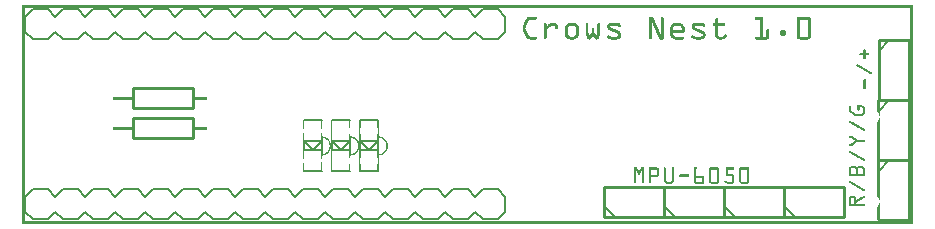
<source format=gto>
G04 MADE WITH FRITZING*
G04 WWW.FRITZING.ORG*
G04 DOUBLE SIDED*
G04 HOLES PLATED*
G04 CONTOUR ON CENTER OF CONTOUR VECTOR*
%ASAXBY*%
%FSLAX23Y23*%
%MOIN*%
%OFA0B0*%
%SFA1.0B1.0*%
%ADD10C,0.010000*%
%ADD11C,0.005000*%
%ADD12C,0.008000*%
%ADD13R,0.001000X0.001000*%
%LNSILK1*%
G90*
G70*
G54D10*
X2854Y12D02*
X2954Y12D01*
D02*
X2954Y12D02*
X2954Y212D01*
D02*
X2954Y212D02*
X2854Y212D01*
G54D11*
D02*
X2854Y177D02*
X2889Y212D01*
G54D10*
D02*
X2854Y212D02*
X2954Y212D01*
D02*
X2954Y212D02*
X2954Y412D01*
D02*
X2954Y412D02*
X2854Y412D01*
G54D11*
D02*
X2854Y377D02*
X2889Y412D01*
G54D10*
D02*
X2854Y612D02*
X2854Y412D01*
D02*
X2854Y412D02*
X2954Y412D01*
D02*
X2954Y412D02*
X2954Y612D01*
D02*
X2954Y612D02*
X2854Y612D01*
G54D11*
D02*
X2854Y577D02*
X2889Y612D01*
D02*
X1126Y344D02*
X1186Y344D01*
D02*
X1186Y289D02*
X1186Y274D01*
D02*
X1186Y274D02*
X1186Y244D01*
D02*
X1186Y244D02*
X1186Y229D01*
D02*
X1186Y174D02*
X1126Y174D01*
D02*
X1126Y244D02*
X1126Y274D01*
D02*
X1156Y244D02*
X1126Y274D01*
D02*
X1126Y274D02*
X1186Y274D01*
D02*
X1186Y274D02*
X1156Y244D01*
D02*
X1156Y244D02*
X1126Y244D01*
D02*
X1156Y244D02*
X1186Y244D01*
D02*
X1032Y344D02*
X1092Y344D01*
D02*
X1092Y289D02*
X1092Y274D01*
D02*
X1092Y274D02*
X1092Y244D01*
D02*
X1092Y244D02*
X1092Y229D01*
D02*
X1092Y174D02*
X1032Y174D01*
D02*
X1032Y244D02*
X1032Y274D01*
D02*
X1062Y244D02*
X1032Y274D01*
D02*
X1032Y274D02*
X1092Y274D01*
D02*
X1092Y274D02*
X1062Y244D01*
D02*
X1062Y244D02*
X1032Y244D01*
D02*
X1062Y244D02*
X1092Y244D01*
D02*
X937Y344D02*
X997Y344D01*
D02*
X997Y289D02*
X997Y274D01*
D02*
X997Y274D02*
X997Y244D01*
D02*
X997Y244D02*
X997Y229D01*
D02*
X997Y174D02*
X937Y174D01*
D02*
X937Y244D02*
X937Y274D01*
D02*
X967Y244D02*
X937Y274D01*
D02*
X937Y274D02*
X997Y274D01*
D02*
X997Y274D02*
X967Y244D01*
D02*
X967Y244D02*
X937Y244D01*
D02*
X967Y244D02*
X997Y244D01*
G54D12*
D02*
X509Y89D02*
X534Y114D01*
D02*
X534Y114D02*
X584Y114D01*
D02*
X584Y114D02*
X609Y89D01*
D02*
X609Y39D02*
X584Y14D01*
D02*
X584Y14D02*
X534Y14D01*
D02*
X534Y14D02*
X509Y39D01*
D02*
X334Y114D02*
X384Y114D01*
D02*
X384Y114D02*
X409Y89D01*
D02*
X409Y39D02*
X384Y14D01*
D02*
X409Y89D02*
X434Y114D01*
D02*
X434Y114D02*
X484Y114D01*
D02*
X484Y114D02*
X509Y89D01*
D02*
X509Y39D02*
X484Y14D01*
D02*
X484Y14D02*
X434Y14D01*
D02*
X434Y14D02*
X409Y39D01*
D02*
X209Y89D02*
X234Y114D01*
D02*
X234Y114D02*
X284Y114D01*
D02*
X284Y114D02*
X309Y89D01*
D02*
X309Y39D02*
X284Y14D01*
D02*
X284Y14D02*
X234Y14D01*
D02*
X234Y14D02*
X209Y39D01*
D02*
X334Y114D02*
X309Y89D01*
D02*
X309Y39D02*
X334Y14D01*
D02*
X384Y14D02*
X334Y14D01*
D02*
X34Y114D02*
X84Y114D01*
D02*
X84Y114D02*
X109Y89D01*
D02*
X109Y39D02*
X84Y14D01*
D02*
X109Y89D02*
X134Y114D01*
D02*
X134Y114D02*
X184Y114D01*
D02*
X184Y114D02*
X209Y89D01*
D02*
X209Y39D02*
X184Y14D01*
D02*
X184Y14D02*
X134Y14D01*
D02*
X134Y14D02*
X109Y39D01*
D02*
X9Y89D02*
X9Y39D01*
D02*
X34Y114D02*
X9Y89D01*
D02*
X9Y39D02*
X34Y14D01*
D02*
X84Y14D02*
X34Y14D01*
D02*
X1109Y89D02*
X1134Y114D01*
D02*
X1134Y114D02*
X1184Y114D01*
D02*
X1184Y114D02*
X1209Y89D01*
D02*
X1209Y39D02*
X1184Y14D01*
D02*
X1184Y14D02*
X1134Y14D01*
D02*
X1134Y14D02*
X1109Y39D01*
D02*
X934Y114D02*
X984Y114D01*
D02*
X984Y114D02*
X1009Y89D01*
D02*
X1009Y39D02*
X984Y14D01*
D02*
X1009Y89D02*
X1034Y114D01*
D02*
X1034Y114D02*
X1084Y114D01*
D02*
X1084Y114D02*
X1109Y89D01*
D02*
X1109Y39D02*
X1084Y14D01*
D02*
X1084Y14D02*
X1034Y14D01*
D02*
X1034Y14D02*
X1009Y39D01*
D02*
X809Y89D02*
X834Y114D01*
D02*
X834Y114D02*
X884Y114D01*
D02*
X884Y114D02*
X909Y89D01*
D02*
X909Y39D02*
X884Y14D01*
D02*
X884Y14D02*
X834Y14D01*
D02*
X834Y14D02*
X809Y39D01*
D02*
X934Y114D02*
X909Y89D01*
D02*
X909Y39D02*
X934Y14D01*
D02*
X984Y14D02*
X934Y14D01*
D02*
X634Y114D02*
X684Y114D01*
D02*
X684Y114D02*
X709Y89D01*
D02*
X709Y39D02*
X684Y14D01*
D02*
X709Y89D02*
X734Y114D01*
D02*
X734Y114D02*
X784Y114D01*
D02*
X784Y114D02*
X809Y89D01*
D02*
X809Y39D02*
X784Y14D01*
D02*
X784Y14D02*
X734Y14D01*
D02*
X734Y14D02*
X709Y39D01*
D02*
X634Y114D02*
X609Y89D01*
D02*
X609Y39D02*
X634Y14D01*
D02*
X684Y14D02*
X634Y14D01*
D02*
X1509Y89D02*
X1534Y114D01*
D02*
X1534Y114D02*
X1584Y114D01*
D02*
X1584Y114D02*
X1609Y89D01*
D02*
X1609Y39D02*
X1584Y14D01*
D02*
X1584Y14D02*
X1534Y14D01*
D02*
X1534Y14D02*
X1509Y39D01*
D02*
X1334Y114D02*
X1384Y114D01*
D02*
X1384Y114D02*
X1409Y89D01*
D02*
X1409Y39D02*
X1384Y14D01*
D02*
X1409Y89D02*
X1434Y114D01*
D02*
X1434Y114D02*
X1484Y114D01*
D02*
X1484Y114D02*
X1509Y89D01*
D02*
X1509Y39D02*
X1484Y14D01*
D02*
X1484Y14D02*
X1434Y14D01*
D02*
X1434Y14D02*
X1409Y39D01*
D02*
X1209Y89D02*
X1234Y114D01*
D02*
X1234Y114D02*
X1284Y114D01*
D02*
X1284Y114D02*
X1309Y89D01*
D02*
X1309Y39D02*
X1284Y14D01*
D02*
X1284Y14D02*
X1234Y14D01*
D02*
X1234Y14D02*
X1209Y39D01*
D02*
X1334Y114D02*
X1309Y89D01*
D02*
X1309Y39D02*
X1334Y14D01*
D02*
X1384Y14D02*
X1334Y14D01*
D02*
X1184Y114D02*
X1209Y89D01*
D02*
X1209Y39D02*
X1184Y14D01*
D02*
X1609Y89D02*
X1609Y39D01*
D02*
X509Y689D02*
X534Y714D01*
D02*
X534Y714D02*
X584Y714D01*
D02*
X584Y714D02*
X609Y689D01*
D02*
X609Y639D02*
X584Y614D01*
D02*
X584Y614D02*
X534Y614D01*
D02*
X534Y614D02*
X509Y639D01*
D02*
X334Y714D02*
X384Y714D01*
D02*
X384Y714D02*
X409Y689D01*
D02*
X409Y639D02*
X384Y614D01*
D02*
X409Y689D02*
X434Y714D01*
D02*
X434Y714D02*
X484Y714D01*
D02*
X484Y714D02*
X509Y689D01*
D02*
X509Y639D02*
X484Y614D01*
D02*
X484Y614D02*
X434Y614D01*
D02*
X434Y614D02*
X409Y639D01*
D02*
X209Y689D02*
X234Y714D01*
D02*
X234Y714D02*
X284Y714D01*
D02*
X284Y714D02*
X309Y689D01*
D02*
X309Y639D02*
X284Y614D01*
D02*
X284Y614D02*
X234Y614D01*
D02*
X234Y614D02*
X209Y639D01*
D02*
X334Y714D02*
X309Y689D01*
D02*
X309Y639D02*
X334Y614D01*
D02*
X384Y614D02*
X334Y614D01*
D02*
X34Y714D02*
X84Y714D01*
D02*
X84Y714D02*
X109Y689D01*
D02*
X109Y639D02*
X84Y614D01*
D02*
X109Y689D02*
X134Y714D01*
D02*
X134Y714D02*
X184Y714D01*
D02*
X184Y714D02*
X209Y689D01*
D02*
X209Y639D02*
X184Y614D01*
D02*
X184Y614D02*
X134Y614D01*
D02*
X134Y614D02*
X109Y639D01*
D02*
X9Y689D02*
X9Y639D01*
D02*
X34Y714D02*
X9Y689D01*
D02*
X9Y639D02*
X34Y614D01*
D02*
X84Y614D02*
X34Y614D01*
D02*
X1109Y689D02*
X1134Y714D01*
D02*
X1134Y714D02*
X1184Y714D01*
D02*
X1184Y714D02*
X1209Y689D01*
D02*
X1209Y639D02*
X1184Y614D01*
D02*
X1184Y614D02*
X1134Y614D01*
D02*
X1134Y614D02*
X1109Y639D01*
D02*
X934Y714D02*
X984Y714D01*
D02*
X984Y714D02*
X1009Y689D01*
D02*
X1009Y639D02*
X984Y614D01*
D02*
X1009Y689D02*
X1034Y714D01*
D02*
X1034Y714D02*
X1084Y714D01*
D02*
X1084Y714D02*
X1109Y689D01*
D02*
X1109Y639D02*
X1084Y614D01*
D02*
X1084Y614D02*
X1034Y614D01*
D02*
X1034Y614D02*
X1009Y639D01*
D02*
X809Y689D02*
X834Y714D01*
D02*
X834Y714D02*
X884Y714D01*
D02*
X884Y714D02*
X909Y689D01*
D02*
X909Y639D02*
X884Y614D01*
D02*
X884Y614D02*
X834Y614D01*
D02*
X834Y614D02*
X809Y639D01*
D02*
X934Y714D02*
X909Y689D01*
D02*
X909Y639D02*
X934Y614D01*
D02*
X984Y614D02*
X934Y614D01*
D02*
X634Y714D02*
X684Y714D01*
D02*
X684Y714D02*
X709Y689D01*
D02*
X709Y639D02*
X684Y614D01*
D02*
X709Y689D02*
X734Y714D01*
D02*
X734Y714D02*
X784Y714D01*
D02*
X784Y714D02*
X809Y689D01*
D02*
X809Y639D02*
X784Y614D01*
D02*
X784Y614D02*
X734Y614D01*
D02*
X734Y614D02*
X709Y639D01*
D02*
X634Y714D02*
X609Y689D01*
D02*
X609Y639D02*
X634Y614D01*
D02*
X684Y614D02*
X634Y614D01*
D02*
X1509Y689D02*
X1534Y714D01*
D02*
X1534Y714D02*
X1584Y714D01*
D02*
X1584Y714D02*
X1609Y689D01*
D02*
X1609Y639D02*
X1584Y614D01*
D02*
X1584Y614D02*
X1534Y614D01*
D02*
X1534Y614D02*
X1509Y639D01*
D02*
X1334Y714D02*
X1384Y714D01*
D02*
X1384Y714D02*
X1409Y689D01*
D02*
X1409Y639D02*
X1384Y614D01*
D02*
X1409Y689D02*
X1434Y714D01*
D02*
X1434Y714D02*
X1484Y714D01*
D02*
X1484Y714D02*
X1509Y689D01*
D02*
X1509Y639D02*
X1484Y614D01*
D02*
X1484Y614D02*
X1434Y614D01*
D02*
X1434Y614D02*
X1409Y639D01*
D02*
X1209Y689D02*
X1234Y714D01*
D02*
X1234Y714D02*
X1284Y714D01*
D02*
X1284Y714D02*
X1309Y689D01*
D02*
X1309Y639D02*
X1284Y614D01*
D02*
X1284Y614D02*
X1234Y614D01*
D02*
X1234Y614D02*
X1209Y639D01*
D02*
X1334Y714D02*
X1309Y689D01*
D02*
X1309Y639D02*
X1334Y614D01*
D02*
X1384Y614D02*
X1334Y614D01*
D02*
X1184Y714D02*
X1209Y689D01*
D02*
X1209Y639D02*
X1184Y614D01*
D02*
X1609Y689D02*
X1609Y639D01*
G54D10*
D02*
X1940Y23D02*
X2140Y23D01*
D02*
X2140Y23D02*
X2140Y123D01*
D02*
X2140Y123D02*
X1940Y123D01*
D02*
X1940Y123D02*
X1940Y23D01*
G54D11*
D02*
X1975Y23D02*
X1940Y58D01*
G54D10*
D02*
X2140Y23D02*
X2340Y23D01*
D02*
X2340Y23D02*
X2340Y123D01*
D02*
X2340Y123D02*
X2140Y123D01*
D02*
X2140Y123D02*
X2140Y23D01*
G54D11*
D02*
X2175Y23D02*
X2140Y58D01*
G54D10*
D02*
X2340Y23D02*
X2540Y23D01*
D02*
X2540Y23D02*
X2540Y123D01*
D02*
X2540Y123D02*
X2340Y123D01*
D02*
X2340Y123D02*
X2340Y23D01*
G54D11*
D02*
X2375Y23D02*
X2340Y58D01*
G54D10*
D02*
X2540Y23D02*
X2740Y23D01*
D02*
X2740Y23D02*
X2740Y123D01*
D02*
X2740Y123D02*
X2540Y123D01*
D02*
X2540Y123D02*
X2540Y23D01*
G54D11*
D02*
X2575Y23D02*
X2540Y58D01*
G54D10*
D02*
X369Y351D02*
X569Y351D01*
D02*
X569Y351D02*
X569Y285D01*
D02*
X569Y285D02*
X369Y285D01*
D02*
X369Y285D02*
X369Y351D01*
D02*
X369Y451D02*
X569Y451D01*
D02*
X569Y451D02*
X569Y385D01*
D02*
X569Y385D02*
X369Y385D01*
D02*
X369Y385D02*
X369Y451D01*
G54D13*
X0Y727D02*
X2967Y727D01*
X0Y726D02*
X2967Y726D01*
X0Y725D02*
X2967Y725D01*
X0Y724D02*
X2967Y724D01*
X0Y723D02*
X2967Y723D01*
X0Y722D02*
X2967Y722D01*
X0Y721D02*
X2967Y721D01*
X0Y720D02*
X2967Y720D01*
X0Y719D02*
X7Y719D01*
X2960Y719D02*
X2967Y719D01*
X0Y718D02*
X7Y718D01*
X2960Y718D02*
X2967Y718D01*
X0Y717D02*
X7Y717D01*
X2960Y717D02*
X2967Y717D01*
X0Y716D02*
X7Y716D01*
X2960Y716D02*
X2967Y716D01*
X0Y715D02*
X7Y715D01*
X2960Y715D02*
X2967Y715D01*
X0Y714D02*
X7Y714D01*
X2960Y714D02*
X2967Y714D01*
X0Y713D02*
X7Y713D01*
X2960Y713D02*
X2967Y713D01*
X0Y712D02*
X7Y712D01*
X2960Y712D02*
X2967Y712D01*
X0Y711D02*
X7Y711D01*
X2960Y711D02*
X2967Y711D01*
X0Y710D02*
X7Y710D01*
X2960Y710D02*
X2967Y710D01*
X0Y709D02*
X7Y709D01*
X2960Y709D02*
X2967Y709D01*
X0Y708D02*
X7Y708D01*
X2960Y708D02*
X2967Y708D01*
X0Y707D02*
X7Y707D01*
X2960Y707D02*
X2967Y707D01*
X0Y706D02*
X7Y706D01*
X2960Y706D02*
X2967Y706D01*
X0Y705D02*
X7Y705D01*
X2960Y705D02*
X2967Y705D01*
X0Y704D02*
X7Y704D01*
X2960Y704D02*
X2967Y704D01*
X0Y703D02*
X7Y703D01*
X2960Y703D02*
X2967Y703D01*
X0Y702D02*
X7Y702D01*
X2960Y702D02*
X2967Y702D01*
X0Y701D02*
X7Y701D01*
X2960Y701D02*
X2967Y701D01*
X0Y700D02*
X7Y700D01*
X2960Y700D02*
X2967Y700D01*
X0Y699D02*
X7Y699D01*
X2960Y699D02*
X2967Y699D01*
X0Y698D02*
X7Y698D01*
X2960Y698D02*
X2967Y698D01*
X0Y697D02*
X7Y697D01*
X2960Y697D02*
X2967Y697D01*
X0Y696D02*
X7Y696D01*
X2960Y696D02*
X2967Y696D01*
X0Y695D02*
X7Y695D01*
X2960Y695D02*
X2967Y695D01*
X0Y694D02*
X7Y694D01*
X2960Y694D02*
X2967Y694D01*
X0Y693D02*
X7Y693D01*
X2960Y693D02*
X2967Y693D01*
X0Y692D02*
X7Y692D01*
X2960Y692D02*
X2967Y692D01*
X0Y691D02*
X7Y691D01*
X2960Y691D02*
X2967Y691D01*
X0Y690D02*
X7Y690D01*
X2960Y690D02*
X2967Y690D01*
X0Y689D02*
X7Y689D01*
X1688Y689D02*
X1712Y689D01*
X2089Y689D02*
X2101Y689D01*
X2130Y689D02*
X2134Y689D01*
X2443Y689D02*
X2469Y689D01*
X2587Y689D02*
X2622Y689D01*
X2960Y689D02*
X2967Y689D01*
X0Y688D02*
X7Y688D01*
X1686Y688D02*
X1714Y688D01*
X2089Y688D02*
X2102Y688D01*
X2129Y688D02*
X2135Y688D01*
X2442Y688D02*
X2469Y688D01*
X2585Y688D02*
X2624Y688D01*
X2960Y688D02*
X2967Y688D01*
X0Y687D02*
X7Y687D01*
X1684Y687D02*
X1714Y687D01*
X2089Y687D02*
X2102Y687D01*
X2128Y687D02*
X2136Y687D01*
X2441Y687D02*
X2469Y687D01*
X2584Y687D02*
X2625Y687D01*
X2960Y687D02*
X2967Y687D01*
X0Y686D02*
X7Y686D01*
X1683Y686D02*
X1715Y686D01*
X2089Y686D02*
X2103Y686D01*
X2128Y686D02*
X2136Y686D01*
X2441Y686D02*
X2469Y686D01*
X2583Y686D02*
X2626Y686D01*
X2960Y686D02*
X2967Y686D01*
X0Y685D02*
X7Y685D01*
X1682Y685D02*
X1715Y685D01*
X2089Y685D02*
X2103Y685D01*
X2128Y685D02*
X2137Y685D01*
X2312Y685D02*
X2316Y685D01*
X2441Y685D02*
X2469Y685D01*
X2583Y685D02*
X2627Y685D01*
X2960Y685D02*
X2967Y685D01*
X0Y684D02*
X7Y684D01*
X1681Y684D02*
X1715Y684D01*
X2089Y684D02*
X2104Y684D01*
X2128Y684D02*
X2137Y684D01*
X2311Y684D02*
X2317Y684D01*
X2441Y684D02*
X2469Y684D01*
X2582Y684D02*
X2628Y684D01*
X2960Y684D02*
X2967Y684D01*
X0Y683D02*
X7Y683D01*
X1680Y683D02*
X1714Y683D01*
X2089Y683D02*
X2104Y683D01*
X2128Y683D02*
X2137Y683D01*
X2310Y683D02*
X2318Y683D01*
X2441Y683D02*
X2469Y683D01*
X2582Y683D02*
X2628Y683D01*
X2960Y683D02*
X2967Y683D01*
X0Y682D02*
X7Y682D01*
X1680Y682D02*
X1714Y682D01*
X2089Y682D02*
X2105Y682D01*
X2128Y682D02*
X2137Y682D01*
X2310Y682D02*
X2318Y682D01*
X2442Y682D02*
X2469Y682D01*
X2581Y682D02*
X2628Y682D01*
X2960Y682D02*
X2967Y682D01*
X0Y681D02*
X7Y681D01*
X1679Y681D02*
X1713Y681D01*
X2089Y681D02*
X2105Y681D01*
X2128Y681D02*
X2137Y681D01*
X2310Y681D02*
X2318Y681D01*
X2443Y681D02*
X2469Y681D01*
X2581Y681D02*
X2629Y681D01*
X2960Y681D02*
X2967Y681D01*
X0Y680D02*
X7Y680D01*
X1679Y680D02*
X1710Y680D01*
X2089Y680D02*
X2105Y680D01*
X2128Y680D02*
X2137Y680D01*
X2310Y680D02*
X2318Y680D01*
X2445Y680D02*
X2469Y680D01*
X2581Y680D02*
X2629Y680D01*
X2960Y680D02*
X2967Y680D01*
X0Y679D02*
X7Y679D01*
X1678Y679D02*
X1689Y679D01*
X2089Y679D02*
X2106Y679D01*
X2128Y679D02*
X2137Y679D01*
X2310Y679D02*
X2318Y679D01*
X2460Y679D02*
X2469Y679D01*
X2581Y679D02*
X2590Y679D01*
X2620Y679D02*
X2629Y679D01*
X2960Y679D02*
X2967Y679D01*
X0Y678D02*
X7Y678D01*
X1678Y678D02*
X1688Y678D01*
X2089Y678D02*
X2106Y678D01*
X2128Y678D02*
X2137Y678D01*
X2310Y678D02*
X2318Y678D01*
X2460Y678D02*
X2469Y678D01*
X2581Y678D02*
X2590Y678D01*
X2620Y678D02*
X2629Y678D01*
X2960Y678D02*
X2967Y678D01*
X0Y677D02*
X7Y677D01*
X1677Y677D02*
X1687Y677D01*
X2089Y677D02*
X2107Y677D01*
X2128Y677D02*
X2137Y677D01*
X2310Y677D02*
X2318Y677D01*
X2460Y677D02*
X2469Y677D01*
X2581Y677D02*
X2590Y677D01*
X2620Y677D02*
X2629Y677D01*
X2960Y677D02*
X2967Y677D01*
X0Y676D02*
X7Y676D01*
X1677Y676D02*
X1687Y676D01*
X2089Y676D02*
X2107Y676D01*
X2128Y676D02*
X2137Y676D01*
X2310Y676D02*
X2318Y676D01*
X2460Y676D02*
X2469Y676D01*
X2581Y676D02*
X2590Y676D01*
X2620Y676D02*
X2629Y676D01*
X2960Y676D02*
X2967Y676D01*
X0Y675D02*
X7Y675D01*
X1676Y675D02*
X1686Y675D01*
X2089Y675D02*
X2108Y675D01*
X2128Y675D02*
X2137Y675D01*
X2310Y675D02*
X2318Y675D01*
X2460Y675D02*
X2469Y675D01*
X2581Y675D02*
X2590Y675D01*
X2620Y675D02*
X2629Y675D01*
X2960Y675D02*
X2967Y675D01*
X0Y674D02*
X7Y674D01*
X1676Y674D02*
X1686Y674D01*
X2089Y674D02*
X2108Y674D01*
X2128Y674D02*
X2137Y674D01*
X2310Y674D02*
X2318Y674D01*
X2460Y674D02*
X2469Y674D01*
X2581Y674D02*
X2590Y674D01*
X2620Y674D02*
X2629Y674D01*
X2960Y674D02*
X2967Y674D01*
X0Y673D02*
X7Y673D01*
X1675Y673D02*
X1685Y673D01*
X2089Y673D02*
X2108Y673D01*
X2128Y673D02*
X2137Y673D01*
X2310Y673D02*
X2318Y673D01*
X2460Y673D02*
X2469Y673D01*
X2581Y673D02*
X2590Y673D01*
X2620Y673D02*
X2629Y673D01*
X2960Y673D02*
X2967Y673D01*
X0Y672D02*
X7Y672D01*
X1675Y672D02*
X1685Y672D01*
X2089Y672D02*
X2109Y672D01*
X2128Y672D02*
X2137Y672D01*
X2310Y672D02*
X2318Y672D01*
X2460Y672D02*
X2469Y672D01*
X2581Y672D02*
X2590Y672D01*
X2620Y672D02*
X2629Y672D01*
X2960Y672D02*
X2967Y672D01*
X0Y671D02*
X7Y671D01*
X1674Y671D02*
X1684Y671D01*
X2089Y671D02*
X2098Y671D01*
X2100Y671D02*
X2109Y671D01*
X2128Y671D02*
X2137Y671D01*
X2310Y671D02*
X2318Y671D01*
X2460Y671D02*
X2469Y671D01*
X2581Y671D02*
X2590Y671D01*
X2620Y671D02*
X2629Y671D01*
X2960Y671D02*
X2967Y671D01*
X0Y670D02*
X7Y670D01*
X1674Y670D02*
X1684Y670D01*
X2089Y670D02*
X2098Y670D01*
X2100Y670D02*
X2110Y670D01*
X2128Y670D02*
X2137Y670D01*
X2310Y670D02*
X2318Y670D01*
X2460Y670D02*
X2469Y670D01*
X2581Y670D02*
X2590Y670D01*
X2620Y670D02*
X2629Y670D01*
X2960Y670D02*
X2967Y670D01*
X0Y669D02*
X7Y669D01*
X1673Y669D02*
X1683Y669D01*
X1742Y669D02*
X1743Y669D01*
X1761Y669D02*
X1773Y669D01*
X1824Y669D02*
X1840Y669D01*
X1882Y669D02*
X1883Y669D01*
X1921Y669D02*
X1922Y669D01*
X1960Y669D02*
X1984Y669D01*
X2089Y669D02*
X2098Y669D01*
X2100Y669D02*
X2110Y669D01*
X2128Y669D02*
X2137Y669D01*
X2175Y669D02*
X2191Y669D01*
X2241Y669D02*
X2265Y669D01*
X2304Y669D02*
X2339Y669D01*
X2460Y669D02*
X2469Y669D01*
X2581Y669D02*
X2590Y669D01*
X2620Y669D02*
X2629Y669D01*
X2960Y669D02*
X2967Y669D01*
X0Y668D02*
X7Y668D01*
X1673Y668D02*
X1683Y668D01*
X1740Y668D02*
X1745Y668D01*
X1759Y668D02*
X1776Y668D01*
X1820Y668D02*
X1843Y668D01*
X1880Y668D02*
X1885Y668D01*
X1919Y668D02*
X1924Y668D01*
X1957Y668D02*
X1988Y668D01*
X2089Y668D02*
X2098Y668D01*
X2101Y668D02*
X2111Y668D01*
X2128Y668D02*
X2137Y668D01*
X2172Y668D02*
X2195Y668D01*
X2238Y668D02*
X2269Y668D01*
X2302Y668D02*
X2341Y668D01*
X2460Y668D02*
X2469Y668D01*
X2581Y668D02*
X2590Y668D01*
X2620Y668D02*
X2629Y668D01*
X2960Y668D02*
X2967Y668D01*
X0Y667D02*
X7Y667D01*
X1672Y667D02*
X1682Y667D01*
X1739Y667D02*
X1746Y667D01*
X1758Y667D02*
X1778Y667D01*
X1819Y667D02*
X1845Y667D01*
X1879Y667D02*
X1886Y667D01*
X1918Y667D02*
X1925Y667D01*
X1955Y667D02*
X1990Y667D01*
X2089Y667D02*
X2098Y667D01*
X2101Y667D02*
X2111Y667D01*
X2128Y667D02*
X2137Y667D01*
X2170Y667D02*
X2196Y667D01*
X2236Y667D02*
X2271Y667D01*
X2301Y667D02*
X2342Y667D01*
X2460Y667D02*
X2469Y667D01*
X2581Y667D02*
X2590Y667D01*
X2620Y667D02*
X2629Y667D01*
X2960Y667D02*
X2967Y667D01*
X0Y666D02*
X7Y666D01*
X1672Y666D02*
X1682Y666D01*
X1738Y666D02*
X1746Y666D01*
X1756Y666D02*
X1780Y666D01*
X1817Y666D02*
X1846Y666D01*
X1878Y666D02*
X1886Y666D01*
X1918Y666D02*
X1926Y666D01*
X1954Y666D02*
X1991Y666D01*
X2089Y666D02*
X2098Y666D01*
X2102Y666D02*
X2112Y666D01*
X2128Y666D02*
X2137Y666D01*
X2169Y666D02*
X2198Y666D01*
X2235Y666D02*
X2272Y666D01*
X2301Y666D02*
X2342Y666D01*
X2460Y666D02*
X2469Y666D01*
X2581Y666D02*
X2590Y666D01*
X2620Y666D02*
X2629Y666D01*
X2960Y666D02*
X2967Y666D01*
X0Y665D02*
X7Y665D01*
X1671Y665D02*
X1681Y665D01*
X1738Y665D02*
X1746Y665D01*
X1755Y665D02*
X1781Y665D01*
X1816Y665D02*
X1848Y665D01*
X1878Y665D02*
X1886Y665D01*
X1918Y665D02*
X1926Y665D01*
X1953Y665D02*
X1992Y665D01*
X2089Y665D02*
X2098Y665D01*
X2102Y665D02*
X2112Y665D01*
X2128Y665D02*
X2137Y665D01*
X2167Y665D02*
X2199Y665D01*
X2234Y665D02*
X2273Y665D01*
X2301Y665D02*
X2342Y665D01*
X2460Y665D02*
X2469Y665D01*
X2581Y665D02*
X2590Y665D01*
X2620Y665D02*
X2629Y665D01*
X2960Y665D02*
X2967Y665D01*
X0Y664D02*
X7Y664D01*
X1671Y664D02*
X1681Y664D01*
X1738Y664D02*
X1747Y664D01*
X1754Y664D02*
X1782Y664D01*
X1815Y664D02*
X1849Y664D01*
X1878Y664D02*
X1886Y664D01*
X1917Y664D02*
X1926Y664D01*
X1952Y664D02*
X1993Y664D01*
X2089Y664D02*
X2098Y664D01*
X2103Y664D02*
X2112Y664D01*
X2128Y664D02*
X2137Y664D01*
X2166Y664D02*
X2200Y664D01*
X2233Y664D02*
X2274Y664D01*
X2301Y664D02*
X2342Y664D01*
X2460Y664D02*
X2469Y664D01*
X2581Y664D02*
X2590Y664D01*
X2620Y664D02*
X2629Y664D01*
X2960Y664D02*
X2967Y664D01*
X0Y663D02*
X7Y663D01*
X1670Y663D02*
X1680Y663D01*
X1738Y663D02*
X1747Y663D01*
X1753Y663D02*
X1782Y663D01*
X1814Y663D02*
X1850Y663D01*
X1878Y663D02*
X1886Y663D01*
X1917Y663D02*
X1926Y663D01*
X1951Y663D02*
X1994Y663D01*
X2089Y663D02*
X2098Y663D01*
X2103Y663D02*
X2113Y663D01*
X2128Y663D02*
X2137Y663D01*
X2165Y663D02*
X2201Y663D01*
X2233Y663D02*
X2275Y663D01*
X2301Y663D02*
X2342Y663D01*
X2460Y663D02*
X2469Y663D01*
X2581Y663D02*
X2590Y663D01*
X2620Y663D02*
X2629Y663D01*
X2960Y663D02*
X2967Y663D01*
X0Y662D02*
X7Y662D01*
X1670Y662D02*
X1680Y662D01*
X1738Y662D02*
X1747Y662D01*
X1752Y662D02*
X1783Y662D01*
X1812Y662D02*
X1851Y662D01*
X1878Y662D02*
X1886Y662D01*
X1917Y662D02*
X1926Y662D01*
X1951Y662D02*
X1995Y662D01*
X2089Y662D02*
X2098Y662D01*
X2104Y662D02*
X2113Y662D01*
X2128Y662D02*
X2137Y662D01*
X2164Y662D02*
X2202Y662D01*
X2232Y662D02*
X2276Y662D01*
X2301Y662D02*
X2342Y662D01*
X2460Y662D02*
X2469Y662D01*
X2581Y662D02*
X2590Y662D01*
X2620Y662D02*
X2629Y662D01*
X2960Y662D02*
X2967Y662D01*
X0Y661D02*
X7Y661D01*
X1669Y661D02*
X1679Y661D01*
X1738Y661D02*
X1747Y661D01*
X1751Y661D02*
X1784Y661D01*
X1812Y661D02*
X1852Y661D01*
X1878Y661D02*
X1886Y661D01*
X1917Y661D02*
X1926Y661D01*
X1950Y661D02*
X1995Y661D01*
X2089Y661D02*
X2098Y661D01*
X2104Y661D02*
X2114Y661D01*
X2128Y661D02*
X2137Y661D01*
X2163Y661D02*
X2203Y661D01*
X2232Y661D02*
X2276Y661D01*
X2301Y661D02*
X2341Y661D01*
X2460Y661D02*
X2469Y661D01*
X2581Y661D02*
X2590Y661D01*
X2620Y661D02*
X2629Y661D01*
X2960Y661D02*
X2967Y661D01*
X0Y660D02*
X7Y660D01*
X1669Y660D02*
X1679Y660D01*
X1738Y660D02*
X1747Y660D01*
X1749Y660D02*
X1784Y660D01*
X1811Y660D02*
X1853Y660D01*
X1878Y660D02*
X1886Y660D01*
X1917Y660D02*
X1926Y660D01*
X1950Y660D02*
X1995Y660D01*
X2089Y660D02*
X2098Y660D01*
X2104Y660D02*
X2114Y660D01*
X2128Y660D02*
X2137Y660D01*
X2162Y660D02*
X2204Y660D01*
X2231Y660D02*
X2276Y660D01*
X2303Y660D02*
X2340Y660D01*
X2460Y660D02*
X2469Y660D01*
X2581Y660D02*
X2590Y660D01*
X2620Y660D02*
X2629Y660D01*
X2960Y660D02*
X2967Y660D01*
X0Y659D02*
X7Y659D01*
X1669Y659D02*
X1678Y659D01*
X1738Y659D02*
X1762Y659D01*
X1773Y659D02*
X1784Y659D01*
X1810Y659D02*
X1823Y659D01*
X1840Y659D02*
X1853Y659D01*
X1878Y659D02*
X1886Y659D01*
X1917Y659D02*
X1926Y659D01*
X1950Y659D02*
X1960Y659D01*
X1985Y659D02*
X1995Y659D01*
X2089Y659D02*
X2098Y659D01*
X2105Y659D02*
X2115Y659D01*
X2128Y659D02*
X2137Y659D01*
X2162Y659D02*
X2175Y659D01*
X2192Y659D02*
X2205Y659D01*
X2231Y659D02*
X2241Y659D01*
X2266Y659D02*
X2276Y659D01*
X2310Y659D02*
X2319Y659D01*
X2460Y659D02*
X2469Y659D01*
X2581Y659D02*
X2590Y659D01*
X2620Y659D02*
X2629Y659D01*
X2960Y659D02*
X2967Y659D01*
X0Y658D02*
X7Y658D01*
X1668Y658D02*
X1678Y658D01*
X1738Y658D02*
X1761Y658D01*
X1775Y658D02*
X1785Y658D01*
X1810Y658D02*
X1822Y658D01*
X1842Y658D02*
X1854Y658D01*
X1878Y658D02*
X1886Y658D01*
X1917Y658D02*
X1926Y658D01*
X1950Y658D02*
X1959Y658D01*
X1986Y658D02*
X1994Y658D01*
X2089Y658D02*
X2098Y658D01*
X2105Y658D02*
X2115Y658D01*
X2128Y658D02*
X2137Y658D01*
X2161Y658D02*
X2173Y658D01*
X2193Y658D02*
X2205Y658D01*
X2231Y658D02*
X2240Y658D01*
X2267Y658D02*
X2276Y658D01*
X2310Y658D02*
X2318Y658D01*
X2460Y658D02*
X2469Y658D01*
X2581Y658D02*
X2590Y658D01*
X2620Y658D02*
X2629Y658D01*
X2960Y658D02*
X2967Y658D01*
X0Y657D02*
X7Y657D01*
X1668Y657D02*
X1677Y657D01*
X1738Y657D02*
X1760Y657D01*
X1776Y657D02*
X1785Y657D01*
X1809Y657D02*
X1821Y657D01*
X1843Y657D02*
X1854Y657D01*
X1878Y657D02*
X1886Y657D01*
X1917Y657D02*
X1926Y657D01*
X1950Y657D02*
X1959Y657D01*
X1987Y657D02*
X1994Y657D01*
X2089Y657D02*
X2098Y657D01*
X2106Y657D02*
X2116Y657D01*
X2128Y657D02*
X2137Y657D01*
X2161Y657D02*
X2172Y657D01*
X2195Y657D02*
X2206Y657D01*
X2231Y657D02*
X2240Y657D01*
X2269Y657D02*
X2275Y657D01*
X2310Y657D02*
X2318Y657D01*
X2460Y657D02*
X2469Y657D01*
X2581Y657D02*
X2590Y657D01*
X2620Y657D02*
X2629Y657D01*
X2960Y657D02*
X2967Y657D01*
X0Y656D02*
X7Y656D01*
X1668Y656D02*
X1677Y656D01*
X1738Y656D02*
X1759Y656D01*
X1776Y656D02*
X1785Y656D01*
X1809Y656D02*
X1819Y656D01*
X1844Y656D02*
X1855Y656D01*
X1878Y656D02*
X1886Y656D01*
X1917Y656D02*
X1926Y656D01*
X1950Y656D02*
X1959Y656D01*
X1989Y656D02*
X1993Y656D01*
X2089Y656D02*
X2098Y656D01*
X2106Y656D02*
X2116Y656D01*
X2128Y656D02*
X2137Y656D01*
X2160Y656D02*
X2171Y656D01*
X2196Y656D02*
X2206Y656D01*
X2231Y656D02*
X2240Y656D01*
X2270Y656D02*
X2274Y656D01*
X2310Y656D02*
X2318Y656D01*
X2460Y656D02*
X2469Y656D01*
X2581Y656D02*
X2590Y656D01*
X2620Y656D02*
X2629Y656D01*
X2960Y656D02*
X2967Y656D01*
X0Y655D02*
X7Y655D01*
X1668Y655D02*
X1677Y655D01*
X1738Y655D02*
X1758Y655D01*
X1776Y655D02*
X1785Y655D01*
X1809Y655D02*
X1818Y655D01*
X1845Y655D02*
X1855Y655D01*
X1878Y655D02*
X1886Y655D01*
X1917Y655D02*
X1926Y655D01*
X1950Y655D02*
X1959Y655D01*
X2089Y655D02*
X2098Y655D01*
X2107Y655D02*
X2116Y655D01*
X2128Y655D02*
X2137Y655D01*
X2160Y655D02*
X2170Y655D01*
X2197Y655D02*
X2206Y655D01*
X2231Y655D02*
X2240Y655D01*
X2310Y655D02*
X2318Y655D01*
X2460Y655D02*
X2469Y655D01*
X2581Y655D02*
X2590Y655D01*
X2620Y655D02*
X2629Y655D01*
X2960Y655D02*
X2967Y655D01*
X0Y654D02*
X7Y654D01*
X1668Y654D02*
X1677Y654D01*
X1738Y654D02*
X1756Y654D01*
X1776Y654D02*
X1785Y654D01*
X1808Y654D02*
X1818Y654D01*
X1846Y654D02*
X1855Y654D01*
X1878Y654D02*
X1886Y654D01*
X1917Y654D02*
X1926Y654D01*
X1950Y654D02*
X1961Y654D01*
X2089Y654D02*
X2098Y654D01*
X2107Y654D02*
X2117Y654D01*
X2128Y654D02*
X2137Y654D01*
X2160Y654D02*
X2169Y654D01*
X2197Y654D02*
X2207Y654D01*
X2231Y654D02*
X2242Y654D01*
X2310Y654D02*
X2318Y654D01*
X2460Y654D02*
X2469Y654D01*
X2581Y654D02*
X2590Y654D01*
X2620Y654D02*
X2629Y654D01*
X2960Y654D02*
X2967Y654D01*
X0Y653D02*
X7Y653D01*
X1668Y653D02*
X1676Y653D01*
X1738Y653D02*
X1755Y653D01*
X1776Y653D02*
X1785Y653D01*
X1808Y653D02*
X1817Y653D01*
X1846Y653D02*
X1855Y653D01*
X1878Y653D02*
X1886Y653D01*
X1917Y653D02*
X1926Y653D01*
X1950Y653D02*
X1963Y653D01*
X2089Y653D02*
X2098Y653D01*
X2107Y653D02*
X2117Y653D01*
X2128Y653D02*
X2137Y653D01*
X2160Y653D02*
X2169Y653D01*
X2198Y653D02*
X2207Y653D01*
X2232Y653D02*
X2244Y653D01*
X2310Y653D02*
X2318Y653D01*
X2460Y653D02*
X2469Y653D01*
X2581Y653D02*
X2590Y653D01*
X2620Y653D02*
X2629Y653D01*
X2960Y653D02*
X2967Y653D01*
X0Y652D02*
X7Y652D01*
X1667Y652D02*
X1676Y652D01*
X1738Y652D02*
X1754Y652D01*
X1776Y652D02*
X1785Y652D01*
X1808Y652D02*
X1817Y652D01*
X1847Y652D02*
X1855Y652D01*
X1878Y652D02*
X1886Y652D01*
X1900Y652D02*
X1904Y652D01*
X1917Y652D02*
X1926Y652D01*
X1951Y652D02*
X1965Y652D01*
X2089Y652D02*
X2098Y652D01*
X2108Y652D02*
X2118Y652D01*
X2128Y652D02*
X2137Y652D01*
X2160Y652D02*
X2168Y652D01*
X2198Y652D02*
X2207Y652D01*
X2232Y652D02*
X2246Y652D01*
X2310Y652D02*
X2318Y652D01*
X2460Y652D02*
X2469Y652D01*
X2581Y652D02*
X2590Y652D01*
X2620Y652D02*
X2629Y652D01*
X2960Y652D02*
X2967Y652D01*
X0Y651D02*
X7Y651D01*
X1668Y651D02*
X1676Y651D01*
X1738Y651D02*
X1753Y651D01*
X1777Y651D02*
X1785Y651D01*
X1808Y651D02*
X1817Y651D01*
X1847Y651D02*
X1855Y651D01*
X1878Y651D02*
X1886Y651D01*
X1899Y651D02*
X1905Y651D01*
X1917Y651D02*
X1926Y651D01*
X1951Y651D02*
X1968Y651D01*
X2089Y651D02*
X2098Y651D01*
X2108Y651D02*
X2118Y651D01*
X2128Y651D02*
X2137Y651D01*
X2159Y651D02*
X2168Y651D01*
X2198Y651D02*
X2207Y651D01*
X2232Y651D02*
X2249Y651D01*
X2310Y651D02*
X2318Y651D01*
X2460Y651D02*
X2469Y651D01*
X2581Y651D02*
X2590Y651D01*
X2620Y651D02*
X2629Y651D01*
X2960Y651D02*
X2967Y651D01*
X0Y650D02*
X7Y650D01*
X1668Y650D02*
X1677Y650D01*
X1738Y650D02*
X1752Y650D01*
X1777Y650D02*
X1785Y650D01*
X1808Y650D02*
X1817Y650D01*
X1847Y650D02*
X1855Y650D01*
X1878Y650D02*
X1886Y650D01*
X1898Y650D02*
X1906Y650D01*
X1917Y650D02*
X1926Y650D01*
X1952Y650D02*
X1970Y650D01*
X2089Y650D02*
X2098Y650D01*
X2109Y650D02*
X2119Y650D01*
X2128Y650D02*
X2137Y650D01*
X2159Y650D02*
X2168Y650D01*
X2198Y650D02*
X2207Y650D01*
X2233Y650D02*
X2251Y650D01*
X2310Y650D02*
X2318Y650D01*
X2460Y650D02*
X2469Y650D01*
X2581Y650D02*
X2590Y650D01*
X2620Y650D02*
X2629Y650D01*
X2960Y650D02*
X2967Y650D01*
X0Y649D02*
X7Y649D01*
X1668Y649D02*
X1677Y649D01*
X1738Y649D02*
X1751Y649D01*
X1777Y649D02*
X1784Y649D01*
X1808Y649D02*
X1817Y649D01*
X1847Y649D02*
X1855Y649D01*
X1878Y649D02*
X1886Y649D01*
X1898Y649D02*
X1906Y649D01*
X1917Y649D02*
X1926Y649D01*
X1953Y649D02*
X1972Y649D01*
X2089Y649D02*
X2098Y649D01*
X2109Y649D02*
X2119Y649D01*
X2128Y649D02*
X2137Y649D01*
X2159Y649D02*
X2168Y649D01*
X2198Y649D02*
X2207Y649D01*
X2234Y649D02*
X2253Y649D01*
X2310Y649D02*
X2318Y649D01*
X2460Y649D02*
X2469Y649D01*
X2581Y649D02*
X2590Y649D01*
X2620Y649D02*
X2629Y649D01*
X2960Y649D02*
X2967Y649D01*
X0Y648D02*
X7Y648D01*
X1668Y648D02*
X1677Y648D01*
X1738Y648D02*
X1750Y648D01*
X1778Y648D02*
X1783Y648D01*
X1808Y648D02*
X1817Y648D01*
X1847Y648D02*
X1855Y648D01*
X1878Y648D02*
X1886Y648D01*
X1898Y648D02*
X1906Y648D01*
X1917Y648D02*
X1926Y648D01*
X1953Y648D02*
X1974Y648D01*
X2089Y648D02*
X2098Y648D01*
X2110Y648D02*
X2119Y648D01*
X2128Y648D02*
X2137Y648D01*
X2159Y648D02*
X2168Y648D01*
X2198Y648D02*
X2207Y648D01*
X2235Y648D02*
X2256Y648D01*
X2310Y648D02*
X2318Y648D01*
X2460Y648D02*
X2469Y648D01*
X2482Y648D02*
X2485Y648D01*
X2581Y648D02*
X2590Y648D01*
X2620Y648D02*
X2629Y648D01*
X2960Y648D02*
X2967Y648D01*
X0Y647D02*
X7Y647D01*
X1668Y647D02*
X1677Y647D01*
X1738Y647D02*
X1748Y647D01*
X1808Y647D02*
X1817Y647D01*
X1847Y647D02*
X1855Y647D01*
X1878Y647D02*
X1886Y647D01*
X1898Y647D02*
X1906Y647D01*
X1917Y647D02*
X1926Y647D01*
X1954Y647D02*
X1977Y647D01*
X2089Y647D02*
X2098Y647D01*
X2110Y647D02*
X2120Y647D01*
X2128Y647D02*
X2137Y647D01*
X2159Y647D02*
X2168Y647D01*
X2198Y647D02*
X2207Y647D01*
X2236Y647D02*
X2258Y647D01*
X2310Y647D02*
X2318Y647D01*
X2460Y647D02*
X2469Y647D01*
X2481Y647D02*
X2487Y647D01*
X2581Y647D02*
X2590Y647D01*
X2620Y647D02*
X2629Y647D01*
X2960Y647D02*
X2967Y647D01*
X0Y646D02*
X7Y646D01*
X1668Y646D02*
X1678Y646D01*
X1738Y646D02*
X1747Y646D01*
X1808Y646D02*
X1817Y646D01*
X1847Y646D02*
X1855Y646D01*
X1878Y646D02*
X1886Y646D01*
X1898Y646D02*
X1906Y646D01*
X1917Y646D02*
X1926Y646D01*
X1956Y646D02*
X1979Y646D01*
X2089Y646D02*
X2098Y646D01*
X2111Y646D02*
X2120Y646D01*
X2128Y646D02*
X2137Y646D01*
X2159Y646D02*
X2168Y646D01*
X2198Y646D02*
X2207Y646D01*
X2237Y646D02*
X2260Y646D01*
X2310Y646D02*
X2318Y646D01*
X2460Y646D02*
X2469Y646D01*
X2480Y646D02*
X2487Y646D01*
X2581Y646D02*
X2590Y646D01*
X2620Y646D02*
X2629Y646D01*
X2960Y646D02*
X2967Y646D01*
X0Y645D02*
X7Y645D01*
X1669Y645D02*
X1678Y645D01*
X1738Y645D02*
X1747Y645D01*
X1808Y645D02*
X1817Y645D01*
X1847Y645D02*
X1855Y645D01*
X1878Y645D02*
X1886Y645D01*
X1898Y645D02*
X1906Y645D01*
X1917Y645D02*
X1926Y645D01*
X1958Y645D02*
X1981Y645D01*
X2089Y645D02*
X2098Y645D01*
X2111Y645D02*
X2121Y645D01*
X2128Y645D02*
X2137Y645D01*
X2159Y645D02*
X2168Y645D01*
X2198Y645D02*
X2207Y645D01*
X2239Y645D02*
X2263Y645D01*
X2310Y645D02*
X2318Y645D01*
X2460Y645D02*
X2469Y645D01*
X2479Y645D02*
X2488Y645D01*
X2581Y645D02*
X2590Y645D01*
X2620Y645D02*
X2629Y645D01*
X2960Y645D02*
X2967Y645D01*
X0Y644D02*
X7Y644D01*
X1669Y644D02*
X1679Y644D01*
X1738Y644D02*
X1747Y644D01*
X1808Y644D02*
X1817Y644D01*
X1847Y644D02*
X1855Y644D01*
X1878Y644D02*
X1886Y644D01*
X1898Y644D02*
X1906Y644D01*
X1917Y644D02*
X1926Y644D01*
X1960Y644D02*
X1984Y644D01*
X2089Y644D02*
X2098Y644D01*
X2111Y644D02*
X2121Y644D01*
X2128Y644D02*
X2137Y644D01*
X2159Y644D02*
X2207Y644D01*
X2241Y644D02*
X2265Y644D01*
X2310Y644D02*
X2318Y644D01*
X2460Y644D02*
X2469Y644D01*
X2479Y644D02*
X2488Y644D01*
X2528Y644D02*
X2541Y644D01*
X2581Y644D02*
X2590Y644D01*
X2620Y644D02*
X2629Y644D01*
X2960Y644D02*
X2967Y644D01*
X0Y643D02*
X7Y643D01*
X1669Y643D02*
X1679Y643D01*
X1738Y643D02*
X1747Y643D01*
X1808Y643D02*
X1817Y643D01*
X1847Y643D02*
X1855Y643D01*
X1878Y643D02*
X1886Y643D01*
X1898Y643D02*
X1906Y643D01*
X1917Y643D02*
X1926Y643D01*
X1962Y643D02*
X1986Y643D01*
X2089Y643D02*
X2098Y643D01*
X2112Y643D02*
X2122Y643D01*
X2128Y643D02*
X2137Y643D01*
X2159Y643D02*
X2207Y643D01*
X2244Y643D02*
X2267Y643D01*
X2310Y643D02*
X2318Y643D01*
X2460Y643D02*
X2469Y643D01*
X2479Y643D02*
X2488Y643D01*
X2527Y643D02*
X2542Y643D01*
X2581Y643D02*
X2590Y643D01*
X2620Y643D02*
X2629Y643D01*
X2960Y643D02*
X2967Y643D01*
X0Y642D02*
X7Y642D01*
X1670Y642D02*
X1680Y642D01*
X1738Y642D02*
X1747Y642D01*
X1808Y642D02*
X1817Y642D01*
X1847Y642D02*
X1855Y642D01*
X1878Y642D02*
X1886Y642D01*
X1898Y642D02*
X1906Y642D01*
X1917Y642D02*
X1926Y642D01*
X1965Y642D02*
X1988Y642D01*
X2089Y642D02*
X2098Y642D01*
X2112Y642D02*
X2122Y642D01*
X2128Y642D02*
X2137Y642D01*
X2159Y642D02*
X2207Y642D01*
X2246Y642D02*
X2269Y642D01*
X2310Y642D02*
X2318Y642D01*
X2460Y642D02*
X2469Y642D01*
X2479Y642D02*
X2488Y642D01*
X2526Y642D02*
X2543Y642D01*
X2581Y642D02*
X2590Y642D01*
X2620Y642D02*
X2629Y642D01*
X2960Y642D02*
X2967Y642D01*
X0Y641D02*
X7Y641D01*
X1670Y641D02*
X1680Y641D01*
X1738Y641D02*
X1747Y641D01*
X1808Y641D02*
X1817Y641D01*
X1847Y641D02*
X1855Y641D01*
X1878Y641D02*
X1886Y641D01*
X1898Y641D02*
X1906Y641D01*
X1917Y641D02*
X1926Y641D01*
X1967Y641D02*
X1990Y641D01*
X2089Y641D02*
X2098Y641D01*
X2113Y641D02*
X2123Y641D01*
X2128Y641D02*
X2137Y641D01*
X2159Y641D02*
X2207Y641D01*
X2248Y641D02*
X2271Y641D01*
X2310Y641D02*
X2318Y641D01*
X2460Y641D02*
X2469Y641D01*
X2479Y641D02*
X2488Y641D01*
X2526Y641D02*
X2544Y641D01*
X2581Y641D02*
X2590Y641D01*
X2620Y641D02*
X2629Y641D01*
X2960Y641D02*
X2967Y641D01*
X0Y640D02*
X7Y640D01*
X1671Y640D02*
X1681Y640D01*
X1738Y640D02*
X1747Y640D01*
X1808Y640D02*
X1817Y640D01*
X1847Y640D02*
X1855Y640D01*
X1878Y640D02*
X1886Y640D01*
X1898Y640D02*
X1906Y640D01*
X1917Y640D02*
X1926Y640D01*
X1969Y640D02*
X1991Y640D01*
X2089Y640D02*
X2098Y640D01*
X2113Y640D02*
X2123Y640D01*
X2128Y640D02*
X2137Y640D01*
X2159Y640D02*
X2207Y640D01*
X2251Y640D02*
X2272Y640D01*
X2310Y640D02*
X2318Y640D01*
X2460Y640D02*
X2469Y640D01*
X2479Y640D02*
X2488Y640D01*
X2525Y640D02*
X2544Y640D01*
X2581Y640D02*
X2590Y640D01*
X2620Y640D02*
X2629Y640D01*
X2960Y640D02*
X2967Y640D01*
X0Y639D02*
X7Y639D01*
X1671Y639D02*
X1681Y639D01*
X1738Y639D02*
X1747Y639D01*
X1808Y639D02*
X1817Y639D01*
X1847Y639D02*
X1855Y639D01*
X1878Y639D02*
X1886Y639D01*
X1898Y639D02*
X1906Y639D01*
X1917Y639D02*
X1926Y639D01*
X1972Y639D02*
X1992Y639D01*
X2089Y639D02*
X2098Y639D01*
X2114Y639D02*
X2123Y639D01*
X2128Y639D02*
X2137Y639D01*
X2159Y639D02*
X2207Y639D01*
X2253Y639D02*
X2273Y639D01*
X2310Y639D02*
X2318Y639D01*
X2460Y639D02*
X2469Y639D01*
X2479Y639D02*
X2488Y639D01*
X2525Y639D02*
X2544Y639D01*
X2581Y639D02*
X2590Y639D01*
X2620Y639D02*
X2629Y639D01*
X2960Y639D02*
X2967Y639D01*
X0Y638D02*
X7Y638D01*
X1672Y638D02*
X1682Y638D01*
X1738Y638D02*
X1747Y638D01*
X1808Y638D02*
X1817Y638D01*
X1847Y638D02*
X1855Y638D01*
X1878Y638D02*
X1886Y638D01*
X1898Y638D02*
X1906Y638D01*
X1917Y638D02*
X1926Y638D01*
X1974Y638D02*
X1993Y638D01*
X2089Y638D02*
X2098Y638D01*
X2114Y638D02*
X2124Y638D01*
X2128Y638D02*
X2137Y638D01*
X2159Y638D02*
X2207Y638D01*
X2255Y638D02*
X2274Y638D01*
X2310Y638D02*
X2318Y638D01*
X2460Y638D02*
X2469Y638D01*
X2479Y638D02*
X2488Y638D01*
X2525Y638D02*
X2544Y638D01*
X2581Y638D02*
X2590Y638D01*
X2620Y638D02*
X2629Y638D01*
X2960Y638D02*
X2967Y638D01*
X0Y637D02*
X7Y637D01*
X1672Y637D02*
X1682Y637D01*
X1738Y637D02*
X1747Y637D01*
X1808Y637D02*
X1817Y637D01*
X1847Y637D02*
X1855Y637D01*
X1878Y637D02*
X1886Y637D01*
X1898Y637D02*
X1906Y637D01*
X1917Y637D02*
X1926Y637D01*
X1976Y637D02*
X1993Y637D01*
X2089Y637D02*
X2098Y637D01*
X2114Y637D02*
X2124Y637D01*
X2128Y637D02*
X2137Y637D01*
X2159Y637D02*
X2206Y637D01*
X2257Y637D02*
X2275Y637D01*
X2310Y637D02*
X2318Y637D01*
X2460Y637D02*
X2469Y637D01*
X2479Y637D02*
X2488Y637D01*
X2525Y637D02*
X2544Y637D01*
X2581Y637D02*
X2590Y637D01*
X2620Y637D02*
X2629Y637D01*
X2960Y637D02*
X2967Y637D01*
X0Y636D02*
X7Y636D01*
X1673Y636D02*
X1683Y636D01*
X1738Y636D02*
X1747Y636D01*
X1808Y636D02*
X1817Y636D01*
X1847Y636D02*
X1855Y636D01*
X1878Y636D02*
X1887Y636D01*
X1897Y636D02*
X1907Y636D01*
X1917Y636D02*
X1926Y636D01*
X1979Y636D02*
X1994Y636D01*
X2089Y636D02*
X2098Y636D01*
X2115Y636D02*
X2125Y636D01*
X2128Y636D02*
X2137Y636D01*
X2159Y636D02*
X2205Y636D01*
X2260Y636D02*
X2275Y636D01*
X2310Y636D02*
X2318Y636D01*
X2460Y636D02*
X2469Y636D01*
X2479Y636D02*
X2488Y636D01*
X2525Y636D02*
X2544Y636D01*
X2581Y636D02*
X2590Y636D01*
X2620Y636D02*
X2629Y636D01*
X2960Y636D02*
X2967Y636D01*
X0Y635D02*
X7Y635D01*
X1673Y635D02*
X1683Y635D01*
X1738Y635D02*
X1747Y635D01*
X1808Y635D02*
X1817Y635D01*
X1847Y635D02*
X1855Y635D01*
X1878Y635D02*
X1887Y635D01*
X1897Y635D02*
X1907Y635D01*
X1917Y635D02*
X1926Y635D01*
X1981Y635D02*
X1995Y635D01*
X2089Y635D02*
X2098Y635D01*
X2115Y635D02*
X2125Y635D01*
X2128Y635D02*
X2137Y635D01*
X2159Y635D02*
X2204Y635D01*
X2262Y635D02*
X2276Y635D01*
X2310Y635D02*
X2318Y635D01*
X2460Y635D02*
X2469Y635D01*
X2479Y635D02*
X2488Y635D01*
X2525Y635D02*
X2544Y635D01*
X2581Y635D02*
X2590Y635D01*
X2620Y635D02*
X2629Y635D01*
X2960Y635D02*
X2967Y635D01*
X0Y634D02*
X7Y634D01*
X1674Y634D02*
X1684Y634D01*
X1738Y634D02*
X1747Y634D01*
X1808Y634D02*
X1817Y634D01*
X1847Y634D02*
X1855Y634D01*
X1878Y634D02*
X1887Y634D01*
X1896Y634D02*
X1908Y634D01*
X1917Y634D02*
X1926Y634D01*
X1983Y634D02*
X1995Y634D01*
X2089Y634D02*
X2098Y634D01*
X2116Y634D02*
X2126Y634D01*
X2128Y634D02*
X2137Y634D01*
X2159Y634D02*
X2168Y634D01*
X2264Y634D02*
X2276Y634D01*
X2310Y634D02*
X2318Y634D01*
X2460Y634D02*
X2469Y634D01*
X2479Y634D02*
X2488Y634D01*
X2525Y634D02*
X2544Y634D01*
X2581Y634D02*
X2590Y634D01*
X2620Y634D02*
X2629Y634D01*
X2960Y634D02*
X2967Y634D01*
X0Y633D02*
X7Y633D01*
X1674Y633D02*
X1684Y633D01*
X1738Y633D02*
X1747Y633D01*
X1808Y633D02*
X1817Y633D01*
X1847Y633D02*
X1855Y633D01*
X1878Y633D02*
X1888Y633D01*
X1895Y633D02*
X1909Y633D01*
X1916Y633D02*
X1926Y633D01*
X1985Y633D02*
X1995Y633D01*
X2089Y633D02*
X2098Y633D01*
X2116Y633D02*
X2126Y633D01*
X2128Y633D02*
X2137Y633D01*
X2159Y633D02*
X2168Y633D01*
X2266Y633D02*
X2276Y633D01*
X2310Y633D02*
X2318Y633D01*
X2460Y633D02*
X2469Y633D01*
X2479Y633D02*
X2488Y633D01*
X2525Y633D02*
X2544Y633D01*
X2581Y633D02*
X2590Y633D01*
X2620Y633D02*
X2629Y633D01*
X2960Y633D02*
X2967Y633D01*
X0Y632D02*
X7Y632D01*
X1675Y632D02*
X1685Y632D01*
X1738Y632D02*
X1747Y632D01*
X1808Y632D02*
X1817Y632D01*
X1847Y632D02*
X1855Y632D01*
X1879Y632D02*
X1888Y632D01*
X1895Y632D02*
X1909Y632D01*
X1916Y632D02*
X1926Y632D01*
X1986Y632D02*
X1995Y632D01*
X2089Y632D02*
X2098Y632D01*
X2117Y632D02*
X2137Y632D01*
X2159Y632D02*
X2168Y632D01*
X2267Y632D02*
X2277Y632D01*
X2310Y632D02*
X2318Y632D01*
X2343Y632D02*
X2343Y632D01*
X2460Y632D02*
X2469Y632D01*
X2479Y632D02*
X2488Y632D01*
X2525Y632D02*
X2544Y632D01*
X2581Y632D02*
X2590Y632D01*
X2620Y632D02*
X2629Y632D01*
X2960Y632D02*
X2967Y632D01*
X0Y631D02*
X7Y631D01*
X1675Y631D02*
X1685Y631D01*
X1738Y631D02*
X1747Y631D01*
X1808Y631D02*
X1817Y631D01*
X1847Y631D02*
X1855Y631D01*
X1879Y631D02*
X1888Y631D01*
X1894Y631D02*
X1910Y631D01*
X1916Y631D02*
X1925Y631D01*
X1987Y631D02*
X1996Y631D01*
X2089Y631D02*
X2098Y631D01*
X2117Y631D02*
X2137Y631D01*
X2160Y631D02*
X2168Y631D01*
X2268Y631D02*
X2277Y631D01*
X2310Y631D02*
X2318Y631D01*
X2341Y631D02*
X2345Y631D01*
X2460Y631D02*
X2469Y631D01*
X2479Y631D02*
X2488Y631D01*
X2525Y631D02*
X2544Y631D01*
X2581Y631D02*
X2590Y631D01*
X2620Y631D02*
X2629Y631D01*
X2960Y631D02*
X2967Y631D01*
X0Y630D02*
X7Y630D01*
X1676Y630D02*
X1686Y630D01*
X1738Y630D02*
X1747Y630D01*
X1808Y630D02*
X1817Y630D01*
X1846Y630D02*
X1855Y630D01*
X1879Y630D02*
X1889Y630D01*
X1894Y630D02*
X1910Y630D01*
X1915Y630D02*
X1925Y630D01*
X1987Y630D02*
X1996Y630D01*
X2089Y630D02*
X2098Y630D01*
X2118Y630D02*
X2137Y630D01*
X2160Y630D02*
X2169Y630D01*
X2268Y630D02*
X2277Y630D01*
X2310Y630D02*
X2318Y630D01*
X2340Y630D02*
X2346Y630D01*
X2460Y630D02*
X2469Y630D01*
X2479Y630D02*
X2488Y630D01*
X2526Y630D02*
X2544Y630D01*
X2581Y630D02*
X2590Y630D01*
X2620Y630D02*
X2629Y630D01*
X2960Y630D02*
X2967Y630D01*
X0Y629D02*
X7Y629D01*
X1676Y629D02*
X1686Y629D01*
X1738Y629D02*
X1747Y629D01*
X1808Y629D02*
X1818Y629D01*
X1846Y629D02*
X1855Y629D01*
X1880Y629D02*
X1889Y629D01*
X1893Y629D02*
X1911Y629D01*
X1915Y629D02*
X1925Y629D01*
X1987Y629D02*
X1996Y629D01*
X2089Y629D02*
X2098Y629D01*
X2118Y629D02*
X2137Y629D01*
X2160Y629D02*
X2169Y629D01*
X2268Y629D02*
X2277Y629D01*
X2310Y629D02*
X2318Y629D01*
X2339Y629D02*
X2347Y629D01*
X2460Y629D02*
X2469Y629D01*
X2479Y629D02*
X2488Y629D01*
X2526Y629D02*
X2543Y629D01*
X2581Y629D02*
X2590Y629D01*
X2620Y629D02*
X2629Y629D01*
X2960Y629D02*
X2967Y629D01*
X0Y628D02*
X7Y628D01*
X1677Y628D02*
X1687Y628D01*
X1738Y628D02*
X1747Y628D01*
X1808Y628D02*
X1818Y628D01*
X1845Y628D02*
X1855Y628D01*
X1880Y628D02*
X1889Y628D01*
X1893Y628D02*
X1911Y628D01*
X1915Y628D02*
X1924Y628D01*
X1987Y628D02*
X1996Y628D01*
X2089Y628D02*
X2098Y628D01*
X2118Y628D02*
X2137Y628D01*
X2160Y628D02*
X2170Y628D01*
X2268Y628D02*
X2277Y628D01*
X2310Y628D02*
X2319Y628D01*
X2339Y628D02*
X2347Y628D01*
X2460Y628D02*
X2469Y628D01*
X2479Y628D02*
X2488Y628D01*
X2527Y628D02*
X2542Y628D01*
X2581Y628D02*
X2590Y628D01*
X2620Y628D02*
X2629Y628D01*
X2960Y628D02*
X2967Y628D01*
X0Y627D02*
X7Y627D01*
X1677Y627D02*
X1687Y627D01*
X1738Y627D02*
X1747Y627D01*
X1809Y627D02*
X1820Y627D01*
X1844Y627D02*
X1855Y627D01*
X1880Y627D02*
X1890Y627D01*
X1892Y627D02*
X1912Y627D01*
X1914Y627D02*
X1924Y627D01*
X1951Y627D02*
X1955Y627D01*
X1987Y627D02*
X1996Y627D01*
X2089Y627D02*
X2098Y627D01*
X2119Y627D02*
X2137Y627D01*
X2160Y627D02*
X2171Y627D01*
X2232Y627D02*
X2236Y627D01*
X2268Y627D02*
X2277Y627D01*
X2310Y627D02*
X2319Y627D01*
X2338Y627D02*
X2347Y627D01*
X2460Y627D02*
X2469Y627D01*
X2479Y627D02*
X2488Y627D01*
X2528Y627D02*
X2541Y627D01*
X2581Y627D02*
X2590Y627D01*
X2620Y627D02*
X2629Y627D01*
X2960Y627D02*
X2967Y627D01*
X0Y626D02*
X7Y626D01*
X1678Y626D02*
X1688Y626D01*
X1738Y626D02*
X1747Y626D01*
X1809Y626D02*
X1821Y626D01*
X1843Y626D02*
X1854Y626D01*
X1880Y626D02*
X1924Y626D01*
X1950Y626D02*
X1957Y626D01*
X1986Y626D02*
X1996Y626D01*
X2089Y626D02*
X2098Y626D01*
X2119Y626D02*
X2137Y626D01*
X2161Y626D02*
X2172Y626D01*
X2231Y626D02*
X2238Y626D01*
X2267Y626D02*
X2277Y626D01*
X2310Y626D02*
X2319Y626D01*
X2338Y626D02*
X2347Y626D01*
X2460Y626D02*
X2469Y626D01*
X2479Y626D02*
X2488Y626D01*
X2581Y626D02*
X2590Y626D01*
X2620Y626D02*
X2629Y626D01*
X2960Y626D02*
X2967Y626D01*
X0Y625D02*
X7Y625D01*
X1678Y625D02*
X1689Y625D01*
X1738Y625D02*
X1747Y625D01*
X1810Y625D02*
X1822Y625D01*
X1841Y625D02*
X1854Y625D01*
X1881Y625D02*
X1901Y625D01*
X1903Y625D02*
X1923Y625D01*
X1949Y625D02*
X1958Y625D01*
X1985Y625D02*
X1995Y625D01*
X2089Y625D02*
X2098Y625D01*
X2120Y625D02*
X2137Y625D01*
X2161Y625D02*
X2173Y625D01*
X2230Y625D02*
X2239Y625D01*
X2266Y625D02*
X2276Y625D01*
X2310Y625D02*
X2320Y625D01*
X2337Y625D02*
X2347Y625D01*
X2460Y625D02*
X2469Y625D01*
X2479Y625D02*
X2488Y625D01*
X2581Y625D02*
X2590Y625D01*
X2620Y625D02*
X2629Y625D01*
X2960Y625D02*
X2967Y625D01*
X0Y624D02*
X7Y624D01*
X1679Y624D02*
X1691Y624D01*
X1738Y624D02*
X1747Y624D01*
X1810Y624D02*
X1824Y624D01*
X1840Y624D02*
X1853Y624D01*
X1881Y624D02*
X1901Y624D01*
X1904Y624D02*
X1923Y624D01*
X1949Y624D02*
X1961Y624D01*
X1983Y624D02*
X1995Y624D01*
X2089Y624D02*
X2098Y624D01*
X2120Y624D02*
X2137Y624D01*
X2162Y624D02*
X2175Y624D01*
X2230Y624D02*
X2242Y624D01*
X2264Y624D02*
X2276Y624D01*
X2310Y624D02*
X2322Y624D01*
X2335Y624D02*
X2347Y624D01*
X2460Y624D02*
X2469Y624D01*
X2479Y624D02*
X2488Y624D01*
X2581Y624D02*
X2590Y624D01*
X2620Y624D02*
X2629Y624D01*
X2960Y624D02*
X2967Y624D01*
X0Y623D02*
X7Y623D01*
X1679Y623D02*
X1712Y623D01*
X1738Y623D02*
X1747Y623D01*
X1811Y623D02*
X1852Y623D01*
X1881Y623D02*
X1900Y623D01*
X1904Y623D02*
X1923Y623D01*
X1949Y623D02*
X1995Y623D01*
X2089Y623D02*
X2098Y623D01*
X2121Y623D02*
X2137Y623D01*
X2162Y623D02*
X2204Y623D01*
X2230Y623D02*
X2276Y623D01*
X2311Y623D02*
X2346Y623D01*
X2443Y623D02*
X2488Y623D01*
X2581Y623D02*
X2629Y623D01*
X2960Y623D02*
X2967Y623D01*
X0Y622D02*
X7Y622D01*
X1680Y622D02*
X1714Y622D01*
X1738Y622D02*
X1747Y622D01*
X1812Y622D02*
X1852Y622D01*
X1882Y622D02*
X1899Y622D01*
X1905Y622D02*
X1922Y622D01*
X1949Y622D02*
X1994Y622D01*
X2089Y622D02*
X2098Y622D01*
X2121Y622D02*
X2137Y622D01*
X2163Y622D02*
X2206Y622D01*
X2230Y622D02*
X2275Y622D01*
X2311Y622D02*
X2346Y622D01*
X2442Y622D02*
X2488Y622D01*
X2581Y622D02*
X2628Y622D01*
X2960Y622D02*
X2967Y622D01*
X0Y621D02*
X7Y621D01*
X1680Y621D02*
X1714Y621D01*
X1738Y621D02*
X1747Y621D01*
X1813Y621D02*
X1851Y621D01*
X1882Y621D02*
X1899Y621D01*
X1905Y621D02*
X1922Y621D01*
X1949Y621D02*
X1994Y621D01*
X2089Y621D02*
X2098Y621D01*
X2121Y621D02*
X2137Y621D01*
X2164Y621D02*
X2206Y621D01*
X2230Y621D02*
X2275Y621D01*
X2312Y621D02*
X2345Y621D01*
X2441Y621D02*
X2488Y621D01*
X2582Y621D02*
X2628Y621D01*
X2960Y621D02*
X2967Y621D01*
X0Y620D02*
X7Y620D01*
X1681Y620D02*
X1715Y620D01*
X1738Y620D02*
X1747Y620D01*
X1814Y620D02*
X1850Y620D01*
X1882Y620D02*
X1898Y620D01*
X1906Y620D02*
X1922Y620D01*
X1950Y620D02*
X1993Y620D01*
X2089Y620D02*
X2098Y620D01*
X2122Y620D02*
X2137Y620D01*
X2165Y620D02*
X2207Y620D01*
X2231Y620D02*
X2274Y620D01*
X2313Y620D02*
X2345Y620D01*
X2441Y620D02*
X2488Y620D01*
X2582Y620D02*
X2628Y620D01*
X2960Y620D02*
X2967Y620D01*
X0Y619D02*
X7Y619D01*
X1682Y619D02*
X1715Y619D01*
X1738Y619D02*
X1747Y619D01*
X1815Y619D02*
X1849Y619D01*
X1882Y619D02*
X1898Y619D01*
X1906Y619D02*
X1922Y619D01*
X1951Y619D02*
X1992Y619D01*
X2089Y619D02*
X2098Y619D01*
X2122Y619D02*
X2137Y619D01*
X2166Y619D02*
X2207Y619D01*
X2232Y619D02*
X2273Y619D01*
X2313Y619D02*
X2344Y619D01*
X2441Y619D02*
X2488Y619D01*
X2583Y619D02*
X2627Y619D01*
X2960Y619D02*
X2967Y619D01*
X0Y618D02*
X7Y618D01*
X1683Y618D02*
X1715Y618D01*
X1738Y618D02*
X1746Y618D01*
X1816Y618D02*
X1847Y618D01*
X1883Y618D02*
X1897Y618D01*
X1907Y618D02*
X1921Y618D01*
X1952Y618D02*
X1991Y618D01*
X2089Y618D02*
X2098Y618D01*
X2123Y618D02*
X2137Y618D01*
X2167Y618D02*
X2207Y618D01*
X2233Y618D02*
X2272Y618D01*
X2314Y618D02*
X2343Y618D01*
X2441Y618D02*
X2488Y618D01*
X2583Y618D02*
X2627Y618D01*
X2960Y618D02*
X2967Y618D01*
X0Y617D02*
X7Y617D01*
X1684Y617D02*
X1714Y617D01*
X1738Y617D02*
X1746Y617D01*
X1817Y617D02*
X1846Y617D01*
X1883Y617D02*
X1896Y617D01*
X1908Y617D02*
X1921Y617D01*
X1953Y617D02*
X1990Y617D01*
X2090Y617D02*
X2098Y617D01*
X2123Y617D02*
X2137Y617D01*
X2169Y617D02*
X2206Y617D01*
X2235Y617D02*
X2271Y617D01*
X2316Y617D02*
X2342Y617D01*
X2441Y617D02*
X2488Y617D01*
X2584Y617D02*
X2626Y617D01*
X2960Y617D02*
X2967Y617D01*
X0Y616D02*
X7Y616D01*
X1686Y616D02*
X1714Y616D01*
X1739Y616D02*
X1746Y616D01*
X1819Y616D02*
X1845Y616D01*
X1884Y616D02*
X1896Y616D01*
X1908Y616D02*
X1920Y616D01*
X1955Y616D02*
X1988Y616D01*
X2090Y616D02*
X2097Y616D01*
X2124Y616D02*
X2137Y616D01*
X2170Y616D02*
X2206Y616D01*
X2236Y616D02*
X2270Y616D01*
X2317Y616D02*
X2340Y616D01*
X2442Y616D02*
X2487Y616D01*
X2585Y616D02*
X2625Y616D01*
X2960Y616D02*
X2967Y616D01*
X0Y615D02*
X7Y615D01*
X1688Y615D02*
X1713Y615D01*
X1740Y615D02*
X1744Y615D01*
X1821Y615D02*
X1843Y615D01*
X1885Y615D02*
X1895Y615D01*
X1909Y615D02*
X1919Y615D01*
X1958Y615D02*
X1986Y615D01*
X2091Y615D02*
X2096Y615D01*
X2124Y615D02*
X2137Y615D01*
X2172Y615D02*
X2205Y615D01*
X2239Y615D02*
X2268Y615D01*
X2319Y615D02*
X2338Y615D01*
X2443Y615D02*
X2486Y615D01*
X2587Y615D02*
X2623Y615D01*
X2960Y615D02*
X2967Y615D01*
X0Y614D02*
X7Y614D01*
X1693Y614D02*
X1710Y614D01*
X1826Y614D02*
X1837Y614D01*
X1888Y614D02*
X1892Y614D01*
X1912Y614D02*
X1916Y614D01*
X1963Y614D02*
X1981Y614D01*
X2125Y614D02*
X2136Y614D01*
X2177Y614D02*
X2202Y614D01*
X2245Y614D02*
X2262Y614D01*
X2324Y614D02*
X2333Y614D01*
X2446Y614D02*
X2483Y614D01*
X2591Y614D02*
X2619Y614D01*
X2960Y614D02*
X2967Y614D01*
X0Y613D02*
X7Y613D01*
X2960Y613D02*
X2967Y613D01*
X0Y612D02*
X7Y612D01*
X2960Y612D02*
X2967Y612D01*
X0Y611D02*
X7Y611D01*
X2960Y611D02*
X2967Y611D01*
X0Y610D02*
X7Y610D01*
X2960Y610D02*
X2967Y610D01*
X0Y609D02*
X7Y609D01*
X2960Y609D02*
X2967Y609D01*
X0Y608D02*
X7Y608D01*
X2960Y608D02*
X2967Y608D01*
X0Y607D02*
X7Y607D01*
X2960Y607D02*
X2967Y607D01*
X0Y606D02*
X7Y606D01*
X2960Y606D02*
X2967Y606D01*
X0Y605D02*
X7Y605D01*
X2960Y605D02*
X2967Y605D01*
X0Y604D02*
X7Y604D01*
X2960Y604D02*
X2967Y604D01*
X0Y603D02*
X7Y603D01*
X2960Y603D02*
X2967Y603D01*
X0Y602D02*
X7Y602D01*
X2960Y602D02*
X2967Y602D01*
X0Y601D02*
X7Y601D01*
X2960Y601D02*
X2967Y601D01*
X0Y600D02*
X7Y600D01*
X2960Y600D02*
X2967Y600D01*
X0Y599D02*
X7Y599D01*
X2960Y599D02*
X2967Y599D01*
X0Y598D02*
X7Y598D01*
X2960Y598D02*
X2967Y598D01*
X0Y597D02*
X7Y597D01*
X2960Y597D02*
X2967Y597D01*
X0Y596D02*
X7Y596D01*
X2960Y596D02*
X2967Y596D01*
X0Y595D02*
X7Y595D01*
X2960Y595D02*
X2967Y595D01*
X0Y594D02*
X7Y594D01*
X2960Y594D02*
X2967Y594D01*
X0Y593D02*
X7Y593D01*
X2960Y593D02*
X2967Y593D01*
X0Y592D02*
X7Y592D01*
X2960Y592D02*
X2967Y592D01*
X0Y591D02*
X7Y591D01*
X2960Y591D02*
X2967Y591D01*
X0Y590D02*
X7Y590D01*
X2960Y590D02*
X2967Y590D01*
X0Y589D02*
X7Y589D01*
X2960Y589D02*
X2967Y589D01*
X0Y588D02*
X7Y588D01*
X2960Y588D02*
X2967Y588D01*
X0Y587D02*
X7Y587D01*
X2960Y587D02*
X2967Y587D01*
X0Y586D02*
X7Y586D01*
X2960Y586D02*
X2967Y586D01*
X0Y585D02*
X7Y585D01*
X2960Y585D02*
X2967Y585D01*
X0Y584D02*
X7Y584D01*
X2960Y584D02*
X2967Y584D01*
X0Y583D02*
X7Y583D01*
X2960Y583D02*
X2967Y583D01*
X0Y582D02*
X7Y582D01*
X2807Y582D02*
X2807Y582D01*
X2960Y582D02*
X2967Y582D01*
X0Y581D02*
X7Y581D01*
X2805Y581D02*
X2809Y581D01*
X2960Y581D02*
X2967Y581D01*
X0Y580D02*
X7Y580D01*
X2804Y580D02*
X2809Y580D01*
X2960Y580D02*
X2967Y580D01*
X0Y579D02*
X7Y579D01*
X2804Y579D02*
X2810Y579D01*
X2960Y579D02*
X2967Y579D01*
X0Y578D02*
X7Y578D01*
X2804Y578D02*
X2810Y578D01*
X2960Y578D02*
X2967Y578D01*
X0Y577D02*
X7Y577D01*
X2804Y577D02*
X2810Y577D01*
X2960Y577D02*
X2967Y577D01*
X0Y576D02*
X7Y576D01*
X2804Y576D02*
X2810Y576D01*
X2960Y576D02*
X2967Y576D01*
X0Y575D02*
X7Y575D01*
X2804Y575D02*
X2810Y575D01*
X2960Y575D02*
X2967Y575D01*
X0Y574D02*
X7Y574D01*
X2804Y574D02*
X2810Y574D01*
X2960Y574D02*
X2967Y574D01*
X0Y573D02*
X7Y573D01*
X2804Y573D02*
X2810Y573D01*
X2960Y573D02*
X2967Y573D01*
X0Y572D02*
X7Y572D01*
X2804Y572D02*
X2810Y572D01*
X2960Y572D02*
X2967Y572D01*
X0Y571D02*
X7Y571D01*
X2804Y571D02*
X2810Y571D01*
X2960Y571D02*
X2967Y571D01*
X0Y570D02*
X7Y570D01*
X2804Y570D02*
X2810Y570D01*
X2960Y570D02*
X2967Y570D01*
X0Y569D02*
X7Y569D01*
X2804Y569D02*
X2810Y569D01*
X2960Y569D02*
X2967Y569D01*
X0Y568D02*
X7Y568D01*
X2792Y568D02*
X2821Y568D01*
X2960Y568D02*
X2967Y568D01*
X0Y567D02*
X7Y567D01*
X2791Y567D02*
X2823Y567D01*
X2960Y567D02*
X2967Y567D01*
X0Y566D02*
X7Y566D01*
X2790Y566D02*
X2823Y566D01*
X2960Y566D02*
X2967Y566D01*
X0Y565D02*
X7Y565D01*
X2790Y565D02*
X2823Y565D01*
X2960Y565D02*
X2967Y565D01*
X0Y564D02*
X7Y564D01*
X2790Y564D02*
X2823Y564D01*
X2960Y564D02*
X2967Y564D01*
X0Y563D02*
X7Y563D01*
X2790Y563D02*
X2823Y563D01*
X2960Y563D02*
X2967Y563D01*
X0Y562D02*
X7Y562D01*
X2791Y562D02*
X2822Y562D01*
X2960Y562D02*
X2967Y562D01*
X0Y561D02*
X7Y561D01*
X2803Y561D02*
X2810Y561D01*
X2960Y561D02*
X2967Y561D01*
X0Y560D02*
X7Y560D01*
X2804Y560D02*
X2810Y560D01*
X2960Y560D02*
X2967Y560D01*
X0Y559D02*
X7Y559D01*
X2804Y559D02*
X2810Y559D01*
X2960Y559D02*
X2967Y559D01*
X0Y558D02*
X7Y558D01*
X2804Y558D02*
X2810Y558D01*
X2960Y558D02*
X2967Y558D01*
X0Y557D02*
X7Y557D01*
X2804Y557D02*
X2810Y557D01*
X2960Y557D02*
X2967Y557D01*
X0Y556D02*
X7Y556D01*
X2804Y556D02*
X2810Y556D01*
X2960Y556D02*
X2967Y556D01*
X0Y555D02*
X7Y555D01*
X2804Y555D02*
X2810Y555D01*
X2960Y555D02*
X2967Y555D01*
X0Y554D02*
X7Y554D01*
X2804Y554D02*
X2810Y554D01*
X2960Y554D02*
X2967Y554D01*
X0Y553D02*
X7Y553D01*
X2804Y553D02*
X2810Y553D01*
X2960Y553D02*
X2967Y553D01*
X0Y552D02*
X7Y552D01*
X2804Y552D02*
X2810Y552D01*
X2960Y552D02*
X2967Y552D01*
X0Y551D02*
X7Y551D01*
X2804Y551D02*
X2810Y551D01*
X2960Y551D02*
X2967Y551D01*
X0Y550D02*
X7Y550D01*
X2804Y550D02*
X2809Y550D01*
X2960Y550D02*
X2967Y550D01*
X0Y549D02*
X7Y549D01*
X2804Y549D02*
X2809Y549D01*
X2960Y549D02*
X2967Y549D01*
X0Y548D02*
X7Y548D01*
X2960Y548D02*
X2967Y548D01*
X0Y547D02*
X7Y547D01*
X2960Y547D02*
X2967Y547D01*
X0Y546D02*
X7Y546D01*
X2960Y546D02*
X2967Y546D01*
X0Y545D02*
X7Y545D01*
X2960Y545D02*
X2967Y545D01*
X0Y544D02*
X7Y544D01*
X2960Y544D02*
X2967Y544D01*
X0Y543D02*
X7Y543D01*
X2960Y543D02*
X2967Y543D01*
X0Y542D02*
X7Y542D01*
X2960Y542D02*
X2967Y542D01*
X0Y541D02*
X7Y541D01*
X2960Y541D02*
X2967Y541D01*
X0Y540D02*
X7Y540D01*
X2960Y540D02*
X2967Y540D01*
X0Y539D02*
X7Y539D01*
X2960Y539D02*
X2967Y539D01*
X0Y538D02*
X7Y538D01*
X2960Y538D02*
X2967Y538D01*
X0Y537D02*
X7Y537D01*
X2960Y537D02*
X2967Y537D01*
X0Y536D02*
X7Y536D01*
X2960Y536D02*
X2967Y536D01*
X0Y535D02*
X7Y535D01*
X2960Y535D02*
X2967Y535D01*
X0Y534D02*
X7Y534D01*
X2960Y534D02*
X2967Y534D01*
X0Y533D02*
X7Y533D01*
X2960Y533D02*
X2967Y533D01*
X0Y532D02*
X7Y532D01*
X2960Y532D02*
X2967Y532D01*
X0Y531D02*
X7Y531D01*
X2781Y531D02*
X2785Y531D01*
X2960Y531D02*
X2967Y531D01*
X0Y530D02*
X7Y530D01*
X2780Y530D02*
X2787Y530D01*
X2960Y530D02*
X2967Y530D01*
X0Y529D02*
X7Y529D01*
X2780Y529D02*
X2789Y529D01*
X2960Y529D02*
X2967Y529D01*
X0Y528D02*
X7Y528D01*
X2780Y528D02*
X2790Y528D01*
X2960Y528D02*
X2967Y528D01*
X0Y527D02*
X7Y527D01*
X2780Y527D02*
X2792Y527D01*
X2960Y527D02*
X2967Y527D01*
X0Y526D02*
X7Y526D01*
X2781Y526D02*
X2794Y526D01*
X2960Y526D02*
X2967Y526D01*
X0Y525D02*
X7Y525D01*
X2782Y525D02*
X2795Y525D01*
X2960Y525D02*
X2967Y525D01*
X0Y524D02*
X7Y524D01*
X2784Y524D02*
X2797Y524D01*
X2960Y524D02*
X2967Y524D01*
X0Y523D02*
X7Y523D01*
X2786Y523D02*
X2799Y523D01*
X2960Y523D02*
X2967Y523D01*
X0Y522D02*
X7Y522D01*
X2787Y522D02*
X2801Y522D01*
X2960Y522D02*
X2967Y522D01*
X0Y521D02*
X7Y521D01*
X2789Y521D02*
X2802Y521D01*
X2960Y521D02*
X2967Y521D01*
X0Y520D02*
X7Y520D01*
X2791Y520D02*
X2804Y520D01*
X2960Y520D02*
X2967Y520D01*
X0Y519D02*
X7Y519D01*
X2793Y519D02*
X2806Y519D01*
X2960Y519D02*
X2967Y519D01*
X0Y518D02*
X7Y518D01*
X2794Y518D02*
X2807Y518D01*
X2960Y518D02*
X2967Y518D01*
X0Y517D02*
X7Y517D01*
X2796Y517D02*
X2809Y517D01*
X2960Y517D02*
X2967Y517D01*
X0Y516D02*
X7Y516D01*
X2798Y516D02*
X2811Y516D01*
X2960Y516D02*
X2967Y516D01*
X0Y515D02*
X7Y515D01*
X2799Y515D02*
X2812Y515D01*
X2960Y515D02*
X2967Y515D01*
X0Y514D02*
X7Y514D01*
X2801Y514D02*
X2814Y514D01*
X2960Y514D02*
X2967Y514D01*
X0Y513D02*
X7Y513D01*
X2803Y513D02*
X2816Y513D01*
X2960Y513D02*
X2967Y513D01*
X0Y512D02*
X7Y512D01*
X2805Y512D02*
X2818Y512D01*
X2960Y512D02*
X2967Y512D01*
X0Y511D02*
X7Y511D01*
X2806Y511D02*
X2819Y511D01*
X2960Y511D02*
X2967Y511D01*
X0Y510D02*
X7Y510D01*
X2808Y510D02*
X2821Y510D01*
X2960Y510D02*
X2967Y510D01*
X0Y509D02*
X7Y509D01*
X2810Y509D02*
X2823Y509D01*
X2960Y509D02*
X2967Y509D01*
X0Y508D02*
X7Y508D01*
X2811Y508D02*
X2824Y508D01*
X2960Y508D02*
X2967Y508D01*
X0Y507D02*
X7Y507D01*
X2813Y507D02*
X2826Y507D01*
X2960Y507D02*
X2967Y507D01*
X0Y506D02*
X7Y506D01*
X2815Y506D02*
X2828Y506D01*
X2960Y506D02*
X2967Y506D01*
X0Y505D02*
X7Y505D01*
X2817Y505D02*
X2830Y505D01*
X2960Y505D02*
X2967Y505D01*
X0Y504D02*
X7Y504D01*
X2818Y504D02*
X2831Y504D01*
X2960Y504D02*
X2967Y504D01*
X0Y503D02*
X7Y503D01*
X2820Y503D02*
X2832Y503D01*
X2960Y503D02*
X2967Y503D01*
X0Y502D02*
X7Y502D01*
X2822Y502D02*
X2833Y502D01*
X2960Y502D02*
X2967Y502D01*
X0Y501D02*
X7Y501D01*
X2823Y501D02*
X2833Y501D01*
X2960Y501D02*
X2967Y501D01*
X0Y500D02*
X7Y500D01*
X2825Y500D02*
X2833Y500D01*
X2960Y500D02*
X2967Y500D01*
X0Y499D02*
X7Y499D01*
X2827Y499D02*
X2833Y499D01*
X2960Y499D02*
X2967Y499D01*
X0Y498D02*
X7Y498D01*
X2829Y498D02*
X2832Y498D01*
X2960Y498D02*
X2967Y498D01*
X0Y497D02*
X7Y497D01*
X2960Y497D02*
X2967Y497D01*
X0Y496D02*
X7Y496D01*
X2960Y496D02*
X2967Y496D01*
X0Y495D02*
X7Y495D01*
X2960Y495D02*
X2967Y495D01*
X0Y494D02*
X7Y494D01*
X2960Y494D02*
X2967Y494D01*
X0Y493D02*
X7Y493D01*
X2960Y493D02*
X2967Y493D01*
X0Y492D02*
X7Y492D01*
X2960Y492D02*
X2967Y492D01*
X0Y491D02*
X7Y491D01*
X2960Y491D02*
X2967Y491D01*
X0Y490D02*
X7Y490D01*
X2960Y490D02*
X2967Y490D01*
X0Y489D02*
X7Y489D01*
X2960Y489D02*
X2967Y489D01*
X0Y488D02*
X7Y488D01*
X2960Y488D02*
X2967Y488D01*
X0Y487D02*
X7Y487D01*
X2960Y487D02*
X2967Y487D01*
X0Y486D02*
X7Y486D01*
X2960Y486D02*
X2967Y486D01*
X0Y485D02*
X7Y485D01*
X2960Y485D02*
X2967Y485D01*
X0Y484D02*
X7Y484D01*
X2960Y484D02*
X2967Y484D01*
X0Y483D02*
X7Y483D01*
X2960Y483D02*
X2967Y483D01*
X0Y482D02*
X7Y482D01*
X2960Y482D02*
X2967Y482D01*
X0Y481D02*
X7Y481D01*
X2805Y481D02*
X2811Y481D01*
X2960Y481D02*
X2967Y481D01*
X0Y480D02*
X7Y480D01*
X2804Y480D02*
X2812Y480D01*
X2960Y480D02*
X2967Y480D01*
X0Y479D02*
X7Y479D01*
X2804Y479D02*
X2812Y479D01*
X2960Y479D02*
X2967Y479D01*
X0Y478D02*
X7Y478D01*
X2804Y478D02*
X2813Y478D01*
X2960Y478D02*
X2967Y478D01*
X0Y477D02*
X7Y477D01*
X2804Y477D02*
X2813Y477D01*
X2960Y477D02*
X2967Y477D01*
X0Y476D02*
X7Y476D01*
X2804Y476D02*
X2813Y476D01*
X2960Y476D02*
X2967Y476D01*
X0Y475D02*
X7Y475D01*
X2804Y475D02*
X2813Y475D01*
X2960Y475D02*
X2967Y475D01*
X0Y474D02*
X7Y474D01*
X2804Y474D02*
X2813Y474D01*
X2960Y474D02*
X2967Y474D01*
X0Y473D02*
X7Y473D01*
X2804Y473D02*
X2813Y473D01*
X2960Y473D02*
X2967Y473D01*
X0Y472D02*
X7Y472D01*
X2804Y472D02*
X2813Y472D01*
X2960Y472D02*
X2967Y472D01*
X0Y471D02*
X7Y471D01*
X2804Y471D02*
X2813Y471D01*
X2960Y471D02*
X2967Y471D01*
X0Y470D02*
X7Y470D01*
X2804Y470D02*
X2813Y470D01*
X2960Y470D02*
X2967Y470D01*
X0Y469D02*
X7Y469D01*
X2804Y469D02*
X2813Y469D01*
X2960Y469D02*
X2967Y469D01*
X0Y468D02*
X7Y468D01*
X2804Y468D02*
X2813Y468D01*
X2960Y468D02*
X2967Y468D01*
X0Y467D02*
X7Y467D01*
X2804Y467D02*
X2813Y467D01*
X2960Y467D02*
X2967Y467D01*
X0Y466D02*
X7Y466D01*
X2804Y466D02*
X2813Y466D01*
X2960Y466D02*
X2967Y466D01*
X0Y465D02*
X7Y465D01*
X2804Y465D02*
X2813Y465D01*
X2960Y465D02*
X2967Y465D01*
X0Y464D02*
X7Y464D01*
X2804Y464D02*
X2813Y464D01*
X2960Y464D02*
X2967Y464D01*
X0Y463D02*
X7Y463D01*
X2804Y463D02*
X2813Y463D01*
X2960Y463D02*
X2967Y463D01*
X0Y462D02*
X7Y462D01*
X2804Y462D02*
X2813Y462D01*
X2960Y462D02*
X2967Y462D01*
X0Y461D02*
X7Y461D01*
X2804Y461D02*
X2813Y461D01*
X2960Y461D02*
X2967Y461D01*
X0Y460D02*
X7Y460D01*
X2804Y460D02*
X2813Y460D01*
X2960Y460D02*
X2967Y460D01*
X0Y459D02*
X7Y459D01*
X2804Y459D02*
X2813Y459D01*
X2960Y459D02*
X2967Y459D01*
X0Y458D02*
X7Y458D01*
X2804Y458D02*
X2813Y458D01*
X2960Y458D02*
X2967Y458D01*
X0Y457D02*
X7Y457D01*
X2804Y457D02*
X2813Y457D01*
X2960Y457D02*
X2967Y457D01*
X0Y456D02*
X7Y456D01*
X2804Y456D02*
X2813Y456D01*
X2960Y456D02*
X2967Y456D01*
X0Y455D02*
X7Y455D01*
X2804Y455D02*
X2813Y455D01*
X2960Y455D02*
X2967Y455D01*
X0Y454D02*
X7Y454D01*
X2804Y454D02*
X2813Y454D01*
X2960Y454D02*
X2967Y454D01*
X0Y453D02*
X7Y453D01*
X2804Y453D02*
X2813Y453D01*
X2960Y453D02*
X2967Y453D01*
X0Y452D02*
X7Y452D01*
X2804Y452D02*
X2813Y452D01*
X2960Y452D02*
X2967Y452D01*
X0Y451D02*
X7Y451D01*
X2804Y451D02*
X2813Y451D01*
X2960Y451D02*
X2967Y451D01*
X0Y450D02*
X7Y450D01*
X2804Y450D02*
X2812Y450D01*
X2960Y450D02*
X2967Y450D01*
X0Y449D02*
X7Y449D01*
X2804Y449D02*
X2812Y449D01*
X2960Y449D02*
X2967Y449D01*
X0Y448D02*
X7Y448D01*
X2805Y448D02*
X2811Y448D01*
X2960Y448D02*
X2967Y448D01*
X0Y447D02*
X7Y447D01*
X2960Y447D02*
X2967Y447D01*
X0Y446D02*
X7Y446D01*
X2960Y446D02*
X2967Y446D01*
X0Y445D02*
X7Y445D01*
X2960Y445D02*
X2967Y445D01*
X0Y444D02*
X7Y444D01*
X2960Y444D02*
X2967Y444D01*
X0Y443D02*
X7Y443D01*
X2960Y443D02*
X2967Y443D01*
X0Y442D02*
X7Y442D01*
X2960Y442D02*
X2967Y442D01*
X0Y441D02*
X7Y441D01*
X2960Y441D02*
X2967Y441D01*
X0Y440D02*
X7Y440D01*
X2960Y440D02*
X2967Y440D01*
X0Y439D02*
X7Y439D01*
X2960Y439D02*
X2967Y439D01*
X0Y438D02*
X7Y438D01*
X2960Y438D02*
X2967Y438D01*
X0Y437D02*
X7Y437D01*
X2960Y437D02*
X2967Y437D01*
X0Y436D02*
X7Y436D01*
X2960Y436D02*
X2967Y436D01*
X0Y435D02*
X7Y435D01*
X2960Y435D02*
X2967Y435D01*
X0Y434D02*
X7Y434D01*
X2960Y434D02*
X2967Y434D01*
X0Y433D02*
X7Y433D01*
X2960Y433D02*
X2967Y433D01*
X0Y432D02*
X7Y432D01*
X2960Y432D02*
X2967Y432D01*
X0Y431D02*
X7Y431D01*
X2960Y431D02*
X2967Y431D01*
X0Y430D02*
X7Y430D01*
X2960Y430D02*
X2967Y430D01*
X0Y429D02*
X7Y429D01*
X2960Y429D02*
X2967Y429D01*
X0Y428D02*
X7Y428D01*
X2960Y428D02*
X2967Y428D01*
X0Y427D02*
X7Y427D01*
X2960Y427D02*
X2967Y427D01*
X0Y426D02*
X7Y426D01*
X2960Y426D02*
X2967Y426D01*
X0Y425D02*
X7Y425D01*
X2960Y425D02*
X2967Y425D01*
X0Y424D02*
X7Y424D01*
X2960Y424D02*
X2967Y424D01*
X0Y423D02*
X7Y423D01*
X301Y423D02*
X368Y423D01*
X569Y423D02*
X616Y423D01*
X2960Y423D02*
X2967Y423D01*
X0Y422D02*
X7Y422D01*
X301Y422D02*
X368Y422D01*
X569Y422D02*
X616Y422D01*
X2960Y422D02*
X2967Y422D01*
X0Y421D02*
X7Y421D01*
X301Y421D02*
X368Y421D01*
X569Y421D02*
X616Y421D01*
X2960Y421D02*
X2967Y421D01*
X0Y420D02*
X7Y420D01*
X302Y420D02*
X368Y420D01*
X569Y420D02*
X616Y420D01*
X2960Y420D02*
X2967Y420D01*
X0Y419D02*
X7Y419D01*
X302Y419D02*
X368Y419D01*
X569Y419D02*
X616Y419D01*
X2960Y419D02*
X2967Y419D01*
X0Y418D02*
X7Y418D01*
X302Y418D02*
X368Y418D01*
X569Y418D02*
X616Y418D01*
X2960Y418D02*
X2967Y418D01*
X0Y417D02*
X7Y417D01*
X302Y417D02*
X368Y417D01*
X569Y417D02*
X616Y417D01*
X2960Y417D02*
X2967Y417D01*
X0Y416D02*
X7Y416D01*
X301Y416D02*
X368Y416D01*
X569Y416D02*
X616Y416D01*
X2960Y416D02*
X2967Y416D01*
X0Y415D02*
X7Y415D01*
X301Y415D02*
X368Y415D01*
X569Y415D02*
X616Y415D01*
X2960Y415D02*
X2967Y415D01*
X0Y414D02*
X7Y414D01*
X301Y414D02*
X368Y414D01*
X569Y414D02*
X616Y414D01*
X2960Y414D02*
X2967Y414D01*
X0Y413D02*
X7Y413D01*
X2960Y413D02*
X2967Y413D01*
X0Y412D02*
X7Y412D01*
X2960Y412D02*
X2967Y412D01*
X0Y411D02*
X7Y411D01*
X2849Y411D02*
X2858Y411D01*
X2960Y411D02*
X2967Y411D01*
X0Y410D02*
X7Y410D01*
X2849Y410D02*
X2858Y410D01*
X2960Y410D02*
X2967Y410D01*
X0Y409D02*
X7Y409D01*
X2849Y409D02*
X2858Y409D01*
X2960Y409D02*
X2967Y409D01*
X0Y408D02*
X7Y408D01*
X2849Y408D02*
X2858Y408D01*
X2960Y408D02*
X2967Y408D01*
X0Y407D02*
X7Y407D01*
X2849Y407D02*
X2858Y407D01*
X2960Y407D02*
X2967Y407D01*
X0Y406D02*
X7Y406D01*
X2849Y406D02*
X2858Y406D01*
X2960Y406D02*
X2967Y406D01*
X0Y405D02*
X7Y405D01*
X2849Y405D02*
X2858Y405D01*
X2960Y405D02*
X2967Y405D01*
X0Y404D02*
X7Y404D01*
X2849Y404D02*
X2858Y404D01*
X2960Y404D02*
X2967Y404D01*
X0Y403D02*
X7Y403D01*
X2849Y403D02*
X2858Y403D01*
X2960Y403D02*
X2967Y403D01*
X0Y402D02*
X7Y402D01*
X2849Y402D02*
X2858Y402D01*
X2960Y402D02*
X2967Y402D01*
X0Y401D02*
X7Y401D01*
X2849Y401D02*
X2858Y401D01*
X2960Y401D02*
X2967Y401D01*
X0Y400D02*
X7Y400D01*
X2849Y400D02*
X2858Y400D01*
X2960Y400D02*
X2967Y400D01*
X0Y399D02*
X7Y399D01*
X2849Y399D02*
X2858Y399D01*
X2960Y399D02*
X2967Y399D01*
X0Y398D02*
X7Y398D01*
X2849Y398D02*
X2858Y398D01*
X2960Y398D02*
X2967Y398D01*
X0Y397D02*
X7Y397D01*
X2849Y397D02*
X2858Y397D01*
X2960Y397D02*
X2967Y397D01*
X0Y396D02*
X7Y396D01*
X2849Y396D02*
X2858Y396D01*
X2960Y396D02*
X2967Y396D01*
X0Y395D02*
X7Y395D01*
X2849Y395D02*
X2858Y395D01*
X2960Y395D02*
X2967Y395D01*
X0Y394D02*
X7Y394D01*
X2784Y394D02*
X2798Y394D01*
X2849Y394D02*
X2858Y394D01*
X2960Y394D02*
X2967Y394D01*
X0Y393D02*
X7Y393D01*
X2756Y393D02*
X2760Y393D01*
X2784Y393D02*
X2802Y393D01*
X2849Y393D02*
X2858Y393D01*
X2960Y393D02*
X2967Y393D01*
X0Y392D02*
X7Y392D01*
X2755Y392D02*
X2760Y392D01*
X2784Y392D02*
X2803Y392D01*
X2849Y392D02*
X2858Y392D01*
X2960Y392D02*
X2967Y392D01*
X0Y391D02*
X7Y391D01*
X2755Y391D02*
X2761Y391D01*
X2784Y391D02*
X2805Y391D01*
X2849Y391D02*
X2858Y391D01*
X2960Y391D02*
X2967Y391D01*
X0Y390D02*
X7Y390D01*
X2755Y390D02*
X2761Y390D01*
X2784Y390D02*
X2805Y390D01*
X2849Y390D02*
X2858Y390D01*
X2960Y390D02*
X2967Y390D01*
X0Y389D02*
X7Y389D01*
X2755Y389D02*
X2761Y389D01*
X2784Y389D02*
X2806Y389D01*
X2849Y389D02*
X2858Y389D01*
X2960Y389D02*
X2967Y389D01*
X0Y388D02*
X7Y388D01*
X2755Y388D02*
X2761Y388D01*
X2784Y388D02*
X2807Y388D01*
X2849Y388D02*
X2858Y388D01*
X2960Y388D02*
X2967Y388D01*
X0Y387D02*
X7Y387D01*
X2755Y387D02*
X2761Y387D01*
X2784Y387D02*
X2791Y387D01*
X2798Y387D02*
X2807Y387D01*
X2849Y387D02*
X2858Y387D01*
X2960Y387D02*
X2967Y387D01*
X0Y386D02*
X7Y386D01*
X2755Y386D02*
X2761Y386D01*
X2784Y386D02*
X2790Y386D01*
X2801Y386D02*
X2807Y386D01*
X2849Y386D02*
X2858Y386D01*
X2960Y386D02*
X2967Y386D01*
X0Y385D02*
X7Y385D01*
X2755Y385D02*
X2761Y385D01*
X2784Y385D02*
X2790Y385D01*
X2801Y385D02*
X2808Y385D01*
X2849Y385D02*
X2858Y385D01*
X2960Y385D02*
X2967Y385D01*
X0Y384D02*
X7Y384D01*
X2755Y384D02*
X2761Y384D01*
X2784Y384D02*
X2790Y384D01*
X2802Y384D02*
X2808Y384D01*
X2849Y384D02*
X2858Y384D01*
X2960Y384D02*
X2967Y384D01*
X0Y383D02*
X7Y383D01*
X2755Y383D02*
X2761Y383D01*
X2784Y383D02*
X2790Y383D01*
X2802Y383D02*
X2808Y383D01*
X2849Y383D02*
X2858Y383D01*
X2960Y383D02*
X2967Y383D01*
X0Y382D02*
X7Y382D01*
X2755Y382D02*
X2761Y382D01*
X2784Y382D02*
X2790Y382D01*
X2802Y382D02*
X2808Y382D01*
X2849Y382D02*
X2858Y382D01*
X2960Y382D02*
X2967Y382D01*
X0Y381D02*
X7Y381D01*
X2755Y381D02*
X2761Y381D01*
X2784Y381D02*
X2790Y381D01*
X2802Y381D02*
X2808Y381D01*
X2849Y381D02*
X2858Y381D01*
X2960Y381D02*
X2967Y381D01*
X0Y380D02*
X7Y380D01*
X2755Y380D02*
X2761Y380D01*
X2784Y380D02*
X2790Y380D01*
X2802Y380D02*
X2808Y380D01*
X2849Y380D02*
X2858Y380D01*
X2960Y380D02*
X2967Y380D01*
X0Y379D02*
X7Y379D01*
X2755Y379D02*
X2761Y379D01*
X2784Y379D02*
X2790Y379D01*
X2802Y379D02*
X2808Y379D01*
X2849Y379D02*
X2858Y379D01*
X2960Y379D02*
X2967Y379D01*
X0Y378D02*
X7Y378D01*
X2755Y378D02*
X2762Y378D01*
X2785Y378D02*
X2789Y378D01*
X2802Y378D02*
X2808Y378D01*
X2849Y378D02*
X2858Y378D01*
X2960Y378D02*
X2967Y378D01*
X0Y377D02*
X7Y377D01*
X2755Y377D02*
X2763Y377D01*
X2786Y377D02*
X2788Y377D01*
X2802Y377D02*
X2808Y377D01*
X2849Y377D02*
X2858Y377D01*
X2960Y377D02*
X2967Y377D01*
X0Y376D02*
X7Y376D01*
X2755Y376D02*
X2764Y376D01*
X2802Y376D02*
X2808Y376D01*
X2849Y376D02*
X2858Y376D01*
X2960Y376D02*
X2967Y376D01*
X0Y375D02*
X7Y375D01*
X2756Y375D02*
X2765Y375D01*
X2802Y375D02*
X2808Y375D01*
X2849Y375D02*
X2858Y375D01*
X2960Y375D02*
X2967Y375D01*
X0Y374D02*
X7Y374D01*
X2757Y374D02*
X2766Y374D01*
X2802Y374D02*
X2808Y374D01*
X2849Y374D02*
X2858Y374D01*
X2960Y374D02*
X2967Y374D01*
X0Y373D02*
X7Y373D01*
X2757Y373D02*
X2768Y373D01*
X2802Y373D02*
X2808Y373D01*
X2850Y373D02*
X2858Y373D01*
X2960Y373D02*
X2967Y373D01*
X0Y372D02*
X7Y372D01*
X2759Y372D02*
X2769Y372D01*
X2802Y372D02*
X2808Y372D01*
X2851Y372D02*
X2858Y372D01*
X2960Y372D02*
X2967Y372D01*
X0Y371D02*
X7Y371D01*
X2760Y371D02*
X2770Y371D01*
X2802Y371D02*
X2808Y371D01*
X2852Y371D02*
X2858Y371D01*
X2960Y371D02*
X2967Y371D01*
X0Y370D02*
X7Y370D01*
X2761Y370D02*
X2772Y370D01*
X2802Y370D02*
X2808Y370D01*
X2853Y370D02*
X2858Y370D01*
X2960Y370D02*
X2967Y370D01*
X0Y369D02*
X7Y369D01*
X2762Y369D02*
X2773Y369D01*
X2802Y369D02*
X2808Y369D01*
X2854Y369D02*
X2858Y369D01*
X2960Y369D02*
X2967Y369D01*
X0Y368D02*
X7Y368D01*
X2764Y368D02*
X2774Y368D01*
X2801Y368D02*
X2808Y368D01*
X2854Y368D02*
X2858Y368D01*
X2960Y368D02*
X2967Y368D01*
X0Y367D02*
X7Y367D01*
X2765Y367D02*
X2776Y367D01*
X2800Y367D02*
X2807Y367D01*
X2855Y367D02*
X2858Y367D01*
X2960Y367D02*
X2967Y367D01*
X0Y366D02*
X7Y366D01*
X2766Y366D02*
X2807Y366D01*
X2855Y366D02*
X2858Y366D01*
X2960Y366D02*
X2967Y366D01*
X0Y365D02*
X7Y365D01*
X2768Y365D02*
X2807Y365D01*
X2856Y365D02*
X2858Y365D01*
X2960Y365D02*
X2967Y365D01*
X0Y364D02*
X7Y364D01*
X2769Y364D02*
X2806Y364D01*
X2856Y364D02*
X2858Y364D01*
X2960Y364D02*
X2967Y364D01*
X0Y363D02*
X7Y363D01*
X2770Y363D02*
X2805Y363D01*
X2857Y363D02*
X2858Y363D01*
X2960Y363D02*
X2967Y363D01*
X0Y362D02*
X7Y362D01*
X2772Y362D02*
X2804Y362D01*
X2857Y362D02*
X2858Y362D01*
X2960Y362D02*
X2967Y362D01*
X0Y361D02*
X7Y361D01*
X2773Y361D02*
X2803Y361D01*
X2857Y361D02*
X2858Y361D01*
X2960Y361D02*
X2967Y361D01*
X0Y360D02*
X7Y360D01*
X2776Y360D02*
X2800Y360D01*
X2858Y360D02*
X2858Y360D01*
X2960Y360D02*
X2967Y360D01*
X0Y359D02*
X7Y359D01*
X2858Y359D02*
X2858Y359D01*
X2960Y359D02*
X2967Y359D01*
X0Y358D02*
X7Y358D01*
X2858Y358D02*
X2858Y358D01*
X2960Y358D02*
X2967Y358D01*
X0Y357D02*
X7Y357D01*
X2858Y357D02*
X2858Y357D01*
X2960Y357D02*
X2967Y357D01*
X0Y356D02*
X7Y356D01*
X2858Y356D02*
X2858Y356D01*
X2960Y356D02*
X2967Y356D01*
X0Y355D02*
X7Y355D01*
X2858Y355D02*
X2858Y355D01*
X2960Y355D02*
X2967Y355D01*
X0Y354D02*
X7Y354D01*
X2858Y354D02*
X2858Y354D01*
X2960Y354D02*
X2967Y354D01*
X0Y353D02*
X7Y353D01*
X2858Y353D02*
X2858Y353D01*
X2960Y353D02*
X2967Y353D01*
X0Y352D02*
X7Y352D01*
X2857Y352D02*
X2858Y352D01*
X2960Y352D02*
X2967Y352D01*
X0Y351D02*
X7Y351D01*
X2857Y351D02*
X2858Y351D01*
X2960Y351D02*
X2967Y351D01*
X0Y350D02*
X7Y350D01*
X2857Y350D02*
X2858Y350D01*
X2960Y350D02*
X2967Y350D01*
X0Y349D02*
X7Y349D01*
X2856Y349D02*
X2858Y349D01*
X2960Y349D02*
X2967Y349D01*
X0Y348D02*
X7Y348D01*
X2856Y348D02*
X2858Y348D01*
X2960Y348D02*
X2967Y348D01*
X0Y347D02*
X7Y347D01*
X2856Y347D02*
X2858Y347D01*
X2960Y347D02*
X2967Y347D01*
X0Y346D02*
X7Y346D01*
X936Y346D02*
X938Y346D01*
X996Y346D02*
X998Y346D01*
X1030Y346D02*
X1032Y346D01*
X1090Y346D02*
X1092Y346D01*
X1125Y346D02*
X1127Y346D01*
X1185Y346D02*
X1187Y346D01*
X2855Y346D02*
X2858Y346D01*
X2960Y346D02*
X2967Y346D01*
X0Y345D02*
X7Y345D01*
X935Y345D02*
X939Y345D01*
X995Y345D02*
X999Y345D01*
X1030Y345D02*
X1033Y345D01*
X1090Y345D02*
X1093Y345D01*
X1124Y345D02*
X1128Y345D01*
X1184Y345D02*
X1188Y345D01*
X2854Y345D02*
X2858Y345D01*
X2960Y345D02*
X2967Y345D01*
X0Y344D02*
X7Y344D01*
X935Y344D02*
X939Y344D01*
X995Y344D02*
X999Y344D01*
X1029Y344D02*
X1033Y344D01*
X1089Y344D02*
X1093Y344D01*
X1124Y344D02*
X1128Y344D01*
X1184Y344D02*
X1188Y344D01*
X2854Y344D02*
X2858Y344D01*
X2960Y344D02*
X2967Y344D01*
X0Y343D02*
X7Y343D01*
X935Y343D02*
X939Y343D01*
X995Y343D02*
X999Y343D01*
X1029Y343D02*
X1033Y343D01*
X1089Y343D02*
X1093Y343D01*
X1124Y343D02*
X1128Y343D01*
X1184Y343D02*
X1188Y343D01*
X2756Y343D02*
X2760Y343D01*
X2853Y343D02*
X2858Y343D01*
X2960Y343D02*
X2967Y343D01*
X0Y342D02*
X7Y342D01*
X935Y342D02*
X939Y342D01*
X995Y342D02*
X999Y342D01*
X1029Y342D02*
X1033Y342D01*
X1089Y342D02*
X1093Y342D01*
X1124Y342D02*
X1128Y342D01*
X1184Y342D02*
X1188Y342D01*
X2755Y342D02*
X2761Y342D01*
X2852Y342D02*
X2858Y342D01*
X2960Y342D02*
X2967Y342D01*
X0Y341D02*
X7Y341D01*
X935Y341D02*
X939Y341D01*
X995Y341D02*
X999Y341D01*
X1029Y341D02*
X1033Y341D01*
X1089Y341D02*
X1093Y341D01*
X1124Y341D02*
X1128Y341D01*
X1184Y341D02*
X1188Y341D01*
X2755Y341D02*
X2763Y341D01*
X2852Y341D02*
X2858Y341D01*
X2960Y341D02*
X2967Y341D01*
X0Y340D02*
X7Y340D01*
X935Y340D02*
X939Y340D01*
X995Y340D02*
X999Y340D01*
X1029Y340D02*
X1033Y340D01*
X1089Y340D02*
X1093Y340D01*
X1124Y340D02*
X1128Y340D01*
X1184Y340D02*
X1188Y340D01*
X2755Y340D02*
X2765Y340D01*
X2851Y340D02*
X2858Y340D01*
X2960Y340D02*
X2967Y340D01*
X0Y339D02*
X7Y339D01*
X935Y339D02*
X939Y339D01*
X995Y339D02*
X999Y339D01*
X1029Y339D02*
X1033Y339D01*
X1089Y339D02*
X1093Y339D01*
X1124Y339D02*
X1128Y339D01*
X1184Y339D02*
X1188Y339D01*
X2755Y339D02*
X2766Y339D01*
X2850Y339D02*
X2858Y339D01*
X2960Y339D02*
X2967Y339D01*
X0Y338D02*
X7Y338D01*
X935Y338D02*
X939Y338D01*
X995Y338D02*
X999Y338D01*
X1029Y338D02*
X1033Y338D01*
X1089Y338D02*
X1093Y338D01*
X1124Y338D02*
X1128Y338D01*
X1184Y338D02*
X1188Y338D01*
X2756Y338D02*
X2768Y338D01*
X2849Y338D02*
X2858Y338D01*
X2960Y338D02*
X2967Y338D01*
X0Y337D02*
X7Y337D01*
X935Y337D02*
X939Y337D01*
X995Y337D02*
X999Y337D01*
X1029Y337D02*
X1033Y337D01*
X1089Y337D02*
X1093Y337D01*
X1124Y337D02*
X1128Y337D01*
X1184Y337D02*
X1188Y337D01*
X2757Y337D02*
X2770Y337D01*
X2849Y337D02*
X2858Y337D01*
X2960Y337D02*
X2967Y337D01*
X0Y336D02*
X7Y336D01*
X935Y336D02*
X939Y336D01*
X995Y336D02*
X999Y336D01*
X1029Y336D02*
X1033Y336D01*
X1089Y336D02*
X1093Y336D01*
X1124Y336D02*
X1128Y336D01*
X1184Y336D02*
X1188Y336D01*
X2759Y336D02*
X2772Y336D01*
X2849Y336D02*
X2858Y336D01*
X2960Y336D02*
X2967Y336D01*
X0Y335D02*
X7Y335D01*
X935Y335D02*
X939Y335D01*
X995Y335D02*
X999Y335D01*
X1029Y335D02*
X1033Y335D01*
X1089Y335D02*
X1093Y335D01*
X1124Y335D02*
X1128Y335D01*
X1184Y335D02*
X1188Y335D01*
X2760Y335D02*
X2773Y335D01*
X2849Y335D02*
X2858Y335D01*
X2960Y335D02*
X2967Y335D01*
X0Y334D02*
X7Y334D01*
X935Y334D02*
X939Y334D01*
X995Y334D02*
X999Y334D01*
X1029Y334D02*
X1033Y334D01*
X1089Y334D02*
X1093Y334D01*
X1124Y334D02*
X1128Y334D01*
X1184Y334D02*
X1188Y334D01*
X2762Y334D02*
X2775Y334D01*
X2849Y334D02*
X2858Y334D01*
X2960Y334D02*
X2967Y334D01*
X0Y333D02*
X7Y333D01*
X935Y333D02*
X939Y333D01*
X995Y333D02*
X999Y333D01*
X1029Y333D02*
X1033Y333D01*
X1089Y333D02*
X1093Y333D01*
X1124Y333D02*
X1128Y333D01*
X1184Y333D02*
X1188Y333D01*
X2764Y333D02*
X2777Y333D01*
X2849Y333D02*
X2858Y333D01*
X2960Y333D02*
X2967Y333D01*
X0Y332D02*
X7Y332D01*
X935Y332D02*
X939Y332D01*
X995Y332D02*
X999Y332D01*
X1029Y332D02*
X1033Y332D01*
X1089Y332D02*
X1093Y332D01*
X1124Y332D02*
X1128Y332D01*
X1184Y332D02*
X1188Y332D01*
X2765Y332D02*
X2778Y332D01*
X2849Y332D02*
X2858Y332D01*
X2960Y332D02*
X2967Y332D01*
X0Y331D02*
X7Y331D01*
X935Y331D02*
X939Y331D01*
X995Y331D02*
X999Y331D01*
X1029Y331D02*
X1033Y331D01*
X1089Y331D02*
X1093Y331D01*
X1124Y331D02*
X1128Y331D01*
X1184Y331D02*
X1188Y331D01*
X2767Y331D02*
X2780Y331D01*
X2849Y331D02*
X2858Y331D01*
X2960Y331D02*
X2967Y331D01*
X0Y330D02*
X7Y330D01*
X935Y330D02*
X939Y330D01*
X995Y330D02*
X999Y330D01*
X1029Y330D02*
X1033Y330D01*
X1089Y330D02*
X1093Y330D01*
X1124Y330D02*
X1128Y330D01*
X1184Y330D02*
X1188Y330D01*
X2769Y330D02*
X2782Y330D01*
X2849Y330D02*
X2858Y330D01*
X2960Y330D02*
X2967Y330D01*
X0Y329D02*
X7Y329D01*
X935Y329D02*
X939Y329D01*
X995Y329D02*
X999Y329D01*
X1029Y329D02*
X1033Y329D01*
X1089Y329D02*
X1093Y329D01*
X1124Y329D02*
X1128Y329D01*
X1184Y329D02*
X1188Y329D01*
X2771Y329D02*
X2784Y329D01*
X2849Y329D02*
X2858Y329D01*
X2960Y329D02*
X2967Y329D01*
X0Y328D02*
X7Y328D01*
X935Y328D02*
X939Y328D01*
X995Y328D02*
X999Y328D01*
X1029Y328D02*
X1033Y328D01*
X1089Y328D02*
X1093Y328D01*
X1124Y328D02*
X1128Y328D01*
X1184Y328D02*
X1188Y328D01*
X2772Y328D02*
X2785Y328D01*
X2849Y328D02*
X2858Y328D01*
X2960Y328D02*
X2967Y328D01*
X0Y327D02*
X7Y327D01*
X935Y327D02*
X939Y327D01*
X995Y327D02*
X999Y327D01*
X1029Y327D02*
X1033Y327D01*
X1089Y327D02*
X1093Y327D01*
X1124Y327D02*
X1128Y327D01*
X1184Y327D02*
X1188Y327D01*
X2774Y327D02*
X2787Y327D01*
X2849Y327D02*
X2858Y327D01*
X2960Y327D02*
X2967Y327D01*
X0Y326D02*
X7Y326D01*
X935Y326D02*
X939Y326D01*
X995Y326D02*
X999Y326D01*
X1029Y326D02*
X1033Y326D01*
X1089Y326D02*
X1093Y326D01*
X1124Y326D02*
X1128Y326D01*
X1184Y326D02*
X1188Y326D01*
X2776Y326D02*
X2789Y326D01*
X2849Y326D02*
X2858Y326D01*
X2960Y326D02*
X2967Y326D01*
X0Y325D02*
X7Y325D01*
X935Y325D02*
X939Y325D01*
X995Y325D02*
X999Y325D01*
X1029Y325D02*
X1033Y325D01*
X1089Y325D02*
X1093Y325D01*
X1124Y325D02*
X1128Y325D01*
X1184Y325D02*
X1188Y325D01*
X2777Y325D02*
X2790Y325D01*
X2849Y325D02*
X2858Y325D01*
X2960Y325D02*
X2967Y325D01*
X0Y324D02*
X7Y324D01*
X935Y324D02*
X939Y324D01*
X995Y324D02*
X999Y324D01*
X1029Y324D02*
X1033Y324D01*
X1089Y324D02*
X1093Y324D01*
X1124Y324D02*
X1128Y324D01*
X1184Y324D02*
X1188Y324D01*
X2779Y324D02*
X2792Y324D01*
X2849Y324D02*
X2858Y324D01*
X2960Y324D02*
X2967Y324D01*
X0Y323D02*
X7Y323D01*
X301Y323D02*
X368Y323D01*
X569Y323D02*
X616Y323D01*
X935Y323D02*
X939Y323D01*
X995Y323D02*
X999Y323D01*
X1029Y323D02*
X1033Y323D01*
X1089Y323D02*
X1093Y323D01*
X1124Y323D02*
X1128Y323D01*
X1184Y323D02*
X1188Y323D01*
X2781Y323D02*
X2794Y323D01*
X2849Y323D02*
X2858Y323D01*
X2960Y323D02*
X2967Y323D01*
X0Y322D02*
X7Y322D01*
X301Y322D02*
X368Y322D01*
X569Y322D02*
X616Y322D01*
X935Y322D02*
X939Y322D01*
X995Y322D02*
X999Y322D01*
X1029Y322D02*
X1033Y322D01*
X1089Y322D02*
X1093Y322D01*
X1124Y322D02*
X1128Y322D01*
X1184Y322D02*
X1188Y322D01*
X2783Y322D02*
X2796Y322D01*
X2849Y322D02*
X2858Y322D01*
X2960Y322D02*
X2967Y322D01*
X0Y321D02*
X7Y321D01*
X301Y321D02*
X368Y321D01*
X569Y321D02*
X616Y321D01*
X935Y321D02*
X938Y321D01*
X995Y321D02*
X999Y321D01*
X1029Y321D02*
X1033Y321D01*
X1090Y321D02*
X1093Y321D01*
X1124Y321D02*
X1127Y321D01*
X1184Y321D02*
X1188Y321D01*
X2784Y321D02*
X2797Y321D01*
X2849Y321D02*
X2858Y321D01*
X2960Y321D02*
X2967Y321D01*
X0Y320D02*
X7Y320D01*
X302Y320D02*
X368Y320D01*
X569Y320D02*
X616Y320D01*
X935Y320D02*
X938Y320D01*
X996Y320D02*
X999Y320D01*
X1029Y320D02*
X1032Y320D01*
X1090Y320D02*
X1093Y320D01*
X1124Y320D02*
X1127Y320D01*
X1185Y320D02*
X1188Y320D01*
X2786Y320D02*
X2799Y320D01*
X2849Y320D02*
X2858Y320D01*
X2960Y320D02*
X2967Y320D01*
X0Y319D02*
X7Y319D01*
X302Y319D02*
X368Y319D01*
X569Y319D02*
X616Y319D01*
X935Y319D02*
X938Y319D01*
X996Y319D02*
X999Y319D01*
X1029Y319D02*
X1032Y319D01*
X1091Y319D02*
X1093Y319D01*
X1124Y319D02*
X1127Y319D01*
X1185Y319D02*
X1188Y319D01*
X2788Y319D02*
X2801Y319D01*
X2849Y319D02*
X2858Y319D01*
X2960Y319D02*
X2967Y319D01*
X0Y318D02*
X7Y318D01*
X302Y318D02*
X368Y318D01*
X569Y318D02*
X616Y318D01*
X935Y318D02*
X937Y318D01*
X996Y318D02*
X999Y318D01*
X1029Y318D02*
X1032Y318D01*
X1091Y318D02*
X1093Y318D01*
X1124Y318D02*
X1126Y318D01*
X1185Y318D02*
X1188Y318D01*
X2789Y318D02*
X2802Y318D01*
X2849Y318D02*
X2858Y318D01*
X2960Y318D02*
X2967Y318D01*
X0Y317D02*
X7Y317D01*
X302Y317D02*
X368Y317D01*
X569Y317D02*
X616Y317D01*
X935Y317D02*
X937Y317D01*
X997Y317D02*
X999Y317D01*
X1029Y317D02*
X1031Y317D01*
X1091Y317D02*
X1093Y317D01*
X1124Y317D02*
X1126Y317D01*
X1186Y317D02*
X1188Y317D01*
X2791Y317D02*
X2804Y317D01*
X2849Y317D02*
X2858Y317D01*
X2960Y317D02*
X2967Y317D01*
X0Y316D02*
X7Y316D01*
X301Y316D02*
X368Y316D01*
X569Y316D02*
X616Y316D01*
X935Y316D02*
X937Y316D01*
X997Y316D02*
X999Y316D01*
X1029Y316D02*
X1031Y316D01*
X1092Y316D02*
X1093Y316D01*
X1124Y316D02*
X1126Y316D01*
X1186Y316D02*
X1188Y316D01*
X2793Y316D02*
X2806Y316D01*
X2849Y316D02*
X2858Y316D01*
X2960Y316D02*
X2967Y316D01*
X0Y315D02*
X7Y315D01*
X301Y315D02*
X368Y315D01*
X569Y315D02*
X616Y315D01*
X935Y315D02*
X936Y315D01*
X997Y315D02*
X999Y315D01*
X1029Y315D02*
X1031Y315D01*
X1092Y315D02*
X1093Y315D01*
X1124Y315D02*
X1125Y315D01*
X1186Y315D02*
X1188Y315D01*
X2795Y315D02*
X2807Y315D01*
X2849Y315D02*
X2858Y315D01*
X2960Y315D02*
X2967Y315D01*
X0Y314D02*
X7Y314D01*
X301Y314D02*
X368Y314D01*
X569Y314D02*
X616Y314D01*
X935Y314D02*
X936Y314D01*
X998Y314D02*
X999Y314D01*
X1029Y314D02*
X1031Y314D01*
X1092Y314D02*
X1093Y314D01*
X1124Y314D02*
X1125Y314D01*
X1187Y314D02*
X1188Y314D01*
X2796Y314D02*
X2808Y314D01*
X2849Y314D02*
X2858Y314D01*
X2960Y314D02*
X2967Y314D01*
X0Y313D02*
X7Y313D01*
X935Y313D02*
X936Y313D01*
X998Y313D02*
X999Y313D01*
X1029Y313D02*
X1030Y313D01*
X1092Y313D02*
X1093Y313D01*
X1124Y313D02*
X1125Y313D01*
X1187Y313D02*
X1188Y313D01*
X2798Y313D02*
X2808Y313D01*
X2849Y313D02*
X2858Y313D01*
X2960Y313D02*
X2967Y313D01*
X0Y312D02*
X7Y312D01*
X935Y312D02*
X936Y312D01*
X998Y312D02*
X999Y312D01*
X1029Y312D02*
X1030Y312D01*
X1092Y312D02*
X1093Y312D01*
X1124Y312D02*
X1125Y312D01*
X1187Y312D02*
X1188Y312D01*
X2800Y312D02*
X2808Y312D01*
X2849Y312D02*
X2858Y312D01*
X2960Y312D02*
X2967Y312D01*
X0Y311D02*
X7Y311D01*
X935Y311D02*
X936Y311D01*
X998Y311D02*
X999Y311D01*
X1029Y311D02*
X1030Y311D01*
X1092Y311D02*
X1093Y311D01*
X1124Y311D02*
X1125Y311D01*
X1187Y311D02*
X1188Y311D01*
X2801Y311D02*
X2807Y311D01*
X2849Y311D02*
X2858Y311D01*
X2960Y311D02*
X2967Y311D01*
X0Y310D02*
X7Y310D01*
X935Y310D02*
X936Y310D01*
X998Y310D02*
X999Y310D01*
X1029Y310D02*
X1030Y310D01*
X1092Y310D02*
X1093Y310D01*
X1124Y310D02*
X1125Y310D01*
X1187Y310D02*
X1188Y310D01*
X2803Y310D02*
X2806Y310D01*
X2849Y310D02*
X2858Y310D01*
X2960Y310D02*
X2967Y310D01*
X0Y309D02*
X7Y309D01*
X935Y309D02*
X936Y309D01*
X998Y309D02*
X999Y309D01*
X1029Y309D02*
X1030Y309D01*
X1093Y309D02*
X1093Y309D01*
X1124Y309D02*
X1125Y309D01*
X1187Y309D02*
X1188Y309D01*
X2849Y309D02*
X2858Y309D01*
X2960Y309D02*
X2967Y309D01*
X0Y308D02*
X7Y308D01*
X935Y308D02*
X936Y308D01*
X998Y308D02*
X999Y308D01*
X1029Y308D02*
X1030Y308D01*
X1092Y308D02*
X1093Y308D01*
X1124Y308D02*
X1125Y308D01*
X1187Y308D02*
X1188Y308D01*
X2849Y308D02*
X2858Y308D01*
X2960Y308D02*
X2967Y308D01*
X0Y307D02*
X7Y307D01*
X935Y307D02*
X936Y307D01*
X998Y307D02*
X999Y307D01*
X1029Y307D02*
X1030Y307D01*
X1092Y307D02*
X1093Y307D01*
X1124Y307D02*
X1125Y307D01*
X1187Y307D02*
X1188Y307D01*
X2849Y307D02*
X2858Y307D01*
X2960Y307D02*
X2967Y307D01*
X0Y306D02*
X7Y306D01*
X935Y306D02*
X936Y306D01*
X998Y306D02*
X999Y306D01*
X1029Y306D02*
X1030Y306D01*
X1092Y306D02*
X1093Y306D01*
X1124Y306D02*
X1125Y306D01*
X1187Y306D02*
X1188Y306D01*
X2849Y306D02*
X2858Y306D01*
X2960Y306D02*
X2967Y306D01*
X0Y305D02*
X7Y305D01*
X935Y305D02*
X936Y305D01*
X998Y305D02*
X999Y305D01*
X1029Y305D02*
X1030Y305D01*
X1092Y305D02*
X1093Y305D01*
X1124Y305D02*
X1125Y305D01*
X1187Y305D02*
X1188Y305D01*
X2849Y305D02*
X2858Y305D01*
X2960Y305D02*
X2967Y305D01*
X0Y304D02*
X7Y304D01*
X935Y304D02*
X936Y304D01*
X998Y304D02*
X999Y304D01*
X1029Y304D02*
X1031Y304D01*
X1092Y304D02*
X1093Y304D01*
X1124Y304D02*
X1125Y304D01*
X1186Y304D02*
X1188Y304D01*
X2849Y304D02*
X2858Y304D01*
X2960Y304D02*
X2967Y304D01*
X0Y303D02*
X7Y303D01*
X935Y303D02*
X936Y303D01*
X997Y303D02*
X999Y303D01*
X1029Y303D02*
X1031Y303D01*
X1092Y303D02*
X1093Y303D01*
X1124Y303D02*
X1125Y303D01*
X1186Y303D02*
X1188Y303D01*
X2849Y303D02*
X2858Y303D01*
X2960Y303D02*
X2967Y303D01*
X0Y302D02*
X7Y302D01*
X935Y302D02*
X937Y302D01*
X997Y302D02*
X999Y302D01*
X1029Y302D02*
X1031Y302D01*
X1091Y302D02*
X1093Y302D01*
X1124Y302D02*
X1126Y302D01*
X1186Y302D02*
X1188Y302D01*
X2849Y302D02*
X2858Y302D01*
X2960Y302D02*
X2967Y302D01*
X0Y301D02*
X7Y301D01*
X935Y301D02*
X937Y301D01*
X997Y301D02*
X999Y301D01*
X1029Y301D02*
X1031Y301D01*
X1091Y301D02*
X1093Y301D01*
X1124Y301D02*
X1126Y301D01*
X1186Y301D02*
X1188Y301D01*
X2849Y301D02*
X2858Y301D01*
X2960Y301D02*
X2967Y301D01*
X0Y300D02*
X7Y300D01*
X935Y300D02*
X937Y300D01*
X996Y300D02*
X999Y300D01*
X1029Y300D02*
X1032Y300D01*
X1091Y300D02*
X1093Y300D01*
X1124Y300D02*
X1126Y300D01*
X1185Y300D02*
X1188Y300D01*
X2849Y300D02*
X2858Y300D01*
X2960Y300D02*
X2967Y300D01*
X0Y299D02*
X7Y299D01*
X935Y299D02*
X938Y299D01*
X996Y299D02*
X999Y299D01*
X1029Y299D02*
X1032Y299D01*
X1090Y299D02*
X1093Y299D01*
X1124Y299D02*
X1127Y299D01*
X1185Y299D02*
X1188Y299D01*
X2849Y299D02*
X2858Y299D01*
X2960Y299D02*
X2967Y299D01*
X0Y298D02*
X7Y298D01*
X935Y298D02*
X938Y298D01*
X996Y298D02*
X999Y298D01*
X1029Y298D02*
X1033Y298D01*
X1090Y298D02*
X1093Y298D01*
X1124Y298D02*
X1127Y298D01*
X1185Y298D02*
X1188Y298D01*
X2849Y298D02*
X2858Y298D01*
X2960Y298D02*
X2967Y298D01*
X0Y297D02*
X7Y297D01*
X935Y297D02*
X939Y297D01*
X995Y297D02*
X999Y297D01*
X1029Y297D02*
X1033Y297D01*
X1090Y297D02*
X1093Y297D01*
X1124Y297D02*
X1128Y297D01*
X1184Y297D02*
X1188Y297D01*
X2849Y297D02*
X2858Y297D01*
X2960Y297D02*
X2967Y297D01*
X0Y296D02*
X7Y296D01*
X935Y296D02*
X939Y296D01*
X995Y296D02*
X999Y296D01*
X1029Y296D02*
X1033Y296D01*
X1089Y296D02*
X1093Y296D01*
X1124Y296D02*
X1128Y296D01*
X1184Y296D02*
X1188Y296D01*
X2849Y296D02*
X2858Y296D01*
X2960Y296D02*
X2967Y296D01*
X0Y295D02*
X7Y295D01*
X935Y295D02*
X939Y295D01*
X995Y295D02*
X999Y295D01*
X1029Y295D02*
X1033Y295D01*
X1089Y295D02*
X1093Y295D01*
X1124Y295D02*
X1128Y295D01*
X1184Y295D02*
X1188Y295D01*
X2849Y295D02*
X2858Y295D01*
X2960Y295D02*
X2967Y295D01*
X0Y294D02*
X7Y294D01*
X935Y294D02*
X939Y294D01*
X995Y294D02*
X999Y294D01*
X1029Y294D02*
X1033Y294D01*
X1089Y294D02*
X1093Y294D01*
X1124Y294D02*
X1128Y294D01*
X1184Y294D02*
X1188Y294D01*
X2849Y294D02*
X2858Y294D01*
X2960Y294D02*
X2967Y294D01*
X0Y293D02*
X7Y293D01*
X935Y293D02*
X939Y293D01*
X995Y293D02*
X999Y293D01*
X1029Y293D02*
X1033Y293D01*
X1089Y293D02*
X1093Y293D01*
X1124Y293D02*
X1128Y293D01*
X1184Y293D02*
X1188Y293D01*
X2756Y293D02*
X2765Y293D01*
X2849Y293D02*
X2858Y293D01*
X2960Y293D02*
X2967Y293D01*
X0Y292D02*
X7Y292D01*
X935Y292D02*
X939Y292D01*
X995Y292D02*
X999Y292D01*
X1029Y292D02*
X1033Y292D01*
X1089Y292D02*
X1093Y292D01*
X1124Y292D02*
X1128Y292D01*
X1184Y292D02*
X1188Y292D01*
X2755Y292D02*
X2766Y292D01*
X2849Y292D02*
X2858Y292D01*
X2960Y292D02*
X2967Y292D01*
X0Y291D02*
X7Y291D01*
X935Y291D02*
X939Y291D01*
X995Y291D02*
X1003Y291D01*
X1029Y291D02*
X1033Y291D01*
X1089Y291D02*
X1097Y291D01*
X1124Y291D02*
X1128Y291D01*
X1184Y291D02*
X1192Y291D01*
X2755Y291D02*
X2768Y291D01*
X2849Y291D02*
X2858Y291D01*
X2960Y291D02*
X2967Y291D01*
X0Y290D02*
X7Y290D01*
X935Y290D02*
X939Y290D01*
X995Y290D02*
X1006Y290D01*
X1029Y290D02*
X1033Y290D01*
X1089Y290D02*
X1101Y290D01*
X1124Y290D02*
X1128Y290D01*
X1184Y290D02*
X1195Y290D01*
X2755Y290D02*
X2769Y290D01*
X2849Y290D02*
X2858Y290D01*
X2960Y290D02*
X2967Y290D01*
X0Y289D02*
X7Y289D01*
X935Y289D02*
X939Y289D01*
X995Y289D02*
X1009Y289D01*
X1029Y289D02*
X1033Y289D01*
X1089Y289D02*
X1103Y289D01*
X1124Y289D02*
X1128Y289D01*
X1184Y289D02*
X1198Y289D01*
X2755Y289D02*
X2770Y289D01*
X2849Y289D02*
X2858Y289D01*
X2960Y289D02*
X2967Y289D01*
X0Y288D02*
X7Y288D01*
X935Y288D02*
X939Y288D01*
X995Y288D02*
X1011Y288D01*
X1029Y288D02*
X1033Y288D01*
X1090Y288D02*
X1105Y288D01*
X1124Y288D02*
X1128Y288D01*
X1184Y288D02*
X1200Y288D01*
X2755Y288D02*
X2772Y288D01*
X2849Y288D02*
X2858Y288D01*
X2960Y288D02*
X2967Y288D01*
X0Y287D02*
X7Y287D01*
X935Y287D02*
X939Y287D01*
X996Y287D02*
X1013Y287D01*
X1029Y287D02*
X1033Y287D01*
X1091Y287D02*
X1107Y287D01*
X1124Y287D02*
X1128Y287D01*
X1185Y287D02*
X1202Y287D01*
X2757Y287D02*
X2773Y287D01*
X2849Y287D02*
X2858Y287D01*
X2960Y287D02*
X2967Y287D01*
X0Y286D02*
X7Y286D01*
X935Y286D02*
X939Y286D01*
X1003Y286D02*
X1014Y286D01*
X1029Y286D02*
X1033Y286D01*
X1098Y286D02*
X1109Y286D01*
X1124Y286D02*
X1128Y286D01*
X1192Y286D02*
X1203Y286D01*
X2764Y286D02*
X2774Y286D01*
X2849Y286D02*
X2858Y286D01*
X2960Y286D02*
X2967Y286D01*
X0Y285D02*
X7Y285D01*
X935Y285D02*
X939Y285D01*
X1007Y285D02*
X1016Y285D01*
X1029Y285D02*
X1033Y285D01*
X1101Y285D02*
X1110Y285D01*
X1124Y285D02*
X1128Y285D01*
X1196Y285D02*
X1205Y285D01*
X2765Y285D02*
X2775Y285D01*
X2849Y285D02*
X2858Y285D01*
X2960Y285D02*
X2967Y285D01*
X0Y284D02*
X7Y284D01*
X935Y284D02*
X939Y284D01*
X1009Y284D02*
X1017Y284D01*
X1029Y284D02*
X1033Y284D01*
X1104Y284D02*
X1111Y284D01*
X1124Y284D02*
X1128Y284D01*
X1198Y284D02*
X1206Y284D01*
X2766Y284D02*
X2777Y284D01*
X2849Y284D02*
X2858Y284D01*
X2960Y284D02*
X2967Y284D01*
X0Y283D02*
X7Y283D01*
X935Y283D02*
X939Y283D01*
X1011Y283D02*
X1018Y283D01*
X1029Y283D02*
X1033Y283D01*
X1106Y283D02*
X1113Y283D01*
X1124Y283D02*
X1128Y283D01*
X1200Y283D02*
X1207Y283D01*
X2768Y283D02*
X2778Y283D01*
X2849Y283D02*
X2858Y283D01*
X2960Y283D02*
X2967Y283D01*
X0Y282D02*
X7Y282D01*
X935Y282D02*
X939Y282D01*
X1013Y282D02*
X1019Y282D01*
X1029Y282D02*
X1033Y282D01*
X1107Y282D02*
X1114Y282D01*
X1124Y282D02*
X1128Y282D01*
X1202Y282D02*
X1208Y282D01*
X2769Y282D02*
X2779Y282D01*
X2849Y282D02*
X2858Y282D01*
X2960Y282D02*
X2967Y282D01*
X0Y281D02*
X7Y281D01*
X935Y281D02*
X939Y281D01*
X1014Y281D02*
X1020Y281D01*
X1029Y281D02*
X1033Y281D01*
X1109Y281D02*
X1115Y281D01*
X1124Y281D02*
X1128Y281D01*
X1203Y281D02*
X1209Y281D01*
X2770Y281D02*
X2781Y281D01*
X2849Y281D02*
X2858Y281D01*
X2960Y281D02*
X2967Y281D01*
X0Y280D02*
X7Y280D01*
X935Y280D02*
X939Y280D01*
X1015Y280D02*
X1021Y280D01*
X1029Y280D02*
X1033Y280D01*
X1110Y280D02*
X1115Y280D01*
X1124Y280D02*
X1128Y280D01*
X1204Y280D02*
X1210Y280D01*
X2771Y280D02*
X2782Y280D01*
X2849Y280D02*
X2858Y280D01*
X2960Y280D02*
X2967Y280D01*
X0Y279D02*
X7Y279D01*
X935Y279D02*
X939Y279D01*
X1017Y279D02*
X1022Y279D01*
X1029Y279D02*
X1033Y279D01*
X1111Y279D02*
X1116Y279D01*
X1124Y279D02*
X1128Y279D01*
X1206Y279D02*
X1211Y279D01*
X2773Y279D02*
X2807Y279D01*
X2849Y279D02*
X2858Y279D01*
X2960Y279D02*
X2967Y279D01*
X0Y278D02*
X7Y278D01*
X935Y278D02*
X939Y278D01*
X1018Y278D02*
X1023Y278D01*
X1029Y278D02*
X1033Y278D01*
X1112Y278D02*
X1117Y278D01*
X1124Y278D02*
X1128Y278D01*
X1206Y278D02*
X1212Y278D01*
X2774Y278D02*
X2807Y278D01*
X2849Y278D02*
X2858Y278D01*
X2960Y278D02*
X2967Y278D01*
X0Y277D02*
X7Y277D01*
X935Y277D02*
X939Y277D01*
X1018Y277D02*
X1023Y277D01*
X1029Y277D02*
X1033Y277D01*
X1113Y277D02*
X1118Y277D01*
X1124Y277D02*
X1128Y277D01*
X1207Y277D02*
X1212Y277D01*
X2775Y277D02*
X2808Y277D01*
X2849Y277D02*
X2858Y277D01*
X2960Y277D02*
X2967Y277D01*
X0Y276D02*
X7Y276D01*
X935Y276D02*
X939Y276D01*
X1019Y276D02*
X1024Y276D01*
X1029Y276D02*
X1033Y276D01*
X1114Y276D02*
X1118Y276D01*
X1124Y276D02*
X1128Y276D01*
X1208Y276D02*
X1213Y276D01*
X2775Y276D02*
X2808Y276D01*
X2849Y276D02*
X2858Y276D01*
X2960Y276D02*
X2967Y276D01*
X0Y275D02*
X7Y275D01*
X935Y275D02*
X939Y275D01*
X1020Y275D02*
X1025Y275D01*
X1029Y275D02*
X1033Y275D01*
X1114Y275D02*
X1119Y275D01*
X1124Y275D02*
X1128Y275D01*
X1209Y275D02*
X1213Y275D01*
X2774Y275D02*
X2807Y275D01*
X2849Y275D02*
X2858Y275D01*
X2960Y275D02*
X2967Y275D01*
X0Y274D02*
X7Y274D01*
X935Y274D02*
X939Y274D01*
X1021Y274D02*
X1025Y274D01*
X1029Y274D02*
X1033Y274D01*
X1115Y274D02*
X1120Y274D01*
X1124Y274D02*
X1128Y274D01*
X1210Y274D02*
X1214Y274D01*
X2773Y274D02*
X2807Y274D01*
X2849Y274D02*
X2858Y274D01*
X2960Y274D02*
X2967Y274D01*
X0Y273D02*
X7Y273D01*
X935Y273D02*
X938Y273D01*
X1021Y273D02*
X1026Y273D01*
X1030Y273D02*
X1033Y273D01*
X1116Y273D02*
X1120Y273D01*
X1124Y273D02*
X1127Y273D01*
X1210Y273D02*
X1215Y273D01*
X2772Y273D02*
X2805Y273D01*
X2849Y273D02*
X2858Y273D01*
X2960Y273D02*
X2967Y273D01*
X0Y272D02*
X7Y272D01*
X936Y272D02*
X937Y272D01*
X1022Y272D02*
X1026Y272D01*
X1031Y272D02*
X1032Y272D01*
X1116Y272D02*
X1121Y272D01*
X1125Y272D02*
X1126Y272D01*
X1211Y272D02*
X1215Y272D01*
X2770Y272D02*
X2781Y272D01*
X2849Y272D02*
X2858Y272D01*
X2960Y272D02*
X2967Y272D01*
X0Y271D02*
X7Y271D01*
X1022Y271D02*
X1026Y271D01*
X1117Y271D02*
X1121Y271D01*
X1211Y271D02*
X1215Y271D01*
X2769Y271D02*
X2779Y271D01*
X2849Y271D02*
X2858Y271D01*
X2960Y271D02*
X2967Y271D01*
X0Y270D02*
X7Y270D01*
X1023Y270D02*
X1027Y270D01*
X1117Y270D02*
X1121Y270D01*
X1212Y270D02*
X1216Y270D01*
X2768Y270D02*
X2778Y270D01*
X2849Y270D02*
X2858Y270D01*
X2960Y270D02*
X2967Y270D01*
X0Y269D02*
X7Y269D01*
X1023Y269D02*
X1027Y269D01*
X1118Y269D02*
X1122Y269D01*
X1212Y269D02*
X1216Y269D01*
X2766Y269D02*
X2777Y269D01*
X2849Y269D02*
X2858Y269D01*
X2960Y269D02*
X2967Y269D01*
X0Y268D02*
X7Y268D01*
X1023Y268D02*
X1028Y268D01*
X1118Y268D02*
X1122Y268D01*
X1212Y268D02*
X1216Y268D01*
X2765Y268D02*
X2776Y268D01*
X2849Y268D02*
X2858Y268D01*
X2960Y268D02*
X2967Y268D01*
X0Y267D02*
X7Y267D01*
X1024Y267D02*
X1028Y267D01*
X1118Y267D02*
X1122Y267D01*
X1213Y267D02*
X1217Y267D01*
X2764Y267D02*
X2774Y267D01*
X2849Y267D02*
X2858Y267D01*
X2960Y267D02*
X2967Y267D01*
X0Y266D02*
X7Y266D01*
X1024Y266D02*
X1028Y266D01*
X1118Y266D02*
X1123Y266D01*
X1213Y266D02*
X1217Y266D01*
X2757Y266D02*
X2773Y266D01*
X2849Y266D02*
X2858Y266D01*
X2960Y266D02*
X2967Y266D01*
X0Y265D02*
X7Y265D01*
X1024Y265D02*
X1028Y265D01*
X1119Y265D02*
X1123Y265D01*
X1213Y265D02*
X1217Y265D01*
X2756Y265D02*
X2772Y265D01*
X2849Y265D02*
X2858Y265D01*
X2960Y265D02*
X2967Y265D01*
X0Y264D02*
X7Y264D01*
X1024Y264D02*
X1028Y264D01*
X1119Y264D02*
X1123Y264D01*
X1213Y264D02*
X1217Y264D01*
X2755Y264D02*
X2771Y264D01*
X2849Y264D02*
X2858Y264D01*
X2960Y264D02*
X2967Y264D01*
X0Y263D02*
X7Y263D01*
X1025Y263D02*
X1029Y263D01*
X1119Y263D02*
X1123Y263D01*
X1213Y263D02*
X1218Y263D01*
X2755Y263D02*
X2769Y263D01*
X2849Y263D02*
X2858Y263D01*
X2960Y263D02*
X2967Y263D01*
X0Y262D02*
X7Y262D01*
X1025Y262D02*
X1029Y262D01*
X1119Y262D02*
X1123Y262D01*
X1214Y262D02*
X1218Y262D01*
X2755Y262D02*
X2768Y262D01*
X2849Y262D02*
X2858Y262D01*
X2960Y262D02*
X2967Y262D01*
X0Y261D02*
X7Y261D01*
X1025Y261D02*
X1029Y261D01*
X1119Y261D02*
X1123Y261D01*
X1214Y261D02*
X1218Y261D01*
X2755Y261D02*
X2767Y261D01*
X2849Y261D02*
X2858Y261D01*
X2960Y261D02*
X2967Y261D01*
X0Y260D02*
X7Y260D01*
X1025Y260D02*
X1029Y260D01*
X1119Y260D02*
X1123Y260D01*
X1214Y260D02*
X1218Y260D01*
X2756Y260D02*
X2765Y260D01*
X2849Y260D02*
X2858Y260D01*
X2960Y260D02*
X2967Y260D01*
X0Y259D02*
X7Y259D01*
X1025Y259D02*
X1029Y259D01*
X1119Y259D02*
X1123Y259D01*
X1214Y259D02*
X1218Y259D01*
X2849Y259D02*
X2858Y259D01*
X2960Y259D02*
X2967Y259D01*
X0Y258D02*
X7Y258D01*
X1025Y258D02*
X1029Y258D01*
X1119Y258D02*
X1123Y258D01*
X1214Y258D02*
X1218Y258D01*
X2849Y258D02*
X2858Y258D01*
X2960Y258D02*
X2967Y258D01*
X0Y257D02*
X7Y257D01*
X1025Y257D02*
X1029Y257D01*
X1119Y257D02*
X1123Y257D01*
X1214Y257D02*
X1218Y257D01*
X2849Y257D02*
X2858Y257D01*
X2960Y257D02*
X2967Y257D01*
X0Y256D02*
X7Y256D01*
X1025Y256D02*
X1029Y256D01*
X1119Y256D02*
X1123Y256D01*
X1214Y256D02*
X1218Y256D01*
X2849Y256D02*
X2858Y256D01*
X2960Y256D02*
X2967Y256D01*
X0Y255D02*
X7Y255D01*
X1024Y255D02*
X1029Y255D01*
X1119Y255D02*
X1123Y255D01*
X1213Y255D02*
X1217Y255D01*
X2849Y255D02*
X2858Y255D01*
X2960Y255D02*
X2967Y255D01*
X0Y254D02*
X7Y254D01*
X1024Y254D02*
X1028Y254D01*
X1119Y254D02*
X1123Y254D01*
X1213Y254D02*
X1217Y254D01*
X2849Y254D02*
X2858Y254D01*
X2960Y254D02*
X2967Y254D01*
X0Y253D02*
X7Y253D01*
X1024Y253D02*
X1028Y253D01*
X1119Y253D02*
X1123Y253D01*
X1213Y253D02*
X1217Y253D01*
X2849Y253D02*
X2858Y253D01*
X2960Y253D02*
X2967Y253D01*
X0Y252D02*
X7Y252D01*
X1024Y252D02*
X1028Y252D01*
X1118Y252D02*
X1122Y252D01*
X1213Y252D02*
X1217Y252D01*
X2849Y252D02*
X2858Y252D01*
X2960Y252D02*
X2967Y252D01*
X0Y251D02*
X7Y251D01*
X1024Y251D02*
X1028Y251D01*
X1118Y251D02*
X1122Y251D01*
X1213Y251D02*
X1217Y251D01*
X2849Y251D02*
X2858Y251D01*
X2960Y251D02*
X2967Y251D01*
X0Y250D02*
X7Y250D01*
X1023Y250D02*
X1027Y250D01*
X1118Y250D02*
X1122Y250D01*
X1212Y250D02*
X1216Y250D01*
X2849Y250D02*
X2858Y250D01*
X2960Y250D02*
X2967Y250D01*
X0Y249D02*
X7Y249D01*
X1023Y249D02*
X1027Y249D01*
X1117Y249D02*
X1122Y249D01*
X1212Y249D02*
X1216Y249D01*
X2849Y249D02*
X2858Y249D01*
X2960Y249D02*
X2967Y249D01*
X0Y248D02*
X7Y248D01*
X1023Y248D02*
X1027Y248D01*
X1117Y248D02*
X1121Y248D01*
X1212Y248D02*
X1216Y248D01*
X2849Y248D02*
X2858Y248D01*
X2960Y248D02*
X2967Y248D01*
X0Y247D02*
X7Y247D01*
X1022Y247D02*
X1026Y247D01*
X1117Y247D02*
X1121Y247D01*
X1211Y247D02*
X1215Y247D01*
X2849Y247D02*
X2858Y247D01*
X2960Y247D02*
X2967Y247D01*
X0Y246D02*
X7Y246D01*
X936Y246D02*
X938Y246D01*
X1022Y246D02*
X1026Y246D01*
X1030Y246D02*
X1032Y246D01*
X1116Y246D02*
X1120Y246D01*
X1125Y246D02*
X1127Y246D01*
X1211Y246D02*
X1215Y246D01*
X2849Y246D02*
X2858Y246D01*
X2960Y246D02*
X2967Y246D01*
X0Y245D02*
X7Y245D01*
X935Y245D02*
X939Y245D01*
X1021Y245D02*
X1025Y245D01*
X1029Y245D02*
X1033Y245D01*
X1115Y245D02*
X1120Y245D01*
X1124Y245D02*
X1128Y245D01*
X1210Y245D02*
X1214Y245D01*
X2849Y245D02*
X2858Y245D01*
X2960Y245D02*
X2967Y245D01*
X0Y244D02*
X7Y244D01*
X935Y244D02*
X939Y244D01*
X1020Y244D02*
X1025Y244D01*
X1029Y244D02*
X1033Y244D01*
X1115Y244D02*
X1119Y244D01*
X1124Y244D02*
X1128Y244D01*
X1209Y244D02*
X1214Y244D01*
X2849Y244D02*
X2858Y244D01*
X2960Y244D02*
X2967Y244D01*
X0Y243D02*
X7Y243D01*
X935Y243D02*
X939Y243D01*
X1020Y243D02*
X1024Y243D01*
X1029Y243D02*
X1033Y243D01*
X1114Y243D02*
X1119Y243D01*
X1124Y243D02*
X1128Y243D01*
X1209Y243D02*
X1213Y243D01*
X2756Y243D02*
X2759Y243D01*
X2849Y243D02*
X2858Y243D01*
X2960Y243D02*
X2967Y243D01*
X0Y242D02*
X7Y242D01*
X935Y242D02*
X939Y242D01*
X1019Y242D02*
X1024Y242D01*
X1029Y242D02*
X1033Y242D01*
X1113Y242D02*
X1118Y242D01*
X1124Y242D02*
X1128Y242D01*
X1208Y242D02*
X1213Y242D01*
X2755Y242D02*
X2761Y242D01*
X2849Y242D02*
X2858Y242D01*
X2960Y242D02*
X2967Y242D01*
X0Y241D02*
X7Y241D01*
X935Y241D02*
X939Y241D01*
X1018Y241D02*
X1023Y241D01*
X1029Y241D02*
X1033Y241D01*
X1113Y241D02*
X1118Y241D01*
X1124Y241D02*
X1128Y241D01*
X1207Y241D02*
X1212Y241D01*
X2755Y241D02*
X2762Y241D01*
X2849Y241D02*
X2858Y241D01*
X2960Y241D02*
X2967Y241D01*
X0Y240D02*
X7Y240D01*
X935Y240D02*
X939Y240D01*
X1017Y240D02*
X1022Y240D01*
X1029Y240D02*
X1033Y240D01*
X1112Y240D02*
X1117Y240D01*
X1124Y240D02*
X1128Y240D01*
X1206Y240D02*
X1211Y240D01*
X2755Y240D02*
X2764Y240D01*
X2849Y240D02*
X2858Y240D01*
X2960Y240D02*
X2967Y240D01*
X0Y239D02*
X7Y239D01*
X935Y239D02*
X939Y239D01*
X1016Y239D02*
X1022Y239D01*
X1029Y239D02*
X1033Y239D01*
X1111Y239D02*
X1116Y239D01*
X1124Y239D02*
X1128Y239D01*
X1205Y239D02*
X1211Y239D01*
X2755Y239D02*
X2766Y239D01*
X2849Y239D02*
X2858Y239D01*
X2960Y239D02*
X2967Y239D01*
X0Y238D02*
X7Y238D01*
X935Y238D02*
X939Y238D01*
X1015Y238D02*
X1021Y238D01*
X1029Y238D02*
X1033Y238D01*
X1109Y238D02*
X1115Y238D01*
X1124Y238D02*
X1128Y238D01*
X1204Y238D02*
X1210Y238D01*
X2755Y238D02*
X2768Y238D01*
X2849Y238D02*
X2858Y238D01*
X2960Y238D02*
X2967Y238D01*
X0Y237D02*
X7Y237D01*
X935Y237D02*
X939Y237D01*
X1014Y237D02*
X1020Y237D01*
X1029Y237D02*
X1033Y237D01*
X1108Y237D02*
X1114Y237D01*
X1124Y237D02*
X1128Y237D01*
X1203Y237D02*
X1209Y237D01*
X2756Y237D02*
X2769Y237D01*
X2849Y237D02*
X2858Y237D01*
X2960Y237D02*
X2967Y237D01*
X0Y236D02*
X7Y236D01*
X935Y236D02*
X939Y236D01*
X1012Y236D02*
X1019Y236D01*
X1029Y236D02*
X1033Y236D01*
X1107Y236D02*
X1113Y236D01*
X1124Y236D02*
X1128Y236D01*
X1201Y236D02*
X1208Y236D01*
X2758Y236D02*
X2771Y236D01*
X2849Y236D02*
X2858Y236D01*
X2960Y236D02*
X2967Y236D01*
X0Y235D02*
X7Y235D01*
X935Y235D02*
X939Y235D01*
X1011Y235D02*
X1018Y235D01*
X1029Y235D02*
X1033Y235D01*
X1105Y235D02*
X1112Y235D01*
X1124Y235D02*
X1128Y235D01*
X1200Y235D02*
X1207Y235D01*
X2760Y235D02*
X2773Y235D01*
X2849Y235D02*
X2858Y235D01*
X2960Y235D02*
X2967Y235D01*
X0Y234D02*
X7Y234D01*
X935Y234D02*
X939Y234D01*
X1009Y234D02*
X1017Y234D01*
X1029Y234D02*
X1033Y234D01*
X1103Y234D02*
X1111Y234D01*
X1124Y234D02*
X1128Y234D01*
X1198Y234D02*
X1206Y234D01*
X2761Y234D02*
X2774Y234D01*
X2849Y234D02*
X2858Y234D01*
X2960Y234D02*
X2967Y234D01*
X0Y233D02*
X7Y233D01*
X935Y233D02*
X939Y233D01*
X1006Y233D02*
X1015Y233D01*
X1029Y233D02*
X1033Y233D01*
X1100Y233D02*
X1110Y233D01*
X1124Y233D02*
X1128Y233D01*
X1195Y233D02*
X1204Y233D01*
X2763Y233D02*
X2776Y233D01*
X2849Y233D02*
X2858Y233D01*
X2960Y233D02*
X2967Y233D01*
X0Y232D02*
X7Y232D01*
X935Y232D02*
X939Y232D01*
X1001Y232D02*
X1014Y232D01*
X1029Y232D02*
X1033Y232D01*
X1096Y232D02*
X1108Y232D01*
X1124Y232D02*
X1128Y232D01*
X1190Y232D02*
X1203Y232D01*
X2765Y232D02*
X2778Y232D01*
X2849Y232D02*
X2858Y232D01*
X2960Y232D02*
X2967Y232D01*
X0Y231D02*
X7Y231D01*
X935Y231D02*
X939Y231D01*
X996Y231D02*
X1012Y231D01*
X1029Y231D02*
X1033Y231D01*
X1090Y231D02*
X1107Y231D01*
X1124Y231D02*
X1128Y231D01*
X1185Y231D02*
X1201Y231D01*
X2767Y231D02*
X2780Y231D01*
X2849Y231D02*
X2858Y231D01*
X2960Y231D02*
X2967Y231D01*
X0Y230D02*
X7Y230D01*
X935Y230D02*
X939Y230D01*
X995Y230D02*
X1010Y230D01*
X1029Y230D02*
X1033Y230D01*
X1089Y230D02*
X1105Y230D01*
X1124Y230D02*
X1128Y230D01*
X1184Y230D02*
X1199Y230D01*
X2768Y230D02*
X2781Y230D01*
X2849Y230D02*
X2858Y230D01*
X2960Y230D02*
X2967Y230D01*
X0Y229D02*
X7Y229D01*
X935Y229D02*
X939Y229D01*
X995Y229D02*
X1008Y229D01*
X1029Y229D02*
X1033Y229D01*
X1089Y229D02*
X1103Y229D01*
X1124Y229D02*
X1128Y229D01*
X1184Y229D02*
X1197Y229D01*
X2770Y229D02*
X2783Y229D01*
X2849Y229D02*
X2858Y229D01*
X2960Y229D02*
X2967Y229D01*
X0Y228D02*
X7Y228D01*
X935Y228D02*
X939Y228D01*
X995Y228D02*
X1005Y228D01*
X1029Y228D02*
X1033Y228D01*
X1089Y228D02*
X1100Y228D01*
X1124Y228D02*
X1128Y228D01*
X1184Y228D02*
X1194Y228D01*
X2772Y228D02*
X2785Y228D01*
X2849Y228D02*
X2858Y228D01*
X2960Y228D02*
X2967Y228D01*
X0Y227D02*
X7Y227D01*
X935Y227D02*
X939Y227D01*
X995Y227D02*
X1000Y227D01*
X1029Y227D02*
X1033Y227D01*
X1089Y227D02*
X1095Y227D01*
X1124Y227D02*
X1128Y227D01*
X1184Y227D02*
X1189Y227D01*
X2773Y227D02*
X2786Y227D01*
X2849Y227D02*
X2858Y227D01*
X2960Y227D02*
X2967Y227D01*
X0Y226D02*
X7Y226D01*
X935Y226D02*
X939Y226D01*
X995Y226D02*
X999Y226D01*
X1029Y226D02*
X1033Y226D01*
X1089Y226D02*
X1093Y226D01*
X1124Y226D02*
X1128Y226D01*
X1184Y226D02*
X1188Y226D01*
X2775Y226D02*
X2788Y226D01*
X2849Y226D02*
X2858Y226D01*
X2960Y226D02*
X2967Y226D01*
X0Y225D02*
X7Y225D01*
X935Y225D02*
X939Y225D01*
X995Y225D02*
X999Y225D01*
X1029Y225D02*
X1033Y225D01*
X1089Y225D02*
X1093Y225D01*
X1124Y225D02*
X1128Y225D01*
X1184Y225D02*
X1188Y225D01*
X2777Y225D02*
X2790Y225D01*
X2849Y225D02*
X2858Y225D01*
X2960Y225D02*
X2967Y225D01*
X0Y224D02*
X7Y224D01*
X935Y224D02*
X939Y224D01*
X995Y224D02*
X999Y224D01*
X1029Y224D02*
X1033Y224D01*
X1089Y224D02*
X1093Y224D01*
X1124Y224D02*
X1128Y224D01*
X1184Y224D02*
X1188Y224D01*
X2779Y224D02*
X2792Y224D01*
X2849Y224D02*
X2858Y224D01*
X2960Y224D02*
X2967Y224D01*
X0Y223D02*
X7Y223D01*
X935Y223D02*
X939Y223D01*
X995Y223D02*
X999Y223D01*
X1029Y223D02*
X1033Y223D01*
X1089Y223D02*
X1093Y223D01*
X1124Y223D02*
X1128Y223D01*
X1184Y223D02*
X1188Y223D01*
X2780Y223D02*
X2793Y223D01*
X2849Y223D02*
X2858Y223D01*
X2960Y223D02*
X2967Y223D01*
X0Y222D02*
X7Y222D01*
X935Y222D02*
X939Y222D01*
X995Y222D02*
X999Y222D01*
X1029Y222D02*
X1033Y222D01*
X1089Y222D02*
X1093Y222D01*
X1124Y222D02*
X1128Y222D01*
X1184Y222D02*
X1188Y222D01*
X2782Y222D02*
X2795Y222D01*
X2849Y222D02*
X2858Y222D01*
X2960Y222D02*
X2967Y222D01*
X0Y221D02*
X7Y221D01*
X935Y221D02*
X938Y221D01*
X995Y221D02*
X999Y221D01*
X1029Y221D02*
X1033Y221D01*
X1090Y221D02*
X1093Y221D01*
X1124Y221D02*
X1127Y221D01*
X1184Y221D02*
X1188Y221D01*
X2784Y221D02*
X2797Y221D01*
X2849Y221D02*
X2858Y221D01*
X2960Y221D02*
X2967Y221D01*
X0Y220D02*
X7Y220D01*
X935Y220D02*
X938Y220D01*
X996Y220D02*
X999Y220D01*
X1029Y220D02*
X1032Y220D01*
X1090Y220D02*
X1093Y220D01*
X1124Y220D02*
X1127Y220D01*
X1185Y220D02*
X1188Y220D01*
X2785Y220D02*
X2798Y220D01*
X2849Y220D02*
X2858Y220D01*
X2960Y220D02*
X2967Y220D01*
X0Y219D02*
X7Y219D01*
X935Y219D02*
X938Y219D01*
X996Y219D02*
X999Y219D01*
X1029Y219D02*
X1032Y219D01*
X1091Y219D02*
X1093Y219D01*
X1124Y219D02*
X1127Y219D01*
X1185Y219D02*
X1188Y219D01*
X2787Y219D02*
X2800Y219D01*
X2849Y219D02*
X2858Y219D01*
X2960Y219D02*
X2967Y219D01*
X0Y218D02*
X7Y218D01*
X935Y218D02*
X937Y218D01*
X997Y218D02*
X999Y218D01*
X1029Y218D02*
X1032Y218D01*
X1091Y218D02*
X1093Y218D01*
X1124Y218D02*
X1126Y218D01*
X1185Y218D02*
X1188Y218D01*
X2789Y218D02*
X2802Y218D01*
X2849Y218D02*
X2858Y218D01*
X2960Y218D02*
X2967Y218D01*
X0Y217D02*
X7Y217D01*
X935Y217D02*
X937Y217D01*
X997Y217D02*
X999Y217D01*
X1029Y217D02*
X1031Y217D01*
X1091Y217D02*
X1093Y217D01*
X1124Y217D02*
X1126Y217D01*
X1186Y217D02*
X1188Y217D01*
X2791Y217D02*
X2804Y217D01*
X2849Y217D02*
X2858Y217D01*
X2960Y217D02*
X2967Y217D01*
X0Y216D02*
X7Y216D01*
X935Y216D02*
X937Y216D01*
X997Y216D02*
X999Y216D01*
X1029Y216D02*
X1031Y216D01*
X1092Y216D02*
X1093Y216D01*
X1124Y216D02*
X1126Y216D01*
X1186Y216D02*
X1188Y216D01*
X2792Y216D02*
X2805Y216D01*
X2849Y216D02*
X2858Y216D01*
X2960Y216D02*
X2967Y216D01*
X0Y215D02*
X7Y215D01*
X935Y215D02*
X936Y215D01*
X997Y215D02*
X999Y215D01*
X1029Y215D02*
X1031Y215D01*
X1092Y215D02*
X1093Y215D01*
X1124Y215D02*
X1125Y215D01*
X1186Y215D02*
X1188Y215D01*
X2794Y215D02*
X2807Y215D01*
X2849Y215D02*
X2858Y215D01*
X2960Y215D02*
X2967Y215D01*
X0Y214D02*
X7Y214D01*
X935Y214D02*
X936Y214D01*
X998Y214D02*
X999Y214D01*
X1029Y214D02*
X1031Y214D01*
X1092Y214D02*
X1093Y214D01*
X1124Y214D02*
X1125Y214D01*
X1187Y214D02*
X1188Y214D01*
X2796Y214D02*
X2807Y214D01*
X2849Y214D02*
X2858Y214D01*
X2960Y214D02*
X2967Y214D01*
X0Y213D02*
X7Y213D01*
X935Y213D02*
X936Y213D01*
X998Y213D02*
X999Y213D01*
X1029Y213D02*
X1030Y213D01*
X1092Y213D02*
X1093Y213D01*
X1124Y213D02*
X1125Y213D01*
X1187Y213D02*
X1188Y213D01*
X2797Y213D02*
X2808Y213D01*
X2849Y213D02*
X2858Y213D01*
X2960Y213D02*
X2967Y213D01*
X0Y212D02*
X7Y212D01*
X935Y212D02*
X936Y212D01*
X998Y212D02*
X999Y212D01*
X1029Y212D02*
X1030Y212D01*
X1092Y212D02*
X1093Y212D01*
X1124Y212D02*
X1125Y212D01*
X1187Y212D02*
X1188Y212D01*
X2799Y212D02*
X2808Y212D01*
X2850Y212D02*
X2858Y212D01*
X2960Y212D02*
X2967Y212D01*
X0Y211D02*
X7Y211D01*
X935Y211D02*
X936Y211D01*
X998Y211D02*
X999Y211D01*
X1029Y211D02*
X1030Y211D01*
X1092Y211D02*
X1093Y211D01*
X1124Y211D02*
X1125Y211D01*
X1187Y211D02*
X1188Y211D01*
X2801Y211D02*
X2807Y211D01*
X2849Y211D02*
X2858Y211D01*
X2960Y211D02*
X2967Y211D01*
X0Y210D02*
X7Y210D01*
X935Y210D02*
X936Y210D01*
X998Y210D02*
X999Y210D01*
X1029Y210D02*
X1030Y210D01*
X1093Y210D02*
X1093Y210D01*
X1124Y210D02*
X1125Y210D01*
X1187Y210D02*
X1188Y210D01*
X2802Y210D02*
X2807Y210D01*
X2849Y210D02*
X2858Y210D01*
X2960Y210D02*
X2967Y210D01*
X0Y209D02*
X7Y209D01*
X935Y209D02*
X936Y209D01*
X998Y209D02*
X999Y209D01*
X1029Y209D02*
X1030Y209D01*
X1093Y209D02*
X1093Y209D01*
X1124Y209D02*
X1125Y209D01*
X1187Y209D02*
X1188Y209D01*
X2849Y209D02*
X2858Y209D01*
X2960Y209D02*
X2967Y209D01*
X0Y208D02*
X7Y208D01*
X935Y208D02*
X936Y208D01*
X998Y208D02*
X999Y208D01*
X1029Y208D02*
X1030Y208D01*
X1092Y208D02*
X1093Y208D01*
X1124Y208D02*
X1125Y208D01*
X1187Y208D02*
X1188Y208D01*
X2849Y208D02*
X2858Y208D01*
X2960Y208D02*
X2967Y208D01*
X0Y207D02*
X7Y207D01*
X935Y207D02*
X936Y207D01*
X998Y207D02*
X999Y207D01*
X1029Y207D02*
X1030Y207D01*
X1092Y207D02*
X1093Y207D01*
X1124Y207D02*
X1125Y207D01*
X1187Y207D02*
X1188Y207D01*
X2849Y207D02*
X2858Y207D01*
X2960Y207D02*
X2967Y207D01*
X0Y206D02*
X7Y206D01*
X935Y206D02*
X936Y206D01*
X998Y206D02*
X999Y206D01*
X1029Y206D02*
X1030Y206D01*
X1092Y206D02*
X1093Y206D01*
X1124Y206D02*
X1125Y206D01*
X1187Y206D02*
X1188Y206D01*
X2849Y206D02*
X2858Y206D01*
X2960Y206D02*
X2967Y206D01*
X0Y205D02*
X7Y205D01*
X935Y205D02*
X936Y205D01*
X998Y205D02*
X999Y205D01*
X1029Y205D02*
X1030Y205D01*
X1092Y205D02*
X1093Y205D01*
X1124Y205D02*
X1125Y205D01*
X1187Y205D02*
X1188Y205D01*
X2849Y205D02*
X2858Y205D01*
X2960Y205D02*
X2967Y205D01*
X0Y204D02*
X7Y204D01*
X935Y204D02*
X936Y204D01*
X997Y204D02*
X999Y204D01*
X1029Y204D02*
X1031Y204D01*
X1092Y204D02*
X1093Y204D01*
X1124Y204D02*
X1125Y204D01*
X1186Y204D02*
X1188Y204D01*
X2849Y204D02*
X2858Y204D01*
X2960Y204D02*
X2967Y204D01*
X0Y203D02*
X7Y203D01*
X935Y203D02*
X936Y203D01*
X997Y203D02*
X999Y203D01*
X1029Y203D02*
X1031Y203D01*
X1092Y203D02*
X1093Y203D01*
X1124Y203D02*
X1125Y203D01*
X1186Y203D02*
X1188Y203D01*
X2849Y203D02*
X2858Y203D01*
X2960Y203D02*
X2967Y203D01*
X0Y202D02*
X7Y202D01*
X935Y202D02*
X937Y202D01*
X997Y202D02*
X999Y202D01*
X1029Y202D02*
X1031Y202D01*
X1091Y202D02*
X1093Y202D01*
X1124Y202D02*
X1126Y202D01*
X1186Y202D02*
X1188Y202D01*
X2849Y202D02*
X2858Y202D01*
X2960Y202D02*
X2967Y202D01*
X0Y201D02*
X7Y201D01*
X935Y201D02*
X937Y201D01*
X997Y201D02*
X999Y201D01*
X1029Y201D02*
X1031Y201D01*
X1091Y201D02*
X1093Y201D01*
X1124Y201D02*
X1126Y201D01*
X1186Y201D02*
X1188Y201D01*
X2849Y201D02*
X2858Y201D01*
X2960Y201D02*
X2967Y201D01*
X0Y200D02*
X7Y200D01*
X935Y200D02*
X937Y200D01*
X996Y200D02*
X999Y200D01*
X1029Y200D02*
X1032Y200D01*
X1091Y200D02*
X1093Y200D01*
X1124Y200D02*
X1126Y200D01*
X1185Y200D02*
X1188Y200D01*
X2849Y200D02*
X2858Y200D01*
X2960Y200D02*
X2967Y200D01*
X0Y199D02*
X7Y199D01*
X935Y199D02*
X938Y199D01*
X996Y199D02*
X999Y199D01*
X1029Y199D02*
X1032Y199D01*
X1090Y199D02*
X1093Y199D01*
X1124Y199D02*
X1127Y199D01*
X1185Y199D02*
X1188Y199D01*
X2849Y199D02*
X2858Y199D01*
X2960Y199D02*
X2967Y199D01*
X0Y198D02*
X7Y198D01*
X935Y198D02*
X938Y198D01*
X996Y198D02*
X999Y198D01*
X1029Y198D02*
X1033Y198D01*
X1090Y198D02*
X1093Y198D01*
X1124Y198D02*
X1127Y198D01*
X1184Y198D02*
X1188Y198D01*
X2849Y198D02*
X2858Y198D01*
X2960Y198D02*
X2967Y198D01*
X0Y197D02*
X7Y197D01*
X935Y197D02*
X939Y197D01*
X995Y197D02*
X999Y197D01*
X1029Y197D02*
X1033Y197D01*
X1090Y197D02*
X1093Y197D01*
X1124Y197D02*
X1128Y197D01*
X1184Y197D02*
X1188Y197D01*
X2849Y197D02*
X2858Y197D01*
X2960Y197D02*
X2967Y197D01*
X0Y196D02*
X7Y196D01*
X935Y196D02*
X939Y196D01*
X995Y196D02*
X999Y196D01*
X1029Y196D02*
X1033Y196D01*
X1089Y196D02*
X1093Y196D01*
X1124Y196D02*
X1128Y196D01*
X1184Y196D02*
X1188Y196D01*
X2849Y196D02*
X2858Y196D01*
X2960Y196D02*
X2967Y196D01*
X0Y195D02*
X7Y195D01*
X935Y195D02*
X939Y195D01*
X995Y195D02*
X999Y195D01*
X1029Y195D02*
X1033Y195D01*
X1089Y195D02*
X1093Y195D01*
X1124Y195D02*
X1128Y195D01*
X1184Y195D02*
X1188Y195D01*
X2849Y195D02*
X2858Y195D01*
X2960Y195D02*
X2967Y195D01*
X0Y194D02*
X7Y194D01*
X935Y194D02*
X939Y194D01*
X995Y194D02*
X999Y194D01*
X1029Y194D02*
X1033Y194D01*
X1089Y194D02*
X1093Y194D01*
X1124Y194D02*
X1128Y194D01*
X1184Y194D02*
X1188Y194D01*
X2849Y194D02*
X2858Y194D01*
X2960Y194D02*
X2967Y194D01*
X0Y193D02*
X7Y193D01*
X935Y193D02*
X939Y193D01*
X995Y193D02*
X999Y193D01*
X1029Y193D02*
X1033Y193D01*
X1089Y193D02*
X1093Y193D01*
X1124Y193D02*
X1128Y193D01*
X1184Y193D02*
X1188Y193D01*
X2766Y193D02*
X2773Y193D01*
X2789Y193D02*
X2797Y193D01*
X2849Y193D02*
X2858Y193D01*
X2960Y193D02*
X2967Y193D01*
X0Y192D02*
X7Y192D01*
X935Y192D02*
X939Y192D01*
X995Y192D02*
X999Y192D01*
X1029Y192D02*
X1033Y192D01*
X1089Y192D02*
X1093Y192D01*
X1124Y192D02*
X1128Y192D01*
X1184Y192D02*
X1188Y192D01*
X2763Y192D02*
X2776Y192D01*
X2786Y192D02*
X2800Y192D01*
X2849Y192D02*
X2858Y192D01*
X2960Y192D02*
X2967Y192D01*
X0Y191D02*
X7Y191D01*
X935Y191D02*
X939Y191D01*
X995Y191D02*
X999Y191D01*
X1029Y191D02*
X1033Y191D01*
X1089Y191D02*
X1093Y191D01*
X1124Y191D02*
X1128Y191D01*
X1184Y191D02*
X1188Y191D01*
X2761Y191D02*
X2778Y191D01*
X2785Y191D02*
X2801Y191D01*
X2849Y191D02*
X2858Y191D01*
X2960Y191D02*
X2967Y191D01*
X0Y190D02*
X7Y190D01*
X935Y190D02*
X939Y190D01*
X995Y190D02*
X999Y190D01*
X1029Y190D02*
X1033Y190D01*
X1089Y190D02*
X1093Y190D01*
X1124Y190D02*
X1128Y190D01*
X1184Y190D02*
X1188Y190D01*
X2760Y190D02*
X2779Y190D01*
X2783Y190D02*
X2803Y190D01*
X2849Y190D02*
X2858Y190D01*
X2960Y190D02*
X2967Y190D01*
X0Y189D02*
X7Y189D01*
X935Y189D02*
X939Y189D01*
X995Y189D02*
X999Y189D01*
X1029Y189D02*
X1033Y189D01*
X1089Y189D02*
X1093Y189D01*
X1124Y189D02*
X1128Y189D01*
X1184Y189D02*
X1188Y189D01*
X2759Y189D02*
X2780Y189D01*
X2782Y189D02*
X2804Y189D01*
X2849Y189D02*
X2858Y189D01*
X2960Y189D02*
X2967Y189D01*
X0Y188D02*
X7Y188D01*
X935Y188D02*
X939Y188D01*
X995Y188D02*
X999Y188D01*
X1029Y188D02*
X1033Y188D01*
X1089Y188D02*
X1093Y188D01*
X1124Y188D02*
X1128Y188D01*
X1184Y188D02*
X1188Y188D01*
X2758Y188D02*
X2805Y188D01*
X2849Y188D02*
X2858Y188D01*
X2960Y188D02*
X2967Y188D01*
X0Y187D02*
X7Y187D01*
X935Y187D02*
X939Y187D01*
X995Y187D02*
X999Y187D01*
X1029Y187D02*
X1033Y187D01*
X1089Y187D02*
X1093Y187D01*
X1124Y187D02*
X1128Y187D01*
X1184Y187D02*
X1188Y187D01*
X2038Y187D02*
X2047Y187D01*
X2063Y187D02*
X2072Y187D01*
X2088Y187D02*
X2116Y187D01*
X2140Y187D02*
X2143Y187D01*
X2167Y187D02*
X2171Y187D01*
X2240Y187D02*
X2247Y187D01*
X2293Y187D02*
X2319Y187D01*
X2346Y187D02*
X2372Y187D01*
X2393Y187D02*
X2420Y187D01*
X2757Y187D02*
X2805Y187D01*
X2849Y187D02*
X2858Y187D01*
X2960Y187D02*
X2967Y187D01*
X0Y186D02*
X7Y186D01*
X935Y186D02*
X939Y186D01*
X995Y186D02*
X999Y186D01*
X1029Y186D02*
X1033Y186D01*
X1089Y186D02*
X1093Y186D01*
X1124Y186D02*
X1128Y186D01*
X1184Y186D02*
X1188Y186D01*
X2038Y186D02*
X2047Y186D01*
X2063Y186D02*
X2072Y186D01*
X2088Y186D02*
X2118Y186D01*
X2139Y186D02*
X2144Y186D01*
X2167Y186D02*
X2172Y186D01*
X2240Y186D02*
X2248Y186D01*
X2292Y186D02*
X2321Y186D01*
X2346Y186D02*
X2373Y186D01*
X2392Y186D02*
X2421Y186D01*
X2756Y186D02*
X2766Y186D01*
X2773Y186D02*
X2789Y186D01*
X2797Y186D02*
X2806Y186D01*
X2849Y186D02*
X2858Y186D01*
X2960Y186D02*
X2967Y186D01*
X0Y185D02*
X7Y185D01*
X935Y185D02*
X939Y185D01*
X995Y185D02*
X999Y185D01*
X1029Y185D02*
X1033Y185D01*
X1089Y185D02*
X1093Y185D01*
X1124Y185D02*
X1128Y185D01*
X1184Y185D02*
X1188Y185D01*
X2038Y185D02*
X2048Y185D01*
X2062Y185D02*
X2072Y185D01*
X2088Y185D02*
X2119Y185D01*
X2139Y185D02*
X2145Y185D01*
X2166Y185D02*
X2172Y185D01*
X2239Y185D02*
X2248Y185D01*
X2291Y185D02*
X2321Y185D01*
X2346Y185D02*
X2373Y185D01*
X2391Y185D02*
X2422Y185D01*
X2756Y185D02*
X2764Y185D01*
X2775Y185D02*
X2787Y185D01*
X2799Y185D02*
X2807Y185D01*
X2849Y185D02*
X2858Y185D01*
X2960Y185D02*
X2967Y185D01*
X0Y184D02*
X7Y184D01*
X935Y184D02*
X939Y184D01*
X995Y184D02*
X999Y184D01*
X1029Y184D02*
X1033Y184D01*
X1089Y184D02*
X1093Y184D01*
X1124Y184D02*
X1128Y184D01*
X1184Y184D02*
X1188Y184D01*
X2038Y184D02*
X2049Y184D01*
X2061Y184D02*
X2072Y184D01*
X2088Y184D02*
X2120Y184D01*
X2139Y184D02*
X2145Y184D01*
X2166Y184D02*
X2172Y184D01*
X2239Y184D02*
X2248Y184D01*
X2290Y184D02*
X2322Y184D01*
X2346Y184D02*
X2373Y184D01*
X2390Y184D02*
X2423Y184D01*
X2755Y184D02*
X2763Y184D01*
X2776Y184D02*
X2786Y184D01*
X2800Y184D02*
X2807Y184D01*
X2849Y184D02*
X2858Y184D01*
X2960Y184D02*
X2967Y184D01*
X0Y183D02*
X7Y183D01*
X935Y183D02*
X939Y183D01*
X995Y183D02*
X999Y183D01*
X1029Y183D02*
X1033Y183D01*
X1089Y183D02*
X1093Y183D01*
X1124Y183D02*
X1128Y183D01*
X1184Y183D02*
X1188Y183D01*
X2038Y183D02*
X2049Y183D01*
X2061Y183D02*
X2072Y183D01*
X2088Y183D02*
X2120Y183D01*
X2139Y183D02*
X2145Y183D01*
X2166Y183D02*
X2172Y183D01*
X2239Y183D02*
X2248Y183D01*
X2290Y183D02*
X2323Y183D01*
X2346Y183D02*
X2373Y183D01*
X2390Y183D02*
X2423Y183D01*
X2755Y183D02*
X2762Y183D01*
X2777Y183D02*
X2785Y183D01*
X2801Y183D02*
X2807Y183D01*
X2849Y183D02*
X2858Y183D01*
X2960Y183D02*
X2967Y183D01*
X0Y182D02*
X7Y182D01*
X935Y182D02*
X939Y182D01*
X995Y182D02*
X999Y182D01*
X1029Y182D02*
X1033Y182D01*
X1089Y182D02*
X1093Y182D01*
X1124Y182D02*
X1128Y182D01*
X1184Y182D02*
X1188Y182D01*
X2038Y182D02*
X2050Y182D01*
X2060Y182D02*
X2072Y182D01*
X2088Y182D02*
X2121Y182D01*
X2139Y182D02*
X2145Y182D01*
X2166Y182D02*
X2172Y182D01*
X2239Y182D02*
X2247Y182D01*
X2289Y182D02*
X2323Y182D01*
X2346Y182D02*
X2372Y182D01*
X2390Y182D02*
X2423Y182D01*
X2755Y182D02*
X2761Y182D01*
X2778Y182D02*
X2785Y182D01*
X2801Y182D02*
X2808Y182D01*
X2849Y182D02*
X2858Y182D01*
X2960Y182D02*
X2967Y182D01*
X0Y181D02*
X7Y181D01*
X935Y181D02*
X939Y181D01*
X995Y181D02*
X999Y181D01*
X1029Y181D02*
X1033Y181D01*
X1089Y181D02*
X1093Y181D01*
X1124Y181D02*
X1128Y181D01*
X1184Y181D02*
X1188Y181D01*
X2038Y181D02*
X2051Y181D01*
X2059Y181D02*
X2072Y181D01*
X2088Y181D02*
X2121Y181D01*
X2139Y181D02*
X2145Y181D01*
X2166Y181D02*
X2172Y181D01*
X2239Y181D02*
X2246Y181D01*
X2289Y181D02*
X2323Y181D01*
X2346Y181D02*
X2370Y181D01*
X2390Y181D02*
X2423Y181D01*
X2755Y181D02*
X2761Y181D01*
X2778Y181D02*
X2784Y181D01*
X2802Y181D02*
X2808Y181D01*
X2849Y181D02*
X2858Y181D01*
X2960Y181D02*
X2967Y181D01*
X0Y180D02*
X7Y180D01*
X935Y180D02*
X939Y180D01*
X995Y180D02*
X999Y180D01*
X1029Y180D02*
X1033Y180D01*
X1089Y180D02*
X1093Y180D01*
X1124Y180D02*
X1128Y180D01*
X1184Y180D02*
X1188Y180D01*
X2038Y180D02*
X2052Y180D01*
X2059Y180D02*
X2072Y180D01*
X2088Y180D02*
X2095Y180D01*
X2115Y180D02*
X2122Y180D01*
X2139Y180D02*
X2145Y180D01*
X2166Y180D02*
X2172Y180D01*
X2239Y180D02*
X2245Y180D01*
X2289Y180D02*
X2295Y180D01*
X2317Y180D02*
X2323Y180D01*
X2346Y180D02*
X2352Y180D01*
X2390Y180D02*
X2396Y180D01*
X2417Y180D02*
X2423Y180D01*
X2755Y180D02*
X2761Y180D01*
X2778Y180D02*
X2784Y180D01*
X2802Y180D02*
X2808Y180D01*
X2849Y180D02*
X2858Y180D01*
X2960Y180D02*
X2967Y180D01*
X0Y179D02*
X7Y179D01*
X935Y179D02*
X939Y179D01*
X995Y179D02*
X999Y179D01*
X1029Y179D02*
X1033Y179D01*
X1089Y179D02*
X1093Y179D01*
X1124Y179D02*
X1128Y179D01*
X1184Y179D02*
X1188Y179D01*
X2038Y179D02*
X2052Y179D01*
X2058Y179D02*
X2072Y179D01*
X2088Y179D02*
X2095Y179D01*
X2116Y179D02*
X2122Y179D01*
X2139Y179D02*
X2145Y179D01*
X2166Y179D02*
X2172Y179D01*
X2239Y179D02*
X2245Y179D01*
X2289Y179D02*
X2295Y179D01*
X2317Y179D02*
X2323Y179D01*
X2346Y179D02*
X2352Y179D01*
X2390Y179D02*
X2396Y179D01*
X2417Y179D02*
X2423Y179D01*
X2755Y179D02*
X2761Y179D01*
X2778Y179D02*
X2784Y179D01*
X2802Y179D02*
X2808Y179D01*
X2849Y179D02*
X2858Y179D01*
X2960Y179D02*
X2967Y179D01*
X0Y178D02*
X7Y178D01*
X935Y178D02*
X939Y178D01*
X995Y178D02*
X999Y178D01*
X1029Y178D02*
X1033Y178D01*
X1089Y178D02*
X1093Y178D01*
X1124Y178D02*
X1128Y178D01*
X1184Y178D02*
X1188Y178D01*
X2038Y178D02*
X2053Y178D01*
X2057Y178D02*
X2072Y178D01*
X2088Y178D02*
X2095Y178D01*
X2116Y178D02*
X2122Y178D01*
X2139Y178D02*
X2145Y178D01*
X2166Y178D02*
X2172Y178D01*
X2239Y178D02*
X2245Y178D01*
X2289Y178D02*
X2295Y178D01*
X2317Y178D02*
X2323Y178D01*
X2346Y178D02*
X2352Y178D01*
X2390Y178D02*
X2396Y178D01*
X2417Y178D02*
X2423Y178D01*
X2755Y178D02*
X2761Y178D01*
X2778Y178D02*
X2784Y178D01*
X2802Y178D02*
X2808Y178D01*
X2849Y178D02*
X2858Y178D01*
X2960Y178D02*
X2967Y178D01*
X0Y177D02*
X7Y177D01*
X935Y177D02*
X939Y177D01*
X995Y177D02*
X999Y177D01*
X1029Y177D02*
X1033Y177D01*
X1089Y177D02*
X1093Y177D01*
X1124Y177D02*
X1128Y177D01*
X1184Y177D02*
X1188Y177D01*
X2038Y177D02*
X2044Y177D01*
X2046Y177D02*
X2054Y177D01*
X2056Y177D02*
X2064Y177D01*
X2066Y177D02*
X2072Y177D01*
X2088Y177D02*
X2095Y177D01*
X2116Y177D02*
X2122Y177D01*
X2139Y177D02*
X2145Y177D01*
X2166Y177D02*
X2172Y177D01*
X2239Y177D02*
X2245Y177D01*
X2289Y177D02*
X2295Y177D01*
X2317Y177D02*
X2323Y177D01*
X2346Y177D02*
X2352Y177D01*
X2390Y177D02*
X2396Y177D01*
X2417Y177D02*
X2423Y177D01*
X2755Y177D02*
X2761Y177D01*
X2778Y177D02*
X2784Y177D01*
X2802Y177D02*
X2808Y177D01*
X2849Y177D02*
X2858Y177D01*
X2960Y177D02*
X2967Y177D01*
X0Y176D02*
X7Y176D01*
X935Y176D02*
X939Y176D01*
X995Y176D02*
X999Y176D01*
X1029Y176D02*
X1033Y176D01*
X1089Y176D02*
X1093Y176D01*
X1124Y176D02*
X1128Y176D01*
X1184Y176D02*
X1188Y176D01*
X2038Y176D02*
X2044Y176D01*
X2047Y176D02*
X2063Y176D01*
X2066Y176D02*
X2072Y176D01*
X2088Y176D02*
X2095Y176D01*
X2116Y176D02*
X2122Y176D01*
X2139Y176D02*
X2145Y176D01*
X2166Y176D02*
X2172Y176D01*
X2239Y176D02*
X2245Y176D01*
X2289Y176D02*
X2295Y176D01*
X2317Y176D02*
X2323Y176D01*
X2346Y176D02*
X2352Y176D01*
X2390Y176D02*
X2396Y176D01*
X2417Y176D02*
X2423Y176D01*
X2755Y176D02*
X2761Y176D01*
X2778Y176D02*
X2784Y176D01*
X2802Y176D02*
X2808Y176D01*
X2849Y176D02*
X2858Y176D01*
X2960Y176D02*
X2967Y176D01*
X0Y175D02*
X7Y175D01*
X935Y175D02*
X939Y175D01*
X995Y175D02*
X999Y175D01*
X1029Y175D02*
X1033Y175D01*
X1089Y175D02*
X1093Y175D01*
X1124Y175D02*
X1128Y175D01*
X1184Y175D02*
X1188Y175D01*
X2038Y175D02*
X2044Y175D01*
X2048Y175D02*
X2063Y175D01*
X2066Y175D02*
X2072Y175D01*
X2088Y175D02*
X2095Y175D01*
X2116Y175D02*
X2122Y175D01*
X2139Y175D02*
X2145Y175D01*
X2166Y175D02*
X2172Y175D01*
X2239Y175D02*
X2245Y175D01*
X2289Y175D02*
X2295Y175D01*
X2317Y175D02*
X2323Y175D01*
X2346Y175D02*
X2352Y175D01*
X2390Y175D02*
X2396Y175D01*
X2417Y175D02*
X2423Y175D01*
X2755Y175D02*
X2761Y175D01*
X2778Y175D02*
X2784Y175D01*
X2802Y175D02*
X2808Y175D01*
X2849Y175D02*
X2858Y175D01*
X2960Y175D02*
X2967Y175D01*
X0Y174D02*
X7Y174D01*
X935Y174D02*
X939Y174D01*
X995Y174D02*
X999Y174D01*
X1029Y174D02*
X1033Y174D01*
X1089Y174D02*
X1093Y174D01*
X1124Y174D02*
X1128Y174D01*
X1184Y174D02*
X1188Y174D01*
X2038Y174D02*
X2044Y174D01*
X2048Y174D02*
X2062Y174D01*
X2066Y174D02*
X2072Y174D01*
X2088Y174D02*
X2095Y174D01*
X2116Y174D02*
X2122Y174D01*
X2139Y174D02*
X2145Y174D01*
X2166Y174D02*
X2172Y174D01*
X2239Y174D02*
X2245Y174D01*
X2289Y174D02*
X2295Y174D01*
X2317Y174D02*
X2323Y174D01*
X2346Y174D02*
X2352Y174D01*
X2390Y174D02*
X2396Y174D01*
X2417Y174D02*
X2423Y174D01*
X2755Y174D02*
X2761Y174D01*
X2778Y174D02*
X2784Y174D01*
X2802Y174D02*
X2808Y174D01*
X2849Y174D02*
X2858Y174D01*
X2960Y174D02*
X2967Y174D01*
X0Y173D02*
X7Y173D01*
X935Y173D02*
X938Y173D01*
X995Y173D02*
X998Y173D01*
X1030Y173D02*
X1033Y173D01*
X1090Y173D02*
X1093Y173D01*
X1124Y173D02*
X1127Y173D01*
X1184Y173D02*
X1187Y173D01*
X2038Y173D02*
X2044Y173D01*
X2049Y173D02*
X2061Y173D01*
X2066Y173D02*
X2072Y173D01*
X2088Y173D02*
X2095Y173D01*
X2116Y173D02*
X2122Y173D01*
X2139Y173D02*
X2145Y173D01*
X2166Y173D02*
X2172Y173D01*
X2239Y173D02*
X2245Y173D01*
X2289Y173D02*
X2295Y173D01*
X2317Y173D02*
X2323Y173D01*
X2346Y173D02*
X2352Y173D01*
X2390Y173D02*
X2396Y173D01*
X2417Y173D02*
X2423Y173D01*
X2755Y173D02*
X2761Y173D01*
X2778Y173D02*
X2784Y173D01*
X2802Y173D02*
X2808Y173D01*
X2849Y173D02*
X2858Y173D01*
X2960Y173D02*
X2967Y173D01*
X0Y172D02*
X7Y172D01*
X936Y172D02*
X937Y172D01*
X996Y172D02*
X997Y172D01*
X1031Y172D02*
X1032Y172D01*
X1091Y172D02*
X1092Y172D01*
X1125Y172D02*
X1126Y172D01*
X1185Y172D02*
X1186Y172D01*
X2038Y172D02*
X2044Y172D01*
X2050Y172D02*
X2060Y172D01*
X2066Y172D02*
X2072Y172D01*
X2088Y172D02*
X2095Y172D01*
X2116Y172D02*
X2122Y172D01*
X2139Y172D02*
X2145Y172D01*
X2166Y172D02*
X2172Y172D01*
X2239Y172D02*
X2245Y172D01*
X2289Y172D02*
X2295Y172D01*
X2317Y172D02*
X2323Y172D01*
X2346Y172D02*
X2352Y172D01*
X2390Y172D02*
X2396Y172D01*
X2417Y172D02*
X2423Y172D01*
X2755Y172D02*
X2761Y172D01*
X2778Y172D02*
X2784Y172D01*
X2802Y172D02*
X2808Y172D01*
X2849Y172D02*
X2858Y172D01*
X2960Y172D02*
X2967Y172D01*
X0Y171D02*
X7Y171D01*
X2038Y171D02*
X2044Y171D01*
X2050Y171D02*
X2060Y171D01*
X2066Y171D02*
X2072Y171D01*
X2088Y171D02*
X2095Y171D01*
X2116Y171D02*
X2122Y171D01*
X2139Y171D02*
X2145Y171D01*
X2166Y171D02*
X2172Y171D01*
X2239Y171D02*
X2245Y171D01*
X2289Y171D02*
X2295Y171D01*
X2317Y171D02*
X2323Y171D01*
X2346Y171D02*
X2352Y171D01*
X2390Y171D02*
X2396Y171D01*
X2417Y171D02*
X2423Y171D01*
X2755Y171D02*
X2761Y171D01*
X2778Y171D02*
X2784Y171D01*
X2802Y171D02*
X2808Y171D01*
X2849Y171D02*
X2858Y171D01*
X2960Y171D02*
X2967Y171D01*
X0Y170D02*
X7Y170D01*
X2038Y170D02*
X2044Y170D01*
X2051Y170D02*
X2059Y170D01*
X2066Y170D02*
X2072Y170D01*
X2088Y170D02*
X2095Y170D01*
X2116Y170D02*
X2122Y170D01*
X2139Y170D02*
X2145Y170D01*
X2166Y170D02*
X2172Y170D01*
X2239Y170D02*
X2245Y170D01*
X2289Y170D02*
X2295Y170D01*
X2317Y170D02*
X2323Y170D01*
X2346Y170D02*
X2352Y170D01*
X2390Y170D02*
X2396Y170D01*
X2417Y170D02*
X2423Y170D01*
X2755Y170D02*
X2761Y170D01*
X2778Y170D02*
X2784Y170D01*
X2802Y170D02*
X2808Y170D01*
X2849Y170D02*
X2858Y170D01*
X2960Y170D02*
X2967Y170D01*
X0Y169D02*
X7Y169D01*
X2038Y169D02*
X2044Y169D01*
X2052Y169D02*
X2058Y169D01*
X2066Y169D02*
X2072Y169D01*
X2088Y169D02*
X2095Y169D01*
X2116Y169D02*
X2122Y169D01*
X2139Y169D02*
X2145Y169D01*
X2166Y169D02*
X2172Y169D01*
X2239Y169D02*
X2245Y169D01*
X2289Y169D02*
X2295Y169D01*
X2317Y169D02*
X2323Y169D01*
X2346Y169D02*
X2352Y169D01*
X2390Y169D02*
X2396Y169D01*
X2417Y169D02*
X2423Y169D01*
X2755Y169D02*
X2761Y169D01*
X2778Y169D02*
X2784Y169D01*
X2802Y169D02*
X2808Y169D01*
X2849Y169D02*
X2858Y169D01*
X2960Y169D02*
X2967Y169D01*
X0Y168D02*
X7Y168D01*
X2038Y168D02*
X2044Y168D01*
X2052Y168D02*
X2058Y168D01*
X2066Y168D02*
X2072Y168D01*
X2088Y168D02*
X2095Y168D01*
X2116Y168D02*
X2122Y168D01*
X2139Y168D02*
X2145Y168D01*
X2166Y168D02*
X2172Y168D01*
X2239Y168D02*
X2245Y168D01*
X2289Y168D02*
X2295Y168D01*
X2317Y168D02*
X2323Y168D01*
X2346Y168D02*
X2352Y168D01*
X2390Y168D02*
X2396Y168D01*
X2417Y168D02*
X2423Y168D01*
X2755Y168D02*
X2761Y168D01*
X2778Y168D02*
X2784Y168D01*
X2802Y168D02*
X2808Y168D01*
X2849Y168D02*
X2858Y168D01*
X2960Y168D02*
X2967Y168D01*
X0Y167D02*
X7Y167D01*
X2038Y167D02*
X2044Y167D01*
X2052Y167D02*
X2058Y167D01*
X2066Y167D02*
X2072Y167D01*
X2088Y167D02*
X2095Y167D01*
X2116Y167D02*
X2122Y167D01*
X2139Y167D02*
X2145Y167D01*
X2166Y167D02*
X2172Y167D01*
X2239Y167D02*
X2245Y167D01*
X2289Y167D02*
X2295Y167D01*
X2317Y167D02*
X2323Y167D01*
X2346Y167D02*
X2352Y167D01*
X2390Y167D02*
X2396Y167D01*
X2417Y167D02*
X2423Y167D01*
X2755Y167D02*
X2761Y167D01*
X2778Y167D02*
X2784Y167D01*
X2802Y167D02*
X2808Y167D01*
X2849Y167D02*
X2858Y167D01*
X2960Y167D02*
X2967Y167D01*
X0Y166D02*
X7Y166D01*
X2038Y166D02*
X2044Y166D01*
X2052Y166D02*
X2058Y166D01*
X2066Y166D02*
X2072Y166D01*
X2088Y166D02*
X2095Y166D01*
X2116Y166D02*
X2122Y166D01*
X2139Y166D02*
X2145Y166D01*
X2166Y166D02*
X2172Y166D01*
X2239Y166D02*
X2245Y166D01*
X2289Y166D02*
X2295Y166D01*
X2317Y166D02*
X2323Y166D01*
X2346Y166D02*
X2352Y166D01*
X2390Y166D02*
X2396Y166D01*
X2417Y166D02*
X2423Y166D01*
X2755Y166D02*
X2761Y166D01*
X2778Y166D02*
X2784Y166D01*
X2802Y166D02*
X2808Y166D01*
X2849Y166D02*
X2858Y166D01*
X2960Y166D02*
X2967Y166D01*
X0Y165D02*
X7Y165D01*
X2038Y165D02*
X2044Y165D01*
X2053Y165D02*
X2058Y165D01*
X2066Y165D02*
X2072Y165D01*
X2088Y165D02*
X2095Y165D01*
X2116Y165D02*
X2122Y165D01*
X2139Y165D02*
X2145Y165D01*
X2166Y165D02*
X2172Y165D01*
X2239Y165D02*
X2245Y165D01*
X2289Y165D02*
X2295Y165D01*
X2317Y165D02*
X2323Y165D01*
X2346Y165D02*
X2352Y165D01*
X2390Y165D02*
X2396Y165D01*
X2417Y165D02*
X2423Y165D01*
X2755Y165D02*
X2808Y165D01*
X2849Y165D02*
X2858Y165D01*
X2960Y165D02*
X2967Y165D01*
X0Y164D02*
X7Y164D01*
X2038Y164D02*
X2044Y164D01*
X2053Y164D02*
X2057Y164D01*
X2066Y164D02*
X2072Y164D01*
X2088Y164D02*
X2095Y164D01*
X2116Y164D02*
X2122Y164D01*
X2139Y164D02*
X2145Y164D01*
X2166Y164D02*
X2172Y164D01*
X2191Y164D02*
X2220Y164D01*
X2239Y164D02*
X2245Y164D01*
X2289Y164D02*
X2295Y164D01*
X2317Y164D02*
X2323Y164D01*
X2346Y164D02*
X2368Y164D01*
X2390Y164D02*
X2396Y164D01*
X2417Y164D02*
X2423Y164D01*
X2755Y164D02*
X2808Y164D01*
X2849Y164D02*
X2858Y164D01*
X2960Y164D02*
X2967Y164D01*
X0Y163D02*
X7Y163D01*
X2038Y163D02*
X2044Y163D01*
X2066Y163D02*
X2072Y163D01*
X2088Y163D02*
X2095Y163D01*
X2115Y163D02*
X2122Y163D01*
X2139Y163D02*
X2145Y163D01*
X2166Y163D02*
X2172Y163D01*
X2190Y163D02*
X2222Y163D01*
X2239Y163D02*
X2245Y163D01*
X2289Y163D02*
X2295Y163D01*
X2317Y163D02*
X2323Y163D01*
X2346Y163D02*
X2370Y163D01*
X2390Y163D02*
X2396Y163D01*
X2417Y163D02*
X2423Y163D01*
X2755Y163D02*
X2808Y163D01*
X2849Y163D02*
X2858Y163D01*
X2960Y163D02*
X2967Y163D01*
X0Y162D02*
X7Y162D01*
X2038Y162D02*
X2044Y162D01*
X2066Y162D02*
X2072Y162D01*
X2088Y162D02*
X2095Y162D01*
X2114Y162D02*
X2122Y162D01*
X2139Y162D02*
X2145Y162D01*
X2166Y162D02*
X2172Y162D01*
X2189Y162D02*
X2222Y162D01*
X2239Y162D02*
X2245Y162D01*
X2289Y162D02*
X2295Y162D01*
X2317Y162D02*
X2323Y162D01*
X2346Y162D02*
X2371Y162D01*
X2390Y162D02*
X2396Y162D01*
X2417Y162D02*
X2423Y162D01*
X2755Y162D02*
X2808Y162D01*
X2849Y162D02*
X2858Y162D01*
X2960Y162D02*
X2967Y162D01*
X0Y161D02*
X7Y161D01*
X2038Y161D02*
X2044Y161D01*
X2066Y161D02*
X2072Y161D01*
X2088Y161D02*
X2121Y161D01*
X2139Y161D02*
X2145Y161D01*
X2166Y161D02*
X2172Y161D01*
X2189Y161D02*
X2222Y161D01*
X2239Y161D02*
X2245Y161D01*
X2289Y161D02*
X2295Y161D01*
X2317Y161D02*
X2323Y161D01*
X2346Y161D02*
X2372Y161D01*
X2390Y161D02*
X2396Y161D01*
X2417Y161D02*
X2423Y161D01*
X2755Y161D02*
X2808Y161D01*
X2849Y161D02*
X2858Y161D01*
X2960Y161D02*
X2967Y161D01*
X0Y160D02*
X7Y160D01*
X2038Y160D02*
X2044Y160D01*
X2066Y160D02*
X2072Y160D01*
X2088Y160D02*
X2121Y160D01*
X2139Y160D02*
X2145Y160D01*
X2166Y160D02*
X2172Y160D01*
X2189Y160D02*
X2222Y160D01*
X2239Y160D02*
X2245Y160D01*
X2289Y160D02*
X2295Y160D01*
X2317Y160D02*
X2323Y160D01*
X2346Y160D02*
X2373Y160D01*
X2390Y160D02*
X2396Y160D01*
X2417Y160D02*
X2423Y160D01*
X2755Y160D02*
X2808Y160D01*
X2849Y160D02*
X2858Y160D01*
X2960Y160D02*
X2967Y160D01*
X0Y159D02*
X7Y159D01*
X2038Y159D02*
X2044Y159D01*
X2066Y159D02*
X2072Y159D01*
X2088Y159D02*
X2120Y159D01*
X2139Y159D02*
X2145Y159D01*
X2166Y159D02*
X2172Y159D01*
X2189Y159D02*
X2222Y159D01*
X2239Y159D02*
X2245Y159D01*
X2289Y159D02*
X2295Y159D01*
X2317Y159D02*
X2323Y159D01*
X2346Y159D02*
X2373Y159D01*
X2390Y159D02*
X2396Y159D01*
X2417Y159D02*
X2423Y159D01*
X2755Y159D02*
X2808Y159D01*
X2849Y159D02*
X2858Y159D01*
X2960Y159D02*
X2967Y159D01*
X0Y158D02*
X7Y158D01*
X2038Y158D02*
X2044Y158D01*
X2066Y158D02*
X2072Y158D01*
X2088Y158D02*
X2119Y158D01*
X2139Y158D02*
X2145Y158D01*
X2166Y158D02*
X2172Y158D01*
X2189Y158D02*
X2222Y158D01*
X2239Y158D02*
X2271Y158D01*
X2289Y158D02*
X2295Y158D01*
X2317Y158D02*
X2323Y158D01*
X2346Y158D02*
X2373Y158D01*
X2390Y158D02*
X2396Y158D01*
X2417Y158D02*
X2423Y158D01*
X2849Y158D02*
X2858Y158D01*
X2960Y158D02*
X2967Y158D01*
X0Y157D02*
X7Y157D01*
X2038Y157D02*
X2044Y157D01*
X2066Y157D02*
X2072Y157D01*
X2088Y157D02*
X2118Y157D01*
X2139Y157D02*
X2145Y157D01*
X2166Y157D02*
X2172Y157D01*
X2189Y157D02*
X2222Y157D01*
X2239Y157D02*
X2272Y157D01*
X2289Y157D02*
X2295Y157D01*
X2317Y157D02*
X2323Y157D01*
X2367Y157D02*
X2373Y157D01*
X2390Y157D02*
X2396Y157D01*
X2417Y157D02*
X2423Y157D01*
X2849Y157D02*
X2858Y157D01*
X2960Y157D02*
X2967Y157D01*
X0Y156D02*
X7Y156D01*
X2038Y156D02*
X2044Y156D01*
X2066Y156D02*
X2072Y156D01*
X2088Y156D02*
X2117Y156D01*
X2139Y156D02*
X2145Y156D01*
X2166Y156D02*
X2172Y156D01*
X2190Y156D02*
X2222Y156D01*
X2239Y156D02*
X2272Y156D01*
X2289Y156D02*
X2295Y156D01*
X2317Y156D02*
X2323Y156D01*
X2367Y156D02*
X2373Y156D01*
X2390Y156D02*
X2396Y156D01*
X2417Y156D02*
X2423Y156D01*
X2849Y156D02*
X2858Y156D01*
X2960Y156D02*
X2967Y156D01*
X0Y155D02*
X7Y155D01*
X2038Y155D02*
X2044Y155D01*
X2066Y155D02*
X2072Y155D01*
X2088Y155D02*
X2115Y155D01*
X2139Y155D02*
X2145Y155D01*
X2166Y155D02*
X2172Y155D01*
X2191Y155D02*
X2221Y155D01*
X2239Y155D02*
X2273Y155D01*
X2289Y155D02*
X2295Y155D01*
X2317Y155D02*
X2323Y155D01*
X2367Y155D02*
X2373Y155D01*
X2390Y155D02*
X2396Y155D01*
X2417Y155D02*
X2423Y155D01*
X2849Y155D02*
X2858Y155D01*
X2960Y155D02*
X2967Y155D01*
X0Y154D02*
X7Y154D01*
X2038Y154D02*
X2044Y154D01*
X2066Y154D02*
X2072Y154D01*
X2088Y154D02*
X2095Y154D01*
X2139Y154D02*
X2145Y154D01*
X2166Y154D02*
X2172Y154D01*
X2239Y154D02*
X2273Y154D01*
X2289Y154D02*
X2295Y154D01*
X2317Y154D02*
X2323Y154D01*
X2367Y154D02*
X2373Y154D01*
X2390Y154D02*
X2396Y154D01*
X2417Y154D02*
X2423Y154D01*
X2849Y154D02*
X2858Y154D01*
X2960Y154D02*
X2967Y154D01*
X0Y153D02*
X7Y153D01*
X2038Y153D02*
X2044Y153D01*
X2066Y153D02*
X2072Y153D01*
X2088Y153D02*
X2095Y153D01*
X2139Y153D02*
X2145Y153D01*
X2166Y153D02*
X2172Y153D01*
X2239Y153D02*
X2273Y153D01*
X2289Y153D02*
X2295Y153D01*
X2317Y153D02*
X2323Y153D01*
X2367Y153D02*
X2373Y153D01*
X2390Y153D02*
X2396Y153D01*
X2417Y153D02*
X2423Y153D01*
X2849Y153D02*
X2858Y153D01*
X2960Y153D02*
X2967Y153D01*
X0Y152D02*
X7Y152D01*
X2038Y152D02*
X2044Y152D01*
X2066Y152D02*
X2072Y152D01*
X2088Y152D02*
X2095Y152D01*
X2139Y152D02*
X2145Y152D01*
X2166Y152D02*
X2172Y152D01*
X2239Y152D02*
X2273Y152D01*
X2289Y152D02*
X2295Y152D01*
X2317Y152D02*
X2323Y152D01*
X2367Y152D02*
X2373Y152D01*
X2390Y152D02*
X2396Y152D01*
X2417Y152D02*
X2423Y152D01*
X2849Y152D02*
X2858Y152D01*
X2960Y152D02*
X2967Y152D01*
X0Y151D02*
X7Y151D01*
X2038Y151D02*
X2044Y151D01*
X2066Y151D02*
X2072Y151D01*
X2088Y151D02*
X2095Y151D01*
X2139Y151D02*
X2145Y151D01*
X2166Y151D02*
X2172Y151D01*
X2239Y151D02*
X2245Y151D01*
X2267Y151D02*
X2273Y151D01*
X2289Y151D02*
X2295Y151D01*
X2317Y151D02*
X2323Y151D01*
X2367Y151D02*
X2373Y151D01*
X2390Y151D02*
X2396Y151D01*
X2417Y151D02*
X2423Y151D01*
X2849Y151D02*
X2858Y151D01*
X2960Y151D02*
X2967Y151D01*
X0Y150D02*
X7Y150D01*
X2038Y150D02*
X2044Y150D01*
X2066Y150D02*
X2072Y150D01*
X2088Y150D02*
X2095Y150D01*
X2139Y150D02*
X2145Y150D01*
X2166Y150D02*
X2172Y150D01*
X2239Y150D02*
X2245Y150D01*
X2267Y150D02*
X2273Y150D01*
X2289Y150D02*
X2295Y150D01*
X2317Y150D02*
X2323Y150D01*
X2367Y150D02*
X2373Y150D01*
X2390Y150D02*
X2396Y150D01*
X2417Y150D02*
X2423Y150D01*
X2849Y150D02*
X2858Y150D01*
X2960Y150D02*
X2967Y150D01*
X0Y149D02*
X7Y149D01*
X2038Y149D02*
X2044Y149D01*
X2066Y149D02*
X2072Y149D01*
X2088Y149D02*
X2095Y149D01*
X2139Y149D02*
X2145Y149D01*
X2166Y149D02*
X2172Y149D01*
X2239Y149D02*
X2245Y149D01*
X2267Y149D02*
X2273Y149D01*
X2289Y149D02*
X2295Y149D01*
X2317Y149D02*
X2323Y149D01*
X2367Y149D02*
X2373Y149D01*
X2390Y149D02*
X2396Y149D01*
X2417Y149D02*
X2423Y149D01*
X2849Y149D02*
X2858Y149D01*
X2960Y149D02*
X2967Y149D01*
X0Y148D02*
X7Y148D01*
X2038Y148D02*
X2044Y148D01*
X2066Y148D02*
X2072Y148D01*
X2088Y148D02*
X2095Y148D01*
X2139Y148D02*
X2145Y148D01*
X2166Y148D02*
X2172Y148D01*
X2239Y148D02*
X2245Y148D01*
X2267Y148D02*
X2273Y148D01*
X2289Y148D02*
X2295Y148D01*
X2317Y148D02*
X2323Y148D01*
X2367Y148D02*
X2373Y148D01*
X2390Y148D02*
X2396Y148D01*
X2417Y148D02*
X2423Y148D01*
X2849Y148D02*
X2858Y148D01*
X2960Y148D02*
X2967Y148D01*
X0Y147D02*
X7Y147D01*
X2038Y147D02*
X2044Y147D01*
X2066Y147D02*
X2072Y147D01*
X2088Y147D02*
X2095Y147D01*
X2139Y147D02*
X2145Y147D01*
X2166Y147D02*
X2172Y147D01*
X2239Y147D02*
X2245Y147D01*
X2267Y147D02*
X2273Y147D01*
X2289Y147D02*
X2295Y147D01*
X2317Y147D02*
X2323Y147D01*
X2367Y147D02*
X2373Y147D01*
X2390Y147D02*
X2396Y147D01*
X2417Y147D02*
X2423Y147D01*
X2849Y147D02*
X2858Y147D01*
X2960Y147D02*
X2967Y147D01*
X0Y146D02*
X7Y146D01*
X2038Y146D02*
X2044Y146D01*
X2066Y146D02*
X2072Y146D01*
X2088Y146D02*
X2095Y146D01*
X2139Y146D02*
X2145Y146D01*
X2166Y146D02*
X2172Y146D01*
X2239Y146D02*
X2245Y146D01*
X2267Y146D02*
X2273Y146D01*
X2289Y146D02*
X2295Y146D01*
X2317Y146D02*
X2323Y146D01*
X2367Y146D02*
X2373Y146D01*
X2390Y146D02*
X2396Y146D01*
X2417Y146D02*
X2423Y146D01*
X2849Y146D02*
X2858Y146D01*
X2960Y146D02*
X2967Y146D01*
X0Y145D02*
X7Y145D01*
X2038Y145D02*
X2044Y145D01*
X2066Y145D02*
X2072Y145D01*
X2088Y145D02*
X2095Y145D01*
X2139Y145D02*
X2145Y145D01*
X2166Y145D02*
X2172Y145D01*
X2239Y145D02*
X2245Y145D01*
X2267Y145D02*
X2273Y145D01*
X2289Y145D02*
X2295Y145D01*
X2317Y145D02*
X2323Y145D01*
X2367Y145D02*
X2373Y145D01*
X2390Y145D02*
X2396Y145D01*
X2417Y145D02*
X2423Y145D01*
X2849Y145D02*
X2858Y145D01*
X2960Y145D02*
X2967Y145D01*
X0Y144D02*
X7Y144D01*
X2038Y144D02*
X2044Y144D01*
X2066Y144D02*
X2072Y144D01*
X2088Y144D02*
X2095Y144D01*
X2139Y144D02*
X2145Y144D01*
X2166Y144D02*
X2172Y144D01*
X2239Y144D02*
X2245Y144D01*
X2267Y144D02*
X2273Y144D01*
X2289Y144D02*
X2295Y144D01*
X2317Y144D02*
X2323Y144D01*
X2367Y144D02*
X2373Y144D01*
X2390Y144D02*
X2396Y144D01*
X2417Y144D02*
X2423Y144D01*
X2849Y144D02*
X2858Y144D01*
X2960Y144D02*
X2967Y144D01*
X0Y143D02*
X7Y143D01*
X2038Y143D02*
X2044Y143D01*
X2066Y143D02*
X2072Y143D01*
X2088Y143D02*
X2095Y143D01*
X2139Y143D02*
X2145Y143D01*
X2166Y143D02*
X2172Y143D01*
X2239Y143D02*
X2245Y143D01*
X2267Y143D02*
X2273Y143D01*
X2289Y143D02*
X2295Y143D01*
X2317Y143D02*
X2323Y143D01*
X2341Y143D02*
X2344Y143D01*
X2367Y143D02*
X2373Y143D01*
X2390Y143D02*
X2396Y143D01*
X2417Y143D02*
X2423Y143D01*
X2757Y143D02*
X2758Y143D01*
X2849Y143D02*
X2858Y143D01*
X2960Y143D02*
X2967Y143D01*
X0Y142D02*
X7Y142D01*
X2038Y142D02*
X2044Y142D01*
X2066Y142D02*
X2072Y142D01*
X2088Y142D02*
X2095Y142D01*
X2139Y142D02*
X2146Y142D01*
X2165Y142D02*
X2172Y142D01*
X2239Y142D02*
X2245Y142D01*
X2267Y142D02*
X2273Y142D01*
X2289Y142D02*
X2295Y142D01*
X2317Y142D02*
X2323Y142D01*
X2340Y142D02*
X2347Y142D01*
X2367Y142D02*
X2373Y142D01*
X2390Y142D02*
X2396Y142D01*
X2417Y142D02*
X2423Y142D01*
X2756Y142D02*
X2760Y142D01*
X2849Y142D02*
X2858Y142D01*
X2960Y142D02*
X2967Y142D01*
X0Y141D02*
X7Y141D01*
X2038Y141D02*
X2044Y141D01*
X2066Y141D02*
X2072Y141D01*
X2088Y141D02*
X2095Y141D01*
X2139Y141D02*
X2147Y141D01*
X2164Y141D02*
X2172Y141D01*
X2239Y141D02*
X2245Y141D01*
X2266Y141D02*
X2273Y141D01*
X2289Y141D02*
X2296Y141D01*
X2317Y141D02*
X2323Y141D01*
X2340Y141D02*
X2349Y141D01*
X2367Y141D02*
X2373Y141D01*
X2390Y141D02*
X2396Y141D01*
X2417Y141D02*
X2423Y141D01*
X2755Y141D02*
X2762Y141D01*
X2849Y141D02*
X2858Y141D01*
X2960Y141D02*
X2967Y141D01*
X0Y140D02*
X7Y140D01*
X2038Y140D02*
X2044Y140D01*
X2066Y140D02*
X2072Y140D01*
X2088Y140D02*
X2095Y140D01*
X2140Y140D02*
X2171Y140D01*
X2239Y140D02*
X2273Y140D01*
X2289Y140D02*
X2323Y140D01*
X2340Y140D02*
X2373Y140D01*
X2390Y140D02*
X2423Y140D01*
X2755Y140D02*
X2764Y140D01*
X2849Y140D02*
X2858Y140D01*
X2960Y140D02*
X2967Y140D01*
X0Y139D02*
X7Y139D01*
X2038Y139D02*
X2044Y139D01*
X2066Y139D02*
X2072Y139D01*
X2088Y139D02*
X2095Y139D01*
X2140Y139D02*
X2171Y139D01*
X2239Y139D02*
X2273Y139D01*
X2290Y139D02*
X2323Y139D01*
X2340Y139D02*
X2373Y139D01*
X2390Y139D02*
X2423Y139D01*
X2755Y139D02*
X2765Y139D01*
X2849Y139D02*
X2858Y139D01*
X2960Y139D02*
X2967Y139D01*
X0Y138D02*
X7Y138D01*
X2038Y138D02*
X2044Y138D01*
X2066Y138D02*
X2072Y138D01*
X2088Y138D02*
X2095Y138D01*
X2141Y138D02*
X2170Y138D01*
X2239Y138D02*
X2273Y138D01*
X2290Y138D02*
X2322Y138D01*
X2340Y138D02*
X2372Y138D01*
X2390Y138D02*
X2423Y138D01*
X2755Y138D02*
X2767Y138D01*
X2849Y138D02*
X2858Y138D01*
X2960Y138D02*
X2967Y138D01*
X0Y137D02*
X7Y137D01*
X2038Y137D02*
X2044Y137D01*
X2066Y137D02*
X2072Y137D01*
X2089Y137D02*
X2094Y137D01*
X2142Y137D02*
X2169Y137D01*
X2239Y137D02*
X2273Y137D01*
X2290Y137D02*
X2322Y137D01*
X2342Y137D02*
X2372Y137D01*
X2391Y137D02*
X2422Y137D01*
X2756Y137D02*
X2769Y137D01*
X2849Y137D02*
X2858Y137D01*
X2960Y137D02*
X2967Y137D01*
X0Y136D02*
X7Y136D01*
X2039Y136D02*
X2044Y136D01*
X2066Y136D02*
X2072Y136D01*
X2089Y136D02*
X2094Y136D01*
X2143Y136D02*
X2168Y136D01*
X2239Y136D02*
X2272Y136D01*
X2291Y136D02*
X2321Y136D01*
X2344Y136D02*
X2371Y136D01*
X2392Y136D02*
X2421Y136D01*
X2757Y136D02*
X2770Y136D01*
X2849Y136D02*
X2858Y136D01*
X2960Y136D02*
X2967Y136D01*
X0Y135D02*
X7Y135D01*
X2039Y135D02*
X2043Y135D01*
X2067Y135D02*
X2071Y135D01*
X2089Y135D02*
X2094Y135D01*
X2144Y135D02*
X2167Y135D01*
X2240Y135D02*
X2272Y135D01*
X2292Y135D02*
X2320Y135D01*
X2346Y135D02*
X2370Y135D01*
X2393Y135D02*
X2420Y135D01*
X2759Y135D02*
X2772Y135D01*
X2849Y135D02*
X2858Y135D01*
X2960Y135D02*
X2967Y135D01*
X0Y134D02*
X7Y134D01*
X2041Y134D02*
X2042Y134D01*
X2068Y134D02*
X2069Y134D01*
X2091Y134D02*
X2092Y134D01*
X2147Y134D02*
X2164Y134D01*
X2242Y134D02*
X2270Y134D01*
X2295Y134D02*
X2318Y134D01*
X2350Y134D02*
X2368Y134D01*
X2395Y134D02*
X2418Y134D01*
X2761Y134D02*
X2774Y134D01*
X2849Y134D02*
X2858Y134D01*
X2960Y134D02*
X2967Y134D01*
X0Y133D02*
X7Y133D01*
X2763Y133D02*
X2776Y133D01*
X2849Y133D02*
X2858Y133D01*
X2960Y133D02*
X2967Y133D01*
X0Y132D02*
X7Y132D01*
X2764Y132D02*
X2777Y132D01*
X2849Y132D02*
X2858Y132D01*
X2960Y132D02*
X2967Y132D01*
X0Y131D02*
X7Y131D01*
X2766Y131D02*
X2779Y131D01*
X2849Y131D02*
X2858Y131D01*
X2960Y131D02*
X2967Y131D01*
X0Y130D02*
X7Y130D01*
X2768Y130D02*
X2781Y130D01*
X2849Y130D02*
X2858Y130D01*
X2960Y130D02*
X2967Y130D01*
X0Y129D02*
X7Y129D01*
X2769Y129D02*
X2782Y129D01*
X2849Y129D02*
X2858Y129D01*
X2960Y129D02*
X2967Y129D01*
X0Y128D02*
X7Y128D01*
X2771Y128D02*
X2784Y128D01*
X2849Y128D02*
X2858Y128D01*
X2960Y128D02*
X2967Y128D01*
X0Y127D02*
X7Y127D01*
X2773Y127D02*
X2786Y127D01*
X2849Y127D02*
X2858Y127D01*
X2960Y127D02*
X2967Y127D01*
X0Y126D02*
X7Y126D01*
X2775Y126D02*
X2787Y126D01*
X2849Y126D02*
X2858Y126D01*
X2960Y126D02*
X2967Y126D01*
X0Y125D02*
X7Y125D01*
X2776Y125D02*
X2789Y125D01*
X2849Y125D02*
X2858Y125D01*
X2960Y125D02*
X2967Y125D01*
X0Y124D02*
X7Y124D01*
X2778Y124D02*
X2791Y124D01*
X2849Y124D02*
X2858Y124D01*
X2960Y124D02*
X2967Y124D01*
X0Y123D02*
X7Y123D01*
X2780Y123D02*
X2793Y123D01*
X2849Y123D02*
X2858Y123D01*
X2960Y123D02*
X2967Y123D01*
X0Y122D02*
X7Y122D01*
X2781Y122D02*
X2794Y122D01*
X2849Y122D02*
X2858Y122D01*
X2960Y122D02*
X2967Y122D01*
X0Y121D02*
X7Y121D01*
X2783Y121D02*
X2796Y121D01*
X2849Y121D02*
X2858Y121D01*
X2960Y121D02*
X2967Y121D01*
X0Y120D02*
X7Y120D01*
X2785Y120D02*
X2798Y120D01*
X2849Y120D02*
X2858Y120D01*
X2960Y120D02*
X2967Y120D01*
X0Y119D02*
X7Y119D01*
X2786Y119D02*
X2799Y119D01*
X2849Y119D02*
X2858Y119D01*
X2960Y119D02*
X2967Y119D01*
X0Y118D02*
X7Y118D01*
X2788Y118D02*
X2801Y118D01*
X2849Y118D02*
X2858Y118D01*
X2960Y118D02*
X2967Y118D01*
X0Y117D02*
X7Y117D01*
X2790Y117D02*
X2803Y117D01*
X2849Y117D02*
X2858Y117D01*
X2960Y117D02*
X2967Y117D01*
X0Y116D02*
X7Y116D01*
X2792Y116D02*
X2805Y116D01*
X2849Y116D02*
X2858Y116D01*
X2960Y116D02*
X2967Y116D01*
X0Y115D02*
X7Y115D01*
X2793Y115D02*
X2806Y115D01*
X2849Y115D02*
X2858Y115D01*
X2960Y115D02*
X2967Y115D01*
X0Y114D02*
X7Y114D01*
X2795Y114D02*
X2807Y114D01*
X2849Y114D02*
X2858Y114D01*
X2960Y114D02*
X2967Y114D01*
X0Y113D02*
X7Y113D01*
X2797Y113D02*
X2808Y113D01*
X2849Y113D02*
X2858Y113D01*
X2960Y113D02*
X2967Y113D01*
X0Y112D02*
X7Y112D01*
X2798Y112D02*
X2808Y112D01*
X2849Y112D02*
X2858Y112D01*
X2960Y112D02*
X2967Y112D01*
X0Y111D02*
X7Y111D01*
X2800Y111D02*
X2808Y111D01*
X2849Y111D02*
X2858Y111D01*
X2960Y111D02*
X2967Y111D01*
X0Y110D02*
X7Y110D01*
X2802Y110D02*
X2807Y110D01*
X2849Y110D02*
X2858Y110D01*
X2960Y110D02*
X2967Y110D01*
X0Y109D02*
X7Y109D01*
X2804Y109D02*
X2806Y109D01*
X2849Y109D02*
X2858Y109D01*
X2960Y109D02*
X2967Y109D01*
X0Y108D02*
X7Y108D01*
X2849Y108D02*
X2858Y108D01*
X2960Y108D02*
X2967Y108D01*
X0Y107D02*
X7Y107D01*
X2849Y107D02*
X2858Y107D01*
X2960Y107D02*
X2967Y107D01*
X0Y106D02*
X7Y106D01*
X2849Y106D02*
X2858Y106D01*
X2960Y106D02*
X2967Y106D01*
X0Y105D02*
X7Y105D01*
X2849Y105D02*
X2858Y105D01*
X2960Y105D02*
X2967Y105D01*
X0Y104D02*
X7Y104D01*
X2849Y104D02*
X2858Y104D01*
X2960Y104D02*
X2967Y104D01*
X0Y103D02*
X7Y103D01*
X2849Y103D02*
X2858Y103D01*
X2960Y103D02*
X2967Y103D01*
X0Y102D02*
X7Y102D01*
X2849Y102D02*
X2858Y102D01*
X2960Y102D02*
X2967Y102D01*
X0Y101D02*
X7Y101D01*
X2849Y101D02*
X2858Y101D01*
X2960Y101D02*
X2967Y101D01*
X0Y100D02*
X7Y100D01*
X2849Y100D02*
X2858Y100D01*
X2960Y100D02*
X2967Y100D01*
X0Y99D02*
X7Y99D01*
X2849Y99D02*
X2858Y99D01*
X2960Y99D02*
X2967Y99D01*
X0Y98D02*
X7Y98D01*
X2849Y98D02*
X2858Y98D01*
X2960Y98D02*
X2967Y98D01*
X0Y97D02*
X7Y97D01*
X2849Y97D02*
X2858Y97D01*
X2960Y97D02*
X2967Y97D01*
X0Y96D02*
X7Y96D01*
X2849Y96D02*
X2858Y96D01*
X2960Y96D02*
X2967Y96D01*
X0Y95D02*
X7Y95D01*
X2849Y95D02*
X2858Y95D01*
X2960Y95D02*
X2967Y95D01*
X0Y94D02*
X7Y94D01*
X2849Y94D02*
X2858Y94D01*
X2960Y94D02*
X2967Y94D01*
X0Y93D02*
X7Y93D01*
X2765Y93D02*
X2768Y93D01*
X2849Y93D02*
X2858Y93D01*
X2960Y93D02*
X2967Y93D01*
X0Y92D02*
X7Y92D01*
X2761Y92D02*
X2772Y92D01*
X2803Y92D02*
X2807Y92D01*
X2849Y92D02*
X2858Y92D01*
X2960Y92D02*
X2967Y92D01*
X0Y91D02*
X7Y91D01*
X2759Y91D02*
X2774Y91D01*
X2801Y91D02*
X2807Y91D01*
X2849Y91D02*
X2858Y91D01*
X2960Y91D02*
X2967Y91D01*
X0Y90D02*
X7Y90D01*
X2758Y90D02*
X2775Y90D01*
X2799Y90D02*
X2808Y90D01*
X2850Y90D02*
X2858Y90D01*
X2960Y90D02*
X2967Y90D01*
X0Y89D02*
X7Y89D01*
X2757Y89D02*
X2776Y89D01*
X2797Y89D02*
X2808Y89D01*
X2851Y89D02*
X2858Y89D01*
X2960Y89D02*
X2967Y89D01*
X0Y88D02*
X7Y88D01*
X2756Y88D02*
X2777Y88D01*
X2796Y88D02*
X2807Y88D01*
X2852Y88D02*
X2858Y88D01*
X2960Y88D02*
X2967Y88D01*
X0Y87D02*
X7Y87D01*
X2756Y87D02*
X2777Y87D01*
X2794Y87D02*
X2807Y87D01*
X2853Y87D02*
X2858Y87D01*
X2960Y87D02*
X2967Y87D01*
X0Y86D02*
X7Y86D01*
X2755Y86D02*
X2778Y86D01*
X2792Y86D02*
X2805Y86D01*
X2854Y86D02*
X2858Y86D01*
X2960Y86D02*
X2967Y86D01*
X0Y85D02*
X7Y85D01*
X2755Y85D02*
X2762Y85D01*
X2771Y85D02*
X2778Y85D01*
X2791Y85D02*
X2804Y85D01*
X2854Y85D02*
X2858Y85D01*
X2960Y85D02*
X2967Y85D01*
X0Y84D02*
X7Y84D01*
X2755Y84D02*
X2761Y84D01*
X2772Y84D02*
X2778Y84D01*
X2789Y84D02*
X2802Y84D01*
X2855Y84D02*
X2858Y84D01*
X2960Y84D02*
X2967Y84D01*
X0Y83D02*
X7Y83D01*
X2755Y83D02*
X2761Y83D01*
X2772Y83D02*
X2778Y83D01*
X2787Y83D02*
X2800Y83D01*
X2855Y83D02*
X2858Y83D01*
X2960Y83D02*
X2967Y83D01*
X0Y82D02*
X7Y82D01*
X2755Y82D02*
X2761Y82D01*
X2772Y82D02*
X2778Y82D01*
X2785Y82D02*
X2798Y82D01*
X2856Y82D02*
X2858Y82D01*
X2960Y82D02*
X2967Y82D01*
X0Y81D02*
X7Y81D01*
X2755Y81D02*
X2761Y81D01*
X2772Y81D02*
X2778Y81D01*
X2784Y81D02*
X2797Y81D01*
X2856Y81D02*
X2858Y81D01*
X2960Y81D02*
X2967Y81D01*
X0Y80D02*
X7Y80D01*
X2755Y80D02*
X2761Y80D01*
X2772Y80D02*
X2778Y80D01*
X2782Y80D02*
X2795Y80D01*
X2857Y80D02*
X2858Y80D01*
X2960Y80D02*
X2967Y80D01*
X0Y79D02*
X7Y79D01*
X2755Y79D02*
X2761Y79D01*
X2772Y79D02*
X2778Y79D01*
X2780Y79D02*
X2793Y79D01*
X2857Y79D02*
X2858Y79D01*
X2960Y79D02*
X2967Y79D01*
X0Y78D02*
X7Y78D01*
X2755Y78D02*
X2761Y78D01*
X2772Y78D02*
X2792Y78D01*
X2857Y78D02*
X2858Y78D01*
X2960Y78D02*
X2967Y78D01*
X0Y77D02*
X7Y77D01*
X2755Y77D02*
X2761Y77D01*
X2772Y77D02*
X2790Y77D01*
X2858Y77D02*
X2858Y77D01*
X2960Y77D02*
X2967Y77D01*
X0Y76D02*
X7Y76D01*
X2755Y76D02*
X2761Y76D01*
X2772Y76D02*
X2788Y76D01*
X2858Y76D02*
X2858Y76D01*
X2960Y76D02*
X2967Y76D01*
X0Y75D02*
X7Y75D01*
X2755Y75D02*
X2761Y75D01*
X2772Y75D02*
X2787Y75D01*
X2858Y75D02*
X2858Y75D01*
X2960Y75D02*
X2967Y75D01*
X0Y74D02*
X7Y74D01*
X2755Y74D02*
X2761Y74D01*
X2772Y74D02*
X2785Y74D01*
X2858Y74D02*
X2858Y74D01*
X2960Y74D02*
X2967Y74D01*
X0Y73D02*
X7Y73D01*
X2755Y73D02*
X2761Y73D01*
X2772Y73D02*
X2783Y73D01*
X2858Y73D02*
X2858Y73D01*
X2960Y73D02*
X2967Y73D01*
X0Y72D02*
X7Y72D01*
X2755Y72D02*
X2761Y72D01*
X2772Y72D02*
X2781Y72D01*
X2858Y72D02*
X2858Y72D01*
X2960Y72D02*
X2967Y72D01*
X0Y71D02*
X7Y71D01*
X2755Y71D02*
X2761Y71D01*
X2772Y71D02*
X2780Y71D01*
X2858Y71D02*
X2858Y71D01*
X2960Y71D02*
X2967Y71D01*
X0Y70D02*
X7Y70D01*
X2755Y70D02*
X2761Y70D01*
X2772Y70D02*
X2778Y70D01*
X2858Y70D02*
X2858Y70D01*
X2960Y70D02*
X2967Y70D01*
X0Y69D02*
X7Y69D01*
X2755Y69D02*
X2761Y69D01*
X2772Y69D02*
X2778Y69D01*
X2858Y69D02*
X2858Y69D01*
X2960Y69D02*
X2967Y69D01*
X0Y68D02*
X7Y68D01*
X2755Y68D02*
X2761Y68D01*
X2772Y68D02*
X2778Y68D01*
X2857Y68D02*
X2858Y68D01*
X2960Y68D02*
X2967Y68D01*
X0Y67D02*
X7Y67D01*
X2755Y67D02*
X2761Y67D01*
X2772Y67D02*
X2778Y67D01*
X2857Y67D02*
X2858Y67D01*
X2960Y67D02*
X2967Y67D01*
X0Y66D02*
X7Y66D01*
X2755Y66D02*
X2761Y66D01*
X2772Y66D02*
X2778Y66D01*
X2857Y66D02*
X2858Y66D01*
X2960Y66D02*
X2967Y66D01*
X0Y65D02*
X7Y65D01*
X2755Y65D02*
X2806Y65D01*
X2856Y65D02*
X2858Y65D01*
X2960Y65D02*
X2967Y65D01*
X0Y64D02*
X7Y64D01*
X2755Y64D02*
X2807Y64D01*
X2856Y64D02*
X2858Y64D01*
X2960Y64D02*
X2967Y64D01*
X0Y63D02*
X7Y63D01*
X2755Y63D02*
X2808Y63D01*
X2855Y63D02*
X2858Y63D01*
X2960Y63D02*
X2967Y63D01*
X0Y62D02*
X7Y62D01*
X2755Y62D02*
X2808Y62D01*
X2855Y62D02*
X2858Y62D01*
X2960Y62D02*
X2967Y62D01*
X0Y61D02*
X7Y61D01*
X2755Y61D02*
X2808Y61D01*
X2854Y61D02*
X2858Y61D01*
X2960Y61D02*
X2967Y61D01*
X0Y60D02*
X7Y60D01*
X2755Y60D02*
X2807Y60D01*
X2853Y60D02*
X2858Y60D01*
X2960Y60D02*
X2967Y60D01*
X0Y59D02*
X7Y59D01*
X2755Y59D02*
X2806Y59D01*
X2853Y59D02*
X2858Y59D01*
X2960Y59D02*
X2967Y59D01*
X0Y58D02*
X7Y58D01*
X2852Y58D02*
X2858Y58D01*
X2960Y58D02*
X2967Y58D01*
X0Y57D02*
X7Y57D01*
X2851Y57D02*
X2858Y57D01*
X2960Y57D02*
X2967Y57D01*
X0Y56D02*
X7Y56D01*
X2850Y56D02*
X2858Y56D01*
X2960Y56D02*
X2967Y56D01*
X0Y55D02*
X7Y55D01*
X2849Y55D02*
X2858Y55D01*
X2960Y55D02*
X2967Y55D01*
X0Y54D02*
X7Y54D01*
X2849Y54D02*
X2858Y54D01*
X2960Y54D02*
X2967Y54D01*
X0Y53D02*
X7Y53D01*
X2849Y53D02*
X2858Y53D01*
X2960Y53D02*
X2967Y53D01*
X0Y52D02*
X7Y52D01*
X2849Y52D02*
X2858Y52D01*
X2960Y52D02*
X2967Y52D01*
X0Y51D02*
X7Y51D01*
X2849Y51D02*
X2858Y51D01*
X2960Y51D02*
X2967Y51D01*
X0Y50D02*
X7Y50D01*
X2849Y50D02*
X2858Y50D01*
X2960Y50D02*
X2967Y50D01*
X0Y49D02*
X7Y49D01*
X2849Y49D02*
X2858Y49D01*
X2960Y49D02*
X2967Y49D01*
X0Y48D02*
X7Y48D01*
X2849Y48D02*
X2858Y48D01*
X2960Y48D02*
X2967Y48D01*
X0Y47D02*
X7Y47D01*
X2849Y47D02*
X2858Y47D01*
X2960Y47D02*
X2967Y47D01*
X0Y46D02*
X7Y46D01*
X2849Y46D02*
X2858Y46D01*
X2960Y46D02*
X2967Y46D01*
X0Y45D02*
X7Y45D01*
X2849Y45D02*
X2858Y45D01*
X2960Y45D02*
X2967Y45D01*
X0Y44D02*
X7Y44D01*
X2849Y44D02*
X2858Y44D01*
X2960Y44D02*
X2967Y44D01*
X0Y43D02*
X7Y43D01*
X2849Y43D02*
X2858Y43D01*
X2960Y43D02*
X2967Y43D01*
X0Y42D02*
X7Y42D01*
X2849Y42D02*
X2858Y42D01*
X2960Y42D02*
X2967Y42D01*
X0Y41D02*
X7Y41D01*
X2849Y41D02*
X2858Y41D01*
X2960Y41D02*
X2967Y41D01*
X0Y40D02*
X7Y40D01*
X2849Y40D02*
X2858Y40D01*
X2960Y40D02*
X2967Y40D01*
X0Y39D02*
X7Y39D01*
X2849Y39D02*
X2858Y39D01*
X2960Y39D02*
X2967Y39D01*
X0Y38D02*
X7Y38D01*
X2849Y38D02*
X2858Y38D01*
X2960Y38D02*
X2967Y38D01*
X0Y37D02*
X7Y37D01*
X2849Y37D02*
X2858Y37D01*
X2960Y37D02*
X2967Y37D01*
X0Y36D02*
X7Y36D01*
X2849Y36D02*
X2858Y36D01*
X2960Y36D02*
X2967Y36D01*
X0Y35D02*
X7Y35D01*
X2849Y35D02*
X2858Y35D01*
X2960Y35D02*
X2967Y35D01*
X0Y34D02*
X7Y34D01*
X2849Y34D02*
X2858Y34D01*
X2960Y34D02*
X2967Y34D01*
X0Y33D02*
X7Y33D01*
X2849Y33D02*
X2858Y33D01*
X2960Y33D02*
X2967Y33D01*
X0Y32D02*
X7Y32D01*
X2849Y32D02*
X2858Y32D01*
X2960Y32D02*
X2967Y32D01*
X0Y31D02*
X7Y31D01*
X2849Y31D02*
X2858Y31D01*
X2960Y31D02*
X2967Y31D01*
X0Y30D02*
X7Y30D01*
X2849Y30D02*
X2858Y30D01*
X2960Y30D02*
X2967Y30D01*
X0Y29D02*
X7Y29D01*
X2849Y29D02*
X2858Y29D01*
X2960Y29D02*
X2967Y29D01*
X0Y28D02*
X7Y28D01*
X2849Y28D02*
X2858Y28D01*
X2960Y28D02*
X2967Y28D01*
X0Y27D02*
X7Y27D01*
X2849Y27D02*
X2858Y27D01*
X2960Y27D02*
X2967Y27D01*
X0Y26D02*
X7Y26D01*
X2849Y26D02*
X2858Y26D01*
X2960Y26D02*
X2967Y26D01*
X0Y25D02*
X7Y25D01*
X2849Y25D02*
X2858Y25D01*
X2960Y25D02*
X2967Y25D01*
X0Y24D02*
X7Y24D01*
X2849Y24D02*
X2858Y24D01*
X2960Y24D02*
X2967Y24D01*
X0Y23D02*
X7Y23D01*
X2849Y23D02*
X2858Y23D01*
X2960Y23D02*
X2967Y23D01*
X0Y22D02*
X7Y22D01*
X2849Y22D02*
X2858Y22D01*
X2960Y22D02*
X2967Y22D01*
X0Y21D02*
X7Y21D01*
X2849Y21D02*
X2858Y21D01*
X2960Y21D02*
X2967Y21D01*
X0Y20D02*
X7Y20D01*
X2849Y20D02*
X2858Y20D01*
X2960Y20D02*
X2967Y20D01*
X0Y19D02*
X7Y19D01*
X2849Y19D02*
X2858Y19D01*
X2960Y19D02*
X2967Y19D01*
X0Y18D02*
X7Y18D01*
X2849Y18D02*
X2858Y18D01*
X2960Y18D02*
X2967Y18D01*
X0Y17D02*
X7Y17D01*
X2849Y17D02*
X2858Y17D01*
X2960Y17D02*
X2967Y17D01*
X0Y16D02*
X7Y16D01*
X2849Y16D02*
X2858Y16D01*
X2960Y16D02*
X2967Y16D01*
X0Y15D02*
X7Y15D01*
X2849Y15D02*
X2858Y15D01*
X2960Y15D02*
X2967Y15D01*
X0Y14D02*
X7Y14D01*
X2849Y14D02*
X2858Y14D01*
X2960Y14D02*
X2967Y14D01*
X0Y13D02*
X7Y13D01*
X2849Y13D02*
X2858Y13D01*
X2960Y13D02*
X2967Y13D01*
X0Y12D02*
X7Y12D01*
X2960Y12D02*
X2967Y12D01*
X0Y11D02*
X7Y11D01*
X2960Y11D02*
X2967Y11D01*
X0Y10D02*
X7Y10D01*
X2960Y10D02*
X2967Y10D01*
X0Y9D02*
X7Y9D01*
X2960Y9D02*
X2967Y9D01*
X0Y8D02*
X2967Y8D01*
X0Y7D02*
X2967Y7D01*
X0Y6D02*
X2967Y6D01*
X0Y5D02*
X2967Y5D01*
X0Y4D02*
X2967Y4D01*
X0Y3D02*
X2967Y3D01*
X0Y2D02*
X2967Y2D01*
X0Y1D02*
X2967Y1D01*
D02*
G04 End of Silk1*
M02*
</source>
